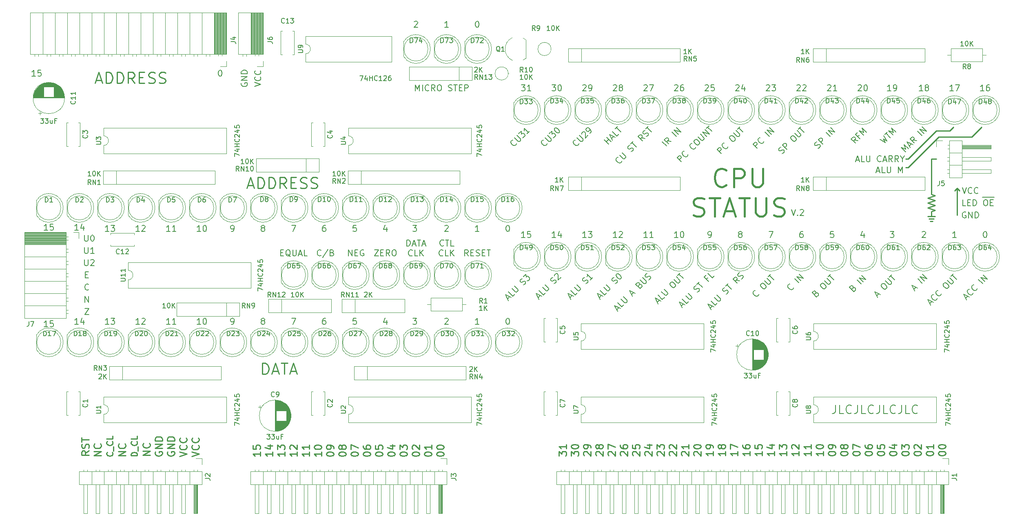
<source format=gto>
G04 #@! TF.GenerationSoftware,KiCad,Pcbnew,(5.1.5)-3*
G04 #@! TF.CreationDate,2022-12-08T21:34:35-08:00*
G04 #@! TF.ProjectId,cpu_status,6370755f-7374-4617-9475-732e6b696361,rev?*
G04 #@! TF.SameCoordinates,Original*
G04 #@! TF.FileFunction,Legend,Top*
G04 #@! TF.FilePolarity,Positive*
%FSLAX46Y46*%
G04 Gerber Fmt 4.6, Leading zero omitted, Abs format (unit mm)*
G04 Created by KiCad (PCBNEW (5.1.5)-3) date 2022-12-08 21:34:35*
%MOMM*%
%LPD*%
G04 APERTURE LIST*
%ADD10C,0.203200*%
%ADD11C,0.381000*%
%ADD12C,0.254000*%
%ADD13C,0.120000*%
%ADD14C,0.150000*%
%ADD15C,0.250000*%
%ADD16C,0.228600*%
%ADD17O,1.702000X1.702000*%
%ADD18C,1.702000*%
%ADD19R,1.702000X1.702000*%
%ADD20R,1.602000X1.602000*%
%ADD21C,1.602000*%
%ADD22O,1.802000X1.802000*%
%ADD23R,1.802000X1.802000*%
%ADD24R,1.902000X1.902000*%
%ADD25C,1.902000*%
G04 APERTURE END LIST*
D10*
X131717142Y-52765476D02*
X131777619Y-52705000D01*
X131898571Y-52644523D01*
X132200952Y-52644523D01*
X132321904Y-52705000D01*
X132382380Y-52765476D01*
X132442857Y-52886428D01*
X132442857Y-53007380D01*
X132382380Y-53188809D01*
X131656666Y-53914523D01*
X132442857Y-53914523D01*
X138792857Y-53914523D02*
X138067142Y-53914523D01*
X138430000Y-53914523D02*
X138430000Y-52644523D01*
X138309047Y-52825952D01*
X138188095Y-52946904D01*
X138067142Y-53007380D01*
X144719523Y-52644523D02*
X144840476Y-52644523D01*
X144961428Y-52705000D01*
X145021904Y-52765476D01*
X145082380Y-52886428D01*
X145142857Y-53128333D01*
X145142857Y-53430714D01*
X145082380Y-53672619D01*
X145021904Y-53793571D01*
X144961428Y-53854047D01*
X144840476Y-53914523D01*
X144719523Y-53914523D01*
X144598571Y-53854047D01*
X144538095Y-53793571D01*
X144477619Y-53672619D01*
X144417142Y-53430714D01*
X144417142Y-53128333D01*
X144477619Y-52886428D01*
X144538095Y-52765476D01*
X144598571Y-52705000D01*
X144719523Y-52644523D01*
X63294380Y-102174523D02*
X63294380Y-103202619D01*
X63354857Y-103323571D01*
X63415333Y-103384047D01*
X63536285Y-103444523D01*
X63778190Y-103444523D01*
X63899142Y-103384047D01*
X63959619Y-103323571D01*
X64020095Y-103202619D01*
X64020095Y-102174523D01*
X64564380Y-102295476D02*
X64624857Y-102235000D01*
X64745809Y-102174523D01*
X65048190Y-102174523D01*
X65169142Y-102235000D01*
X65229619Y-102295476D01*
X65290095Y-102416428D01*
X65290095Y-102537380D01*
X65229619Y-102718809D01*
X64503904Y-103444523D01*
X65290095Y-103444523D01*
X63294380Y-99634523D02*
X63294380Y-100662619D01*
X63354857Y-100783571D01*
X63415333Y-100844047D01*
X63536285Y-100904523D01*
X63778190Y-100904523D01*
X63899142Y-100844047D01*
X63959619Y-100783571D01*
X64020095Y-100662619D01*
X64020095Y-99634523D01*
X65290095Y-100904523D02*
X64564380Y-100904523D01*
X64927238Y-100904523D02*
X64927238Y-99634523D01*
X64806285Y-99815952D01*
X64685333Y-99936904D01*
X64564380Y-99997380D01*
X63294380Y-97094523D02*
X63294380Y-98122619D01*
X63354857Y-98243571D01*
X63415333Y-98304047D01*
X63536285Y-98364523D01*
X63778190Y-98364523D01*
X63899142Y-98304047D01*
X63959619Y-98243571D01*
X64020095Y-98122619D01*
X64020095Y-97094523D01*
X64866761Y-97094523D02*
X64987714Y-97094523D01*
X65108666Y-97155000D01*
X65169142Y-97215476D01*
X65229619Y-97336428D01*
X65290095Y-97578333D01*
X65290095Y-97880714D01*
X65229619Y-98122619D01*
X65169142Y-98243571D01*
X65108666Y-98304047D01*
X64987714Y-98364523D01*
X64866761Y-98364523D01*
X64745809Y-98304047D01*
X64685333Y-98243571D01*
X64624857Y-98122619D01*
X64564380Y-97880714D01*
X64564380Y-97578333D01*
X64624857Y-97336428D01*
X64685333Y-97215476D01*
X64745809Y-97155000D01*
X64866761Y-97094523D01*
X131971142Y-67122523D02*
X131971142Y-65852523D01*
X132394476Y-66759666D01*
X132817809Y-65852523D01*
X132817809Y-67122523D01*
X133422571Y-67122523D02*
X133422571Y-65852523D01*
X134753047Y-67001571D02*
X134692571Y-67062047D01*
X134511142Y-67122523D01*
X134390190Y-67122523D01*
X134208761Y-67062047D01*
X134087809Y-66941095D01*
X134027333Y-66820142D01*
X133966857Y-66578238D01*
X133966857Y-66396809D01*
X134027333Y-66154904D01*
X134087809Y-66033952D01*
X134208761Y-65913000D01*
X134390190Y-65852523D01*
X134511142Y-65852523D01*
X134692571Y-65913000D01*
X134753047Y-65973476D01*
X136023047Y-67122523D02*
X135599714Y-66517761D01*
X135297333Y-67122523D02*
X135297333Y-65852523D01*
X135781142Y-65852523D01*
X135902095Y-65913000D01*
X135962571Y-65973476D01*
X136023047Y-66094428D01*
X136023047Y-66275857D01*
X135962571Y-66396809D01*
X135902095Y-66457285D01*
X135781142Y-66517761D01*
X135297333Y-66517761D01*
X136809238Y-65852523D02*
X137051142Y-65852523D01*
X137172095Y-65913000D01*
X137293047Y-66033952D01*
X137353523Y-66275857D01*
X137353523Y-66699190D01*
X137293047Y-66941095D01*
X137172095Y-67062047D01*
X137051142Y-67122523D01*
X136809238Y-67122523D01*
X136688285Y-67062047D01*
X136567333Y-66941095D01*
X136506857Y-66699190D01*
X136506857Y-66275857D01*
X136567333Y-66033952D01*
X136688285Y-65913000D01*
X136809238Y-65852523D01*
X138804952Y-67062047D02*
X138986380Y-67122523D01*
X139288761Y-67122523D01*
X139409714Y-67062047D01*
X139470190Y-67001571D01*
X139530666Y-66880619D01*
X139530666Y-66759666D01*
X139470190Y-66638714D01*
X139409714Y-66578238D01*
X139288761Y-66517761D01*
X139046857Y-66457285D01*
X138925904Y-66396809D01*
X138865428Y-66336333D01*
X138804952Y-66215380D01*
X138804952Y-66094428D01*
X138865428Y-65973476D01*
X138925904Y-65913000D01*
X139046857Y-65852523D01*
X139349238Y-65852523D01*
X139530666Y-65913000D01*
X139893523Y-65852523D02*
X140619238Y-65852523D01*
X140256380Y-67122523D02*
X140256380Y-65852523D01*
X141042571Y-66457285D02*
X141465904Y-66457285D01*
X141647333Y-67122523D02*
X141042571Y-67122523D01*
X141042571Y-65852523D01*
X141647333Y-65852523D01*
X142191619Y-67122523D02*
X142191619Y-65852523D01*
X142675428Y-65852523D01*
X142796380Y-65913000D01*
X142856857Y-65973476D01*
X142917333Y-66094428D01*
X142917333Y-66275857D01*
X142856857Y-66396809D01*
X142796380Y-66457285D01*
X142675428Y-66517761D01*
X142191619Y-66517761D01*
X209997523Y-91760523D02*
X210420857Y-93030523D01*
X210844190Y-91760523D01*
X211267523Y-92909571D02*
X211328000Y-92970047D01*
X211267523Y-93030523D01*
X211207047Y-92970047D01*
X211267523Y-92909571D01*
X211267523Y-93030523D01*
X211811809Y-91881476D02*
X211872285Y-91821000D01*
X211993238Y-91760523D01*
X212295619Y-91760523D01*
X212416571Y-91821000D01*
X212477047Y-91881476D01*
X212537523Y-92002428D01*
X212537523Y-92123380D01*
X212477047Y-92304809D01*
X211751333Y-93030523D01*
X212537523Y-93030523D01*
X63330666Y-112334523D02*
X64177333Y-112334523D01*
X63330666Y-113604523D01*
X64177333Y-113604523D01*
X63391142Y-111064523D02*
X63391142Y-109794523D01*
X64116857Y-111064523D01*
X64116857Y-109794523D01*
X64147095Y-108403571D02*
X64086619Y-108464047D01*
X63905190Y-108524523D01*
X63784238Y-108524523D01*
X63602809Y-108464047D01*
X63481857Y-108343095D01*
X63421380Y-108222142D01*
X63360904Y-107980238D01*
X63360904Y-107798809D01*
X63421380Y-107556904D01*
X63481857Y-107435952D01*
X63602809Y-107315000D01*
X63784238Y-107254523D01*
X63905190Y-107254523D01*
X64086619Y-107315000D01*
X64147095Y-107375476D01*
X63481857Y-105319285D02*
X63905190Y-105319285D01*
X64086619Y-105984523D02*
X63481857Y-105984523D01*
X63481857Y-104714523D01*
X64086619Y-104714523D01*
X123431904Y-100142523D02*
X124278571Y-100142523D01*
X123431904Y-101412523D01*
X124278571Y-101412523D01*
X124762380Y-100747285D02*
X125185714Y-100747285D01*
X125367142Y-101412523D02*
X124762380Y-101412523D01*
X124762380Y-100142523D01*
X125367142Y-100142523D01*
X126637142Y-101412523D02*
X126213809Y-100807761D01*
X125911428Y-101412523D02*
X125911428Y-100142523D01*
X126395238Y-100142523D01*
X126516190Y-100203000D01*
X126576666Y-100263476D01*
X126637142Y-100384428D01*
X126637142Y-100565857D01*
X126576666Y-100686809D01*
X126516190Y-100747285D01*
X126395238Y-100807761D01*
X125911428Y-100807761D01*
X127423333Y-100142523D02*
X127665238Y-100142523D01*
X127786190Y-100203000D01*
X127907142Y-100323952D01*
X127967619Y-100565857D01*
X127967619Y-100989190D01*
X127907142Y-101231095D01*
X127786190Y-101352047D01*
X127665238Y-101412523D01*
X127423333Y-101412523D01*
X127302380Y-101352047D01*
X127181428Y-101231095D01*
X127120952Y-100989190D01*
X127120952Y-100565857D01*
X127181428Y-100323952D01*
X127302380Y-100203000D01*
X127423333Y-100142523D01*
X118061619Y-101412523D02*
X118061619Y-100142523D01*
X118787333Y-101412523D01*
X118787333Y-100142523D01*
X119392095Y-100747285D02*
X119815428Y-100747285D01*
X119996857Y-101412523D02*
X119392095Y-101412523D01*
X119392095Y-100142523D01*
X119996857Y-100142523D01*
X121206380Y-100203000D02*
X121085428Y-100142523D01*
X120904000Y-100142523D01*
X120722571Y-100203000D01*
X120601619Y-100323952D01*
X120541142Y-100444904D01*
X120480666Y-100686809D01*
X120480666Y-100868238D01*
X120541142Y-101110142D01*
X120601619Y-101231095D01*
X120722571Y-101352047D01*
X120904000Y-101412523D01*
X121024952Y-101412523D01*
X121206380Y-101352047D01*
X121266857Y-101291571D01*
X121266857Y-100868238D01*
X121024952Y-100868238D01*
X112376857Y-101291571D02*
X112316380Y-101352047D01*
X112134952Y-101412523D01*
X112014000Y-101412523D01*
X111832571Y-101352047D01*
X111711619Y-101231095D01*
X111651142Y-101110142D01*
X111590666Y-100868238D01*
X111590666Y-100686809D01*
X111651142Y-100444904D01*
X111711619Y-100323952D01*
X111832571Y-100203000D01*
X112014000Y-100142523D01*
X112134952Y-100142523D01*
X112316380Y-100203000D01*
X112376857Y-100263476D01*
X113828285Y-100082047D02*
X112739714Y-101714904D01*
X114674952Y-100747285D02*
X114856380Y-100807761D01*
X114916857Y-100868238D01*
X114977333Y-100989190D01*
X114977333Y-101170619D01*
X114916857Y-101291571D01*
X114856380Y-101352047D01*
X114735428Y-101412523D01*
X114251619Y-101412523D01*
X114251619Y-100142523D01*
X114674952Y-100142523D01*
X114795904Y-100203000D01*
X114856380Y-100263476D01*
X114916857Y-100384428D01*
X114916857Y-100505380D01*
X114856380Y-100626333D01*
X114795904Y-100686809D01*
X114674952Y-100747285D01*
X114251619Y-100747285D01*
X104019047Y-100747285D02*
X104442380Y-100747285D01*
X104623809Y-101412523D02*
X104019047Y-101412523D01*
X104019047Y-100142523D01*
X104623809Y-100142523D01*
X106014761Y-101533476D02*
X105893809Y-101473000D01*
X105772857Y-101352047D01*
X105591428Y-101170619D01*
X105470476Y-101110142D01*
X105349523Y-101110142D01*
X105410000Y-101412523D02*
X105289047Y-101352047D01*
X105168095Y-101231095D01*
X105107619Y-100989190D01*
X105107619Y-100565857D01*
X105168095Y-100323952D01*
X105289047Y-100203000D01*
X105410000Y-100142523D01*
X105651904Y-100142523D01*
X105772857Y-100203000D01*
X105893809Y-100323952D01*
X105954285Y-100565857D01*
X105954285Y-100989190D01*
X105893809Y-101231095D01*
X105772857Y-101352047D01*
X105651904Y-101412523D01*
X105410000Y-101412523D01*
X106498571Y-100142523D02*
X106498571Y-101170619D01*
X106559047Y-101291571D01*
X106619523Y-101352047D01*
X106740476Y-101412523D01*
X106982380Y-101412523D01*
X107103333Y-101352047D01*
X107163809Y-101291571D01*
X107224285Y-101170619D01*
X107224285Y-100142523D01*
X107768571Y-101049666D02*
X108373333Y-101049666D01*
X107647619Y-101412523D02*
X108070952Y-100142523D01*
X108494285Y-101412523D01*
X109522380Y-101412523D02*
X108917619Y-101412523D01*
X108917619Y-100142523D01*
D11*
X196414571Y-86704714D02*
X196233142Y-86886142D01*
X195688857Y-87067571D01*
X195326000Y-87067571D01*
X194781714Y-86886142D01*
X194418857Y-86523285D01*
X194237428Y-86160428D01*
X194056000Y-85434714D01*
X194056000Y-84890428D01*
X194237428Y-84164714D01*
X194418857Y-83801857D01*
X194781714Y-83439000D01*
X195326000Y-83257571D01*
X195688857Y-83257571D01*
X196233142Y-83439000D01*
X196414571Y-83620428D01*
X198047428Y-87067571D02*
X198047428Y-83257571D01*
X199498857Y-83257571D01*
X199861714Y-83439000D01*
X200043142Y-83620428D01*
X200224571Y-83983285D01*
X200224571Y-84527571D01*
X200043142Y-84890428D01*
X199861714Y-85071857D01*
X199498857Y-85253285D01*
X198047428Y-85253285D01*
X201857428Y-83257571D02*
X201857428Y-86341857D01*
X202038857Y-86704714D01*
X202220285Y-86886142D01*
X202583142Y-87067571D01*
X203308857Y-87067571D01*
X203671714Y-86886142D01*
X203853142Y-86704714D01*
X204034571Y-86341857D01*
X204034571Y-83257571D01*
X189701714Y-92982142D02*
X190246000Y-93163571D01*
X191153142Y-93163571D01*
X191516000Y-92982142D01*
X191697428Y-92800714D01*
X191878857Y-92437857D01*
X191878857Y-92075000D01*
X191697428Y-91712142D01*
X191516000Y-91530714D01*
X191153142Y-91349285D01*
X190427428Y-91167857D01*
X190064571Y-90986428D01*
X189883142Y-90805000D01*
X189701714Y-90442142D01*
X189701714Y-90079285D01*
X189883142Y-89716428D01*
X190064571Y-89535000D01*
X190427428Y-89353571D01*
X191334571Y-89353571D01*
X191878857Y-89535000D01*
X192967428Y-89353571D02*
X195144571Y-89353571D01*
X194056000Y-93163571D02*
X194056000Y-89353571D01*
X196233142Y-92075000D02*
X198047428Y-92075000D01*
X195870285Y-93163571D02*
X197140285Y-89353571D01*
X198410285Y-93163571D01*
X199136000Y-89353571D02*
X201313142Y-89353571D01*
X200224571Y-93163571D02*
X200224571Y-89353571D01*
X202583142Y-89353571D02*
X202583142Y-92437857D01*
X202764571Y-92800714D01*
X202946000Y-92982142D01*
X203308857Y-93163571D01*
X204034571Y-93163571D01*
X204397428Y-92982142D01*
X204578857Y-92800714D01*
X204760285Y-92437857D01*
X204760285Y-89353571D01*
X206393142Y-92982142D02*
X206937428Y-93163571D01*
X207844571Y-93163571D01*
X208207428Y-92982142D01*
X208388857Y-92800714D01*
X208570285Y-92437857D01*
X208570285Y-92075000D01*
X208388857Y-91712142D01*
X208207428Y-91530714D01*
X207844571Y-91349285D01*
X207118857Y-91167857D01*
X206756000Y-90986428D01*
X206574571Y-90805000D01*
X206393142Y-90442142D01*
X206393142Y-90079285D01*
X206574571Y-89716428D01*
X206756000Y-89535000D01*
X207118857Y-89353571D01*
X208026000Y-89353571D01*
X208570285Y-89535000D01*
D10*
X219117333Y-132376333D02*
X219117333Y-133646333D01*
X219032666Y-133900333D01*
X218863333Y-134069666D01*
X218609333Y-134154333D01*
X218440000Y-134154333D01*
X220810666Y-134154333D02*
X219964000Y-134154333D01*
X219964000Y-132376333D01*
X222419333Y-133985000D02*
X222334666Y-134069666D01*
X222080666Y-134154333D01*
X221911333Y-134154333D01*
X221657333Y-134069666D01*
X221488000Y-133900333D01*
X221403333Y-133731000D01*
X221318666Y-133392333D01*
X221318666Y-133138333D01*
X221403333Y-132799666D01*
X221488000Y-132630333D01*
X221657333Y-132461000D01*
X221911333Y-132376333D01*
X222080666Y-132376333D01*
X222334666Y-132461000D01*
X222419333Y-132545666D01*
X223689333Y-132376333D02*
X223689333Y-133646333D01*
X223604666Y-133900333D01*
X223435333Y-134069666D01*
X223181333Y-134154333D01*
X223012000Y-134154333D01*
X225382666Y-134154333D02*
X224536000Y-134154333D01*
X224536000Y-132376333D01*
X226991333Y-133985000D02*
X226906666Y-134069666D01*
X226652666Y-134154333D01*
X226483333Y-134154333D01*
X226229333Y-134069666D01*
X226060000Y-133900333D01*
X225975333Y-133731000D01*
X225890666Y-133392333D01*
X225890666Y-133138333D01*
X225975333Y-132799666D01*
X226060000Y-132630333D01*
X226229333Y-132461000D01*
X226483333Y-132376333D01*
X226652666Y-132376333D01*
X226906666Y-132461000D01*
X226991333Y-132545666D01*
X228261333Y-132376333D02*
X228261333Y-133646333D01*
X228176666Y-133900333D01*
X228007333Y-134069666D01*
X227753333Y-134154333D01*
X227584000Y-134154333D01*
X229954666Y-134154333D02*
X229108000Y-134154333D01*
X229108000Y-132376333D01*
X231563333Y-133985000D02*
X231478666Y-134069666D01*
X231224666Y-134154333D01*
X231055333Y-134154333D01*
X230801333Y-134069666D01*
X230632000Y-133900333D01*
X230547333Y-133731000D01*
X230462666Y-133392333D01*
X230462666Y-133138333D01*
X230547333Y-132799666D01*
X230632000Y-132630333D01*
X230801333Y-132461000D01*
X231055333Y-132376333D01*
X231224666Y-132376333D01*
X231478666Y-132461000D01*
X231563333Y-132545666D01*
X232833333Y-132376333D02*
X232833333Y-133646333D01*
X232748666Y-133900333D01*
X232579333Y-134069666D01*
X232325333Y-134154333D01*
X232156000Y-134154333D01*
X234526666Y-134154333D02*
X233680000Y-134154333D01*
X233680000Y-132376333D01*
X236135333Y-133985000D02*
X236050666Y-134069666D01*
X235796666Y-134154333D01*
X235627333Y-134154333D01*
X235373333Y-134069666D01*
X235204000Y-133900333D01*
X235119333Y-133731000D01*
X235034666Y-133392333D01*
X235034666Y-133138333D01*
X235119333Y-132799666D01*
X235204000Y-132630333D01*
X235373333Y-132461000D01*
X235627333Y-132376333D01*
X235796666Y-132376333D01*
X236050666Y-132461000D01*
X236135333Y-132545666D01*
D12*
X239014000Y-81280000D02*
X240030000Y-81280000D01*
X239014000Y-87884000D02*
X239014000Y-81280000D01*
X238252000Y-93218000D02*
X239776000Y-93218000D01*
X239014000Y-88646000D02*
X239014000Y-87884000D01*
X238506000Y-93726000D02*
X239522000Y-93726000D01*
X239014000Y-92202000D02*
X239014000Y-93218000D01*
X239776000Y-91948000D02*
X238252000Y-91440000D01*
X238760000Y-94234000D02*
X239268000Y-94234000D01*
X239014000Y-92202000D02*
X239776000Y-91948000D01*
X239776000Y-88900000D02*
X239014000Y-88646000D01*
X239776000Y-88900000D02*
X238252000Y-89408000D01*
X238252000Y-90424000D02*
X239776000Y-90932000D01*
X239776000Y-90932000D02*
X238252000Y-91440000D01*
X239776000Y-89916000D02*
X238252000Y-90424000D01*
X238252000Y-89408000D02*
X239776000Y-89916000D01*
D10*
X243598095Y-67122523D02*
X242872380Y-67122523D01*
X243235238Y-67122523D02*
X243235238Y-65852523D01*
X243114285Y-66033952D01*
X242993333Y-66154904D01*
X242872380Y-66215380D01*
X244021428Y-65852523D02*
X244868095Y-65852523D01*
X244323809Y-67122523D01*
X204772380Y-65973476D02*
X204832857Y-65913000D01*
X204953809Y-65852523D01*
X205256190Y-65852523D01*
X205377142Y-65913000D01*
X205437619Y-65973476D01*
X205498095Y-66094428D01*
X205498095Y-66215380D01*
X205437619Y-66396809D01*
X204711904Y-67122523D01*
X205498095Y-67122523D01*
X205921428Y-65852523D02*
X206707619Y-65852523D01*
X206284285Y-66336333D01*
X206465714Y-66336333D01*
X206586666Y-66396809D01*
X206647142Y-66457285D01*
X206707619Y-66578238D01*
X206707619Y-66880619D01*
X206647142Y-67001571D01*
X206586666Y-67062047D01*
X206465714Y-67122523D01*
X206102857Y-67122523D01*
X205981904Y-67062047D01*
X205921428Y-67001571D01*
X198422380Y-65973476D02*
X198482857Y-65913000D01*
X198603809Y-65852523D01*
X198906190Y-65852523D01*
X199027142Y-65913000D01*
X199087619Y-65973476D01*
X199148095Y-66094428D01*
X199148095Y-66215380D01*
X199087619Y-66396809D01*
X198361904Y-67122523D01*
X199148095Y-67122523D01*
X200236666Y-66275857D02*
X200236666Y-67122523D01*
X199934285Y-65792047D02*
X199631904Y-66699190D01*
X200418095Y-66699190D01*
X185722380Y-65973476D02*
X185782857Y-65913000D01*
X185903809Y-65852523D01*
X186206190Y-65852523D01*
X186327142Y-65913000D01*
X186387619Y-65973476D01*
X186448095Y-66094428D01*
X186448095Y-66215380D01*
X186387619Y-66396809D01*
X185661904Y-67122523D01*
X186448095Y-67122523D01*
X187536666Y-65852523D02*
X187294761Y-65852523D01*
X187173809Y-65913000D01*
X187113333Y-65973476D01*
X186992380Y-66154904D01*
X186931904Y-66396809D01*
X186931904Y-66880619D01*
X186992380Y-67001571D01*
X187052857Y-67062047D01*
X187173809Y-67122523D01*
X187415714Y-67122523D01*
X187536666Y-67062047D01*
X187597142Y-67001571D01*
X187657619Y-66880619D01*
X187657619Y-66578238D01*
X187597142Y-66457285D01*
X187536666Y-66396809D01*
X187415714Y-66336333D01*
X187173809Y-66336333D01*
X187052857Y-66396809D01*
X186992380Y-66457285D01*
X186931904Y-66578238D01*
X217472380Y-65973476D02*
X217532857Y-65913000D01*
X217653809Y-65852523D01*
X217956190Y-65852523D01*
X218077142Y-65913000D01*
X218137619Y-65973476D01*
X218198095Y-66094428D01*
X218198095Y-66215380D01*
X218137619Y-66396809D01*
X217411904Y-67122523D01*
X218198095Y-67122523D01*
X219407619Y-67122523D02*
X218681904Y-67122523D01*
X219044761Y-67122523D02*
X219044761Y-65852523D01*
X218923809Y-66033952D01*
X218802857Y-66154904D01*
X218681904Y-66215380D01*
X153911904Y-65852523D02*
X154698095Y-65852523D01*
X154274761Y-66336333D01*
X154456190Y-66336333D01*
X154577142Y-66396809D01*
X154637619Y-66457285D01*
X154698095Y-66578238D01*
X154698095Y-66880619D01*
X154637619Y-67001571D01*
X154577142Y-67062047D01*
X154456190Y-67122523D01*
X154093333Y-67122523D01*
X153972380Y-67062047D01*
X153911904Y-67001571D01*
X155907619Y-67122523D02*
X155181904Y-67122523D01*
X155544761Y-67122523D02*
X155544761Y-65852523D01*
X155423809Y-66033952D01*
X155302857Y-66154904D01*
X155181904Y-66215380D01*
X249948095Y-67122523D02*
X249222380Y-67122523D01*
X249585238Y-67122523D02*
X249585238Y-65852523D01*
X249464285Y-66033952D01*
X249343333Y-66154904D01*
X249222380Y-66215380D01*
X251036666Y-65852523D02*
X250794761Y-65852523D01*
X250673809Y-65913000D01*
X250613333Y-65973476D01*
X250492380Y-66154904D01*
X250431904Y-66396809D01*
X250431904Y-66880619D01*
X250492380Y-67001571D01*
X250552857Y-67062047D01*
X250673809Y-67122523D01*
X250915714Y-67122523D01*
X251036666Y-67062047D01*
X251097142Y-67001571D01*
X251157619Y-66880619D01*
X251157619Y-66578238D01*
X251097142Y-66457285D01*
X251036666Y-66396809D01*
X250915714Y-66336333D01*
X250673809Y-66336333D01*
X250552857Y-66396809D01*
X250492380Y-66457285D01*
X250431904Y-66578238D01*
X192072380Y-65973476D02*
X192132857Y-65913000D01*
X192253809Y-65852523D01*
X192556190Y-65852523D01*
X192677142Y-65913000D01*
X192737619Y-65973476D01*
X192798095Y-66094428D01*
X192798095Y-66215380D01*
X192737619Y-66396809D01*
X192011904Y-67122523D01*
X192798095Y-67122523D01*
X193947142Y-65852523D02*
X193342380Y-65852523D01*
X193281904Y-66457285D01*
X193342380Y-66396809D01*
X193463333Y-66336333D01*
X193765714Y-66336333D01*
X193886666Y-66396809D01*
X193947142Y-66457285D01*
X194007619Y-66578238D01*
X194007619Y-66880619D01*
X193947142Y-67001571D01*
X193886666Y-67062047D01*
X193765714Y-67122523D01*
X193463333Y-67122523D01*
X193342380Y-67062047D01*
X193281904Y-67001571D01*
X230644095Y-67122523D02*
X229918380Y-67122523D01*
X230281238Y-67122523D02*
X230281238Y-65852523D01*
X230160285Y-66033952D01*
X230039333Y-66154904D01*
X229918380Y-66215380D01*
X231248857Y-67122523D02*
X231490761Y-67122523D01*
X231611714Y-67062047D01*
X231672190Y-67001571D01*
X231793142Y-66820142D01*
X231853619Y-66578238D01*
X231853619Y-66094428D01*
X231793142Y-65973476D01*
X231732666Y-65913000D01*
X231611714Y-65852523D01*
X231369809Y-65852523D01*
X231248857Y-65913000D01*
X231188380Y-65973476D01*
X231127904Y-66094428D01*
X231127904Y-66396809D01*
X231188380Y-66517761D01*
X231248857Y-66578238D01*
X231369809Y-66638714D01*
X231611714Y-66638714D01*
X231732666Y-66578238D01*
X231793142Y-66517761D01*
X231853619Y-66396809D01*
X166672380Y-65973476D02*
X166732857Y-65913000D01*
X166853809Y-65852523D01*
X167156190Y-65852523D01*
X167277142Y-65913000D01*
X167337619Y-65973476D01*
X167398095Y-66094428D01*
X167398095Y-66215380D01*
X167337619Y-66396809D01*
X166611904Y-67122523D01*
X167398095Y-67122523D01*
X168002857Y-67122523D02*
X168244761Y-67122523D01*
X168365714Y-67062047D01*
X168426190Y-67001571D01*
X168547142Y-66820142D01*
X168607619Y-66578238D01*
X168607619Y-66094428D01*
X168547142Y-65973476D01*
X168486666Y-65913000D01*
X168365714Y-65852523D01*
X168123809Y-65852523D01*
X168002857Y-65913000D01*
X167942380Y-65973476D01*
X167881904Y-66094428D01*
X167881904Y-66396809D01*
X167942380Y-66517761D01*
X168002857Y-66578238D01*
X168123809Y-66638714D01*
X168365714Y-66638714D01*
X168486666Y-66578238D01*
X168547142Y-66517761D01*
X168607619Y-66396809D01*
X173022380Y-65973476D02*
X173082857Y-65913000D01*
X173203809Y-65852523D01*
X173506190Y-65852523D01*
X173627142Y-65913000D01*
X173687619Y-65973476D01*
X173748095Y-66094428D01*
X173748095Y-66215380D01*
X173687619Y-66396809D01*
X172961904Y-67122523D01*
X173748095Y-67122523D01*
X174473809Y-66396809D02*
X174352857Y-66336333D01*
X174292380Y-66275857D01*
X174231904Y-66154904D01*
X174231904Y-66094428D01*
X174292380Y-65973476D01*
X174352857Y-65913000D01*
X174473809Y-65852523D01*
X174715714Y-65852523D01*
X174836666Y-65913000D01*
X174897142Y-65973476D01*
X174957619Y-66094428D01*
X174957619Y-66154904D01*
X174897142Y-66275857D01*
X174836666Y-66336333D01*
X174715714Y-66396809D01*
X174473809Y-66396809D01*
X174352857Y-66457285D01*
X174292380Y-66517761D01*
X174231904Y-66638714D01*
X174231904Y-66880619D01*
X174292380Y-67001571D01*
X174352857Y-67062047D01*
X174473809Y-67122523D01*
X174715714Y-67122523D01*
X174836666Y-67062047D01*
X174897142Y-67001571D01*
X174957619Y-66880619D01*
X174957619Y-66638714D01*
X174897142Y-66517761D01*
X174836666Y-66457285D01*
X174715714Y-66396809D01*
X179372380Y-65973476D02*
X179432857Y-65913000D01*
X179553809Y-65852523D01*
X179856190Y-65852523D01*
X179977142Y-65913000D01*
X180037619Y-65973476D01*
X180098095Y-66094428D01*
X180098095Y-66215380D01*
X180037619Y-66396809D01*
X179311904Y-67122523D01*
X180098095Y-67122523D01*
X180521428Y-65852523D02*
X181368095Y-65852523D01*
X180823809Y-67122523D01*
X160261904Y-65852523D02*
X161048095Y-65852523D01*
X160624761Y-66336333D01*
X160806190Y-66336333D01*
X160927142Y-66396809D01*
X160987619Y-66457285D01*
X161048095Y-66578238D01*
X161048095Y-66880619D01*
X160987619Y-67001571D01*
X160927142Y-67062047D01*
X160806190Y-67122523D01*
X160443333Y-67122523D01*
X160322380Y-67062047D01*
X160261904Y-67001571D01*
X161834285Y-65852523D02*
X161955238Y-65852523D01*
X162076190Y-65913000D01*
X162136666Y-65973476D01*
X162197142Y-66094428D01*
X162257619Y-66336333D01*
X162257619Y-66638714D01*
X162197142Y-66880619D01*
X162136666Y-67001571D01*
X162076190Y-67062047D01*
X161955238Y-67122523D01*
X161834285Y-67122523D01*
X161713333Y-67062047D01*
X161652857Y-67001571D01*
X161592380Y-66880619D01*
X161531904Y-66638714D01*
X161531904Y-66336333D01*
X161592380Y-66094428D01*
X161652857Y-65973476D01*
X161713333Y-65913000D01*
X161834285Y-65852523D01*
X237248095Y-67122523D02*
X236522380Y-67122523D01*
X236885238Y-67122523D02*
X236885238Y-65852523D01*
X236764285Y-66033952D01*
X236643333Y-66154904D01*
X236522380Y-66215380D01*
X237973809Y-66396809D02*
X237852857Y-66336333D01*
X237792380Y-66275857D01*
X237731904Y-66154904D01*
X237731904Y-66094428D01*
X237792380Y-65973476D01*
X237852857Y-65913000D01*
X237973809Y-65852523D01*
X238215714Y-65852523D01*
X238336666Y-65913000D01*
X238397142Y-65973476D01*
X238457619Y-66094428D01*
X238457619Y-66154904D01*
X238397142Y-66275857D01*
X238336666Y-66336333D01*
X238215714Y-66396809D01*
X237973809Y-66396809D01*
X237852857Y-66457285D01*
X237792380Y-66517761D01*
X237731904Y-66638714D01*
X237731904Y-66880619D01*
X237792380Y-67001571D01*
X237852857Y-67062047D01*
X237973809Y-67122523D01*
X238215714Y-67122523D01*
X238336666Y-67062047D01*
X238397142Y-67001571D01*
X238457619Y-66880619D01*
X238457619Y-66638714D01*
X238397142Y-66517761D01*
X238336666Y-66457285D01*
X238215714Y-66396809D01*
X223822380Y-65973476D02*
X223882857Y-65913000D01*
X224003809Y-65852523D01*
X224306190Y-65852523D01*
X224427142Y-65913000D01*
X224487619Y-65973476D01*
X224548095Y-66094428D01*
X224548095Y-66215380D01*
X224487619Y-66396809D01*
X223761904Y-67122523D01*
X224548095Y-67122523D01*
X225334285Y-65852523D02*
X225455238Y-65852523D01*
X225576190Y-65913000D01*
X225636666Y-65973476D01*
X225697142Y-66094428D01*
X225757619Y-66336333D01*
X225757619Y-66638714D01*
X225697142Y-66880619D01*
X225636666Y-67001571D01*
X225576190Y-67062047D01*
X225455238Y-67122523D01*
X225334285Y-67122523D01*
X225213333Y-67062047D01*
X225152857Y-67001571D01*
X225092380Y-66880619D01*
X225031904Y-66638714D01*
X225031904Y-66336333D01*
X225092380Y-66094428D01*
X225152857Y-65973476D01*
X225213333Y-65913000D01*
X225334285Y-65852523D01*
X211122380Y-65973476D02*
X211182857Y-65913000D01*
X211303809Y-65852523D01*
X211606190Y-65852523D01*
X211727142Y-65913000D01*
X211787619Y-65973476D01*
X211848095Y-66094428D01*
X211848095Y-66215380D01*
X211787619Y-66396809D01*
X211061904Y-67122523D01*
X211848095Y-67122523D01*
X212331904Y-65973476D02*
X212392380Y-65913000D01*
X212513333Y-65852523D01*
X212815714Y-65852523D01*
X212936666Y-65913000D01*
X212997142Y-65973476D01*
X213057619Y-66094428D01*
X213057619Y-66215380D01*
X212997142Y-66396809D01*
X212271428Y-67122523D01*
X213057619Y-67122523D01*
X218742380Y-96332523D02*
X218137619Y-96332523D01*
X218077142Y-96937285D01*
X218137619Y-96876809D01*
X218258571Y-96816333D01*
X218560952Y-96816333D01*
X218681904Y-96876809D01*
X218742380Y-96937285D01*
X218802857Y-97058238D01*
X218802857Y-97360619D01*
X218742380Y-97481571D01*
X218681904Y-97542047D01*
X218560952Y-97602523D01*
X218258571Y-97602523D01*
X218137619Y-97542047D01*
X218077142Y-97481571D01*
X244202857Y-97602523D02*
X243477142Y-97602523D01*
X243840000Y-97602523D02*
X243840000Y-96332523D01*
X243719047Y-96513952D01*
X243598095Y-96634904D01*
X243477142Y-96695380D01*
X186448095Y-97602523D02*
X185722380Y-97602523D01*
X186085238Y-97602523D02*
X186085238Y-96332523D01*
X185964285Y-96513952D01*
X185843333Y-96634904D01*
X185722380Y-96695380D01*
X187234285Y-96332523D02*
X187355238Y-96332523D01*
X187476190Y-96393000D01*
X187536666Y-96453476D01*
X187597142Y-96574428D01*
X187657619Y-96816333D01*
X187657619Y-97118714D01*
X187597142Y-97360619D01*
X187536666Y-97481571D01*
X187476190Y-97542047D01*
X187355238Y-97602523D01*
X187234285Y-97602523D01*
X187113333Y-97542047D01*
X187052857Y-97481571D01*
X186992380Y-97360619D01*
X186931904Y-97118714D01*
X186931904Y-96816333D01*
X186992380Y-96574428D01*
X187052857Y-96453476D01*
X187113333Y-96393000D01*
X187234285Y-96332523D01*
X154698095Y-97602523D02*
X153972380Y-97602523D01*
X154335238Y-97602523D02*
X154335238Y-96332523D01*
X154214285Y-96513952D01*
X154093333Y-96634904D01*
X153972380Y-96695380D01*
X155847142Y-96332523D02*
X155242380Y-96332523D01*
X155181904Y-96937285D01*
X155242380Y-96876809D01*
X155363333Y-96816333D01*
X155665714Y-96816333D01*
X155786666Y-96876809D01*
X155847142Y-96937285D01*
X155907619Y-97058238D01*
X155907619Y-97360619D01*
X155847142Y-97481571D01*
X155786666Y-97542047D01*
X155665714Y-97602523D01*
X155363333Y-97602523D01*
X155242380Y-97542047D01*
X155181904Y-97481571D01*
X237127142Y-96453476D02*
X237187619Y-96393000D01*
X237308571Y-96332523D01*
X237610952Y-96332523D01*
X237731904Y-96393000D01*
X237792380Y-96453476D01*
X237852857Y-96574428D01*
X237852857Y-96695380D01*
X237792380Y-96876809D01*
X237066666Y-97602523D01*
X237852857Y-97602523D01*
X161048095Y-97602523D02*
X160322380Y-97602523D01*
X160685238Y-97602523D02*
X160685238Y-96332523D01*
X160564285Y-96513952D01*
X160443333Y-96634904D01*
X160322380Y-96695380D01*
X162136666Y-96755857D02*
X162136666Y-97602523D01*
X161834285Y-96272047D02*
X161531904Y-97179190D01*
X162318095Y-97179190D01*
X230462666Y-96332523D02*
X231248857Y-96332523D01*
X230825523Y-96816333D01*
X231006952Y-96816333D01*
X231127904Y-96876809D01*
X231188380Y-96937285D01*
X231248857Y-97058238D01*
X231248857Y-97360619D01*
X231188380Y-97481571D01*
X231127904Y-97542047D01*
X231006952Y-97602523D01*
X230644095Y-97602523D01*
X230523142Y-97542047D01*
X230462666Y-97481571D01*
X212331904Y-96332523D02*
X212090000Y-96332523D01*
X211969047Y-96393000D01*
X211908571Y-96453476D01*
X211787619Y-96634904D01*
X211727142Y-96876809D01*
X211727142Y-97360619D01*
X211787619Y-97481571D01*
X211848095Y-97542047D01*
X211969047Y-97602523D01*
X212210952Y-97602523D01*
X212331904Y-97542047D01*
X212392380Y-97481571D01*
X212452857Y-97360619D01*
X212452857Y-97058238D01*
X212392380Y-96937285D01*
X212331904Y-96876809D01*
X212210952Y-96816333D01*
X211969047Y-96816333D01*
X211848095Y-96876809D01*
X211787619Y-96937285D01*
X211727142Y-97058238D01*
X225031904Y-96755857D02*
X225031904Y-97602523D01*
X224729523Y-96272047D02*
X224427142Y-97179190D01*
X225213333Y-97179190D01*
X180098095Y-97602523D02*
X179372380Y-97602523D01*
X179735238Y-97602523D02*
X179735238Y-96332523D01*
X179614285Y-96513952D01*
X179493333Y-96634904D01*
X179372380Y-96695380D01*
X181307619Y-97602523D02*
X180581904Y-97602523D01*
X180944761Y-97602523D02*
X180944761Y-96332523D01*
X180823809Y-96513952D01*
X180702857Y-96634904D01*
X180581904Y-96695380D01*
X167398095Y-97602523D02*
X166672380Y-97602523D01*
X167035238Y-97602523D02*
X167035238Y-96332523D01*
X166914285Y-96513952D01*
X166793333Y-96634904D01*
X166672380Y-96695380D01*
X167821428Y-96332523D02*
X168607619Y-96332523D01*
X168184285Y-96816333D01*
X168365714Y-96816333D01*
X168486666Y-96876809D01*
X168547142Y-96937285D01*
X168607619Y-97058238D01*
X168607619Y-97360619D01*
X168547142Y-97481571D01*
X168486666Y-97542047D01*
X168365714Y-97602523D01*
X168002857Y-97602523D01*
X167881904Y-97542047D01*
X167821428Y-97481571D01*
X250129523Y-96332523D02*
X250250476Y-96332523D01*
X250371428Y-96393000D01*
X250431904Y-96453476D01*
X250492380Y-96574428D01*
X250552857Y-96816333D01*
X250552857Y-97118714D01*
X250492380Y-97360619D01*
X250431904Y-97481571D01*
X250371428Y-97542047D01*
X250250476Y-97602523D01*
X250129523Y-97602523D01*
X250008571Y-97542047D01*
X249948095Y-97481571D01*
X249887619Y-97360619D01*
X249827142Y-97118714D01*
X249827142Y-96816333D01*
X249887619Y-96574428D01*
X249948095Y-96453476D01*
X250008571Y-96393000D01*
X250129523Y-96332523D01*
X205316666Y-96332523D02*
X206163333Y-96332523D01*
X205619047Y-97602523D01*
X199269047Y-96876809D02*
X199148095Y-96816333D01*
X199087619Y-96755857D01*
X199027142Y-96634904D01*
X199027142Y-96574428D01*
X199087619Y-96453476D01*
X199148095Y-96393000D01*
X199269047Y-96332523D01*
X199510952Y-96332523D01*
X199631904Y-96393000D01*
X199692380Y-96453476D01*
X199752857Y-96574428D01*
X199752857Y-96634904D01*
X199692380Y-96755857D01*
X199631904Y-96816333D01*
X199510952Y-96876809D01*
X199269047Y-96876809D01*
X199148095Y-96937285D01*
X199087619Y-96997761D01*
X199027142Y-97118714D01*
X199027142Y-97360619D01*
X199087619Y-97481571D01*
X199148095Y-97542047D01*
X199269047Y-97602523D01*
X199510952Y-97602523D01*
X199631904Y-97542047D01*
X199692380Y-97481571D01*
X199752857Y-97360619D01*
X199752857Y-97118714D01*
X199692380Y-96997761D01*
X199631904Y-96937285D01*
X199510952Y-96876809D01*
X192798095Y-97602523D02*
X193040000Y-97602523D01*
X193160952Y-97542047D01*
X193221428Y-97481571D01*
X193342380Y-97300142D01*
X193402857Y-97058238D01*
X193402857Y-96574428D01*
X193342380Y-96453476D01*
X193281904Y-96393000D01*
X193160952Y-96332523D01*
X192919047Y-96332523D01*
X192798095Y-96393000D01*
X192737619Y-96453476D01*
X192677142Y-96574428D01*
X192677142Y-96876809D01*
X192737619Y-96997761D01*
X192798095Y-97058238D01*
X192919047Y-97118714D01*
X193160952Y-97118714D01*
X193281904Y-97058238D01*
X193342380Y-96997761D01*
X193402857Y-96876809D01*
X173748095Y-97602523D02*
X173022380Y-97602523D01*
X173385238Y-97602523D02*
X173385238Y-96332523D01*
X173264285Y-96513952D01*
X173143333Y-96634904D01*
X173022380Y-96695380D01*
X174231904Y-96453476D02*
X174292380Y-96393000D01*
X174413333Y-96332523D01*
X174715714Y-96332523D01*
X174836666Y-96393000D01*
X174897142Y-96453476D01*
X174957619Y-96574428D01*
X174957619Y-96695380D01*
X174897142Y-96876809D01*
X174171428Y-97602523D01*
X174957619Y-97602523D01*
X119682380Y-114366523D02*
X119077619Y-114366523D01*
X119017142Y-114971285D01*
X119077619Y-114910809D01*
X119198571Y-114850333D01*
X119500952Y-114850333D01*
X119621904Y-114910809D01*
X119682380Y-114971285D01*
X119742857Y-115092238D01*
X119742857Y-115394619D01*
X119682380Y-115515571D01*
X119621904Y-115576047D01*
X119500952Y-115636523D01*
X119198571Y-115636523D01*
X119077619Y-115576047D01*
X119017142Y-115515571D01*
X145142857Y-115636523D02*
X144417142Y-115636523D01*
X144780000Y-115636523D02*
X144780000Y-114366523D01*
X144659047Y-114547952D01*
X144538095Y-114668904D01*
X144417142Y-114729380D01*
X87388095Y-115636523D02*
X86662380Y-115636523D01*
X87025238Y-115636523D02*
X87025238Y-114366523D01*
X86904285Y-114547952D01*
X86783333Y-114668904D01*
X86662380Y-114729380D01*
X88174285Y-114366523D02*
X88295238Y-114366523D01*
X88416190Y-114427000D01*
X88476666Y-114487476D01*
X88537142Y-114608428D01*
X88597619Y-114850333D01*
X88597619Y-115152714D01*
X88537142Y-115394619D01*
X88476666Y-115515571D01*
X88416190Y-115576047D01*
X88295238Y-115636523D01*
X88174285Y-115636523D01*
X88053333Y-115576047D01*
X87992857Y-115515571D01*
X87932380Y-115394619D01*
X87871904Y-115152714D01*
X87871904Y-114850333D01*
X87932380Y-114608428D01*
X87992857Y-114487476D01*
X88053333Y-114427000D01*
X88174285Y-114366523D01*
X55638095Y-116144523D02*
X54912380Y-116144523D01*
X55275238Y-116144523D02*
X55275238Y-114874523D01*
X55154285Y-115055952D01*
X55033333Y-115176904D01*
X54912380Y-115237380D01*
X56787142Y-114874523D02*
X56182380Y-114874523D01*
X56121904Y-115479285D01*
X56182380Y-115418809D01*
X56303333Y-115358333D01*
X56605714Y-115358333D01*
X56726666Y-115418809D01*
X56787142Y-115479285D01*
X56847619Y-115600238D01*
X56847619Y-115902619D01*
X56787142Y-116023571D01*
X56726666Y-116084047D01*
X56605714Y-116144523D01*
X56303333Y-116144523D01*
X56182380Y-116084047D01*
X56121904Y-116023571D01*
X138067142Y-114487476D02*
X138127619Y-114427000D01*
X138248571Y-114366523D01*
X138550952Y-114366523D01*
X138671904Y-114427000D01*
X138732380Y-114487476D01*
X138792857Y-114608428D01*
X138792857Y-114729380D01*
X138732380Y-114910809D01*
X138006666Y-115636523D01*
X138792857Y-115636523D01*
X61988095Y-115636523D02*
X61262380Y-115636523D01*
X61625238Y-115636523D02*
X61625238Y-114366523D01*
X61504285Y-114547952D01*
X61383333Y-114668904D01*
X61262380Y-114729380D01*
X63076666Y-114789857D02*
X63076666Y-115636523D01*
X62774285Y-114306047D02*
X62471904Y-115213190D01*
X63258095Y-115213190D01*
X131402666Y-114366523D02*
X132188857Y-114366523D01*
X131765523Y-114850333D01*
X131946952Y-114850333D01*
X132067904Y-114910809D01*
X132128380Y-114971285D01*
X132188857Y-115092238D01*
X132188857Y-115394619D01*
X132128380Y-115515571D01*
X132067904Y-115576047D01*
X131946952Y-115636523D01*
X131584095Y-115636523D01*
X131463142Y-115576047D01*
X131402666Y-115515571D01*
X113271904Y-114366523D02*
X113030000Y-114366523D01*
X112909047Y-114427000D01*
X112848571Y-114487476D01*
X112727619Y-114668904D01*
X112667142Y-114910809D01*
X112667142Y-115394619D01*
X112727619Y-115515571D01*
X112788095Y-115576047D01*
X112909047Y-115636523D01*
X113150952Y-115636523D01*
X113271904Y-115576047D01*
X113332380Y-115515571D01*
X113392857Y-115394619D01*
X113392857Y-115092238D01*
X113332380Y-114971285D01*
X113271904Y-114910809D01*
X113150952Y-114850333D01*
X112909047Y-114850333D01*
X112788095Y-114910809D01*
X112727619Y-114971285D01*
X112667142Y-115092238D01*
X125971904Y-114789857D02*
X125971904Y-115636523D01*
X125669523Y-114306047D02*
X125367142Y-115213190D01*
X126153333Y-115213190D01*
X81038095Y-115636523D02*
X80312380Y-115636523D01*
X80675238Y-115636523D02*
X80675238Y-114366523D01*
X80554285Y-114547952D01*
X80433333Y-114668904D01*
X80312380Y-114729380D01*
X82247619Y-115636523D02*
X81521904Y-115636523D01*
X81884761Y-115636523D02*
X81884761Y-114366523D01*
X81763809Y-114547952D01*
X81642857Y-114668904D01*
X81521904Y-114729380D01*
X68338095Y-115636523D02*
X67612380Y-115636523D01*
X67975238Y-115636523D02*
X67975238Y-114366523D01*
X67854285Y-114547952D01*
X67733333Y-114668904D01*
X67612380Y-114729380D01*
X68761428Y-114366523D02*
X69547619Y-114366523D01*
X69124285Y-114850333D01*
X69305714Y-114850333D01*
X69426666Y-114910809D01*
X69487142Y-114971285D01*
X69547619Y-115092238D01*
X69547619Y-115394619D01*
X69487142Y-115515571D01*
X69426666Y-115576047D01*
X69305714Y-115636523D01*
X68942857Y-115636523D01*
X68821904Y-115576047D01*
X68761428Y-115515571D01*
X151069523Y-114366523D02*
X151190476Y-114366523D01*
X151311428Y-114427000D01*
X151371904Y-114487476D01*
X151432380Y-114608428D01*
X151492857Y-114850333D01*
X151492857Y-115152714D01*
X151432380Y-115394619D01*
X151371904Y-115515571D01*
X151311428Y-115576047D01*
X151190476Y-115636523D01*
X151069523Y-115636523D01*
X150948571Y-115576047D01*
X150888095Y-115515571D01*
X150827619Y-115394619D01*
X150767142Y-115152714D01*
X150767142Y-114850333D01*
X150827619Y-114608428D01*
X150888095Y-114487476D01*
X150948571Y-114427000D01*
X151069523Y-114366523D01*
X106256666Y-114366523D02*
X107103333Y-114366523D01*
X106559047Y-115636523D01*
X100209047Y-114910809D02*
X100088095Y-114850333D01*
X100027619Y-114789857D01*
X99967142Y-114668904D01*
X99967142Y-114608428D01*
X100027619Y-114487476D01*
X100088095Y-114427000D01*
X100209047Y-114366523D01*
X100450952Y-114366523D01*
X100571904Y-114427000D01*
X100632380Y-114487476D01*
X100692857Y-114608428D01*
X100692857Y-114668904D01*
X100632380Y-114789857D01*
X100571904Y-114850333D01*
X100450952Y-114910809D01*
X100209047Y-114910809D01*
X100088095Y-114971285D01*
X100027619Y-115031761D01*
X99967142Y-115152714D01*
X99967142Y-115394619D01*
X100027619Y-115515571D01*
X100088095Y-115576047D01*
X100209047Y-115636523D01*
X100450952Y-115636523D01*
X100571904Y-115576047D01*
X100632380Y-115515571D01*
X100692857Y-115394619D01*
X100692857Y-115152714D01*
X100632380Y-115031761D01*
X100571904Y-114971285D01*
X100450952Y-114910809D01*
X93738095Y-115636523D02*
X93980000Y-115636523D01*
X94100952Y-115576047D01*
X94161428Y-115515571D01*
X94282380Y-115334142D01*
X94342857Y-115092238D01*
X94342857Y-114608428D01*
X94282380Y-114487476D01*
X94221904Y-114427000D01*
X94100952Y-114366523D01*
X93859047Y-114366523D01*
X93738095Y-114427000D01*
X93677619Y-114487476D01*
X93617142Y-114608428D01*
X93617142Y-114910809D01*
X93677619Y-115031761D01*
X93738095Y-115092238D01*
X93859047Y-115152714D01*
X94100952Y-115152714D01*
X94221904Y-115092238D01*
X94282380Y-115031761D01*
X94342857Y-114910809D01*
X74688095Y-115636523D02*
X73962380Y-115636523D01*
X74325238Y-115636523D02*
X74325238Y-114366523D01*
X74204285Y-114547952D01*
X74083333Y-114668904D01*
X73962380Y-114729380D01*
X75171904Y-114487476D02*
X75232380Y-114427000D01*
X75353333Y-114366523D01*
X75655714Y-114366523D01*
X75776666Y-114427000D01*
X75837142Y-114487476D01*
X75897619Y-114608428D01*
X75897619Y-114729380D01*
X75837142Y-114910809D01*
X75111428Y-115636523D01*
X75897619Y-115636523D01*
D12*
X234188000Y-83058000D02*
X233680000Y-83058000D01*
X234188000Y-81280000D02*
X233680000Y-81280000D01*
X247396000Y-76708000D02*
X249428000Y-74676000D01*
X240538000Y-76708000D02*
X247396000Y-76708000D01*
X240030000Y-77216000D02*
X240538000Y-76708000D01*
X240030000Y-77216000D02*
X234188000Y-83058000D01*
X240030000Y-75438000D02*
X234188000Y-81280000D01*
X242824000Y-75438000D02*
X240030000Y-75438000D01*
X243586000Y-74676000D02*
X242824000Y-75438000D01*
X244348000Y-87376000D02*
X244856000Y-87884000D01*
X244348000Y-87376000D02*
X243840000Y-87884000D01*
X244348000Y-92964000D02*
X244348000Y-87376000D01*
D10*
X246126000Y-90998523D02*
X245521238Y-90998523D01*
X245521238Y-89728523D01*
X246549333Y-90333285D02*
X246972666Y-90333285D01*
X247154095Y-90998523D02*
X246549333Y-90998523D01*
X246549333Y-89728523D01*
X247154095Y-89728523D01*
X247698380Y-90998523D02*
X247698380Y-89728523D01*
X248000761Y-89728523D01*
X248182190Y-89789000D01*
X248303142Y-89909952D01*
X248363619Y-90030904D01*
X248424095Y-90272809D01*
X248424095Y-90454238D01*
X248363619Y-90696142D01*
X248303142Y-90817095D01*
X248182190Y-90938047D01*
X248000761Y-90998523D01*
X247698380Y-90998523D01*
X249633619Y-89245440D02*
X250964095Y-89245440D01*
X250177904Y-89728523D02*
X250419809Y-89728523D01*
X250540761Y-89789000D01*
X250661714Y-89909952D01*
X250722190Y-90151857D01*
X250722190Y-90575190D01*
X250661714Y-90817095D01*
X250540761Y-90938047D01*
X250419809Y-90998523D01*
X250177904Y-90998523D01*
X250056952Y-90938047D01*
X249936000Y-90817095D01*
X249875523Y-90575190D01*
X249875523Y-90151857D01*
X249936000Y-89909952D01*
X250056952Y-89789000D01*
X250177904Y-89728523D01*
X250964095Y-89245440D02*
X252113142Y-89245440D01*
X251266476Y-90333285D02*
X251689809Y-90333285D01*
X251871238Y-90998523D02*
X251266476Y-90998523D01*
X251266476Y-89728523D01*
X251871238Y-89728523D01*
X246174380Y-92329000D02*
X246053428Y-92268523D01*
X245872000Y-92268523D01*
X245690571Y-92329000D01*
X245569619Y-92449952D01*
X245509142Y-92570904D01*
X245448666Y-92812809D01*
X245448666Y-92994238D01*
X245509142Y-93236142D01*
X245569619Y-93357095D01*
X245690571Y-93478047D01*
X245872000Y-93538523D01*
X245992952Y-93538523D01*
X246174380Y-93478047D01*
X246234857Y-93417571D01*
X246234857Y-92994238D01*
X245992952Y-92994238D01*
X246779142Y-93538523D02*
X246779142Y-92268523D01*
X247504857Y-93538523D01*
X247504857Y-92268523D01*
X248109619Y-93538523D02*
X248109619Y-92268523D01*
X248412000Y-92268523D01*
X248593428Y-92329000D01*
X248714380Y-92449952D01*
X248774857Y-92570904D01*
X248835333Y-92812809D01*
X248835333Y-92994238D01*
X248774857Y-93236142D01*
X248714380Y-93357095D01*
X248593428Y-93478047D01*
X248412000Y-93538523D01*
X248109619Y-93538523D01*
X245448666Y-87188523D02*
X245872000Y-88458523D01*
X246295333Y-87188523D01*
X247444380Y-88337571D02*
X247383904Y-88398047D01*
X247202476Y-88458523D01*
X247081523Y-88458523D01*
X246900095Y-88398047D01*
X246779142Y-88277095D01*
X246718666Y-88156142D01*
X246658190Y-87914238D01*
X246658190Y-87732809D01*
X246718666Y-87490904D01*
X246779142Y-87369952D01*
X246900095Y-87249000D01*
X247081523Y-87188523D01*
X247202476Y-87188523D01*
X247383904Y-87249000D01*
X247444380Y-87309476D01*
X248714380Y-88337571D02*
X248653904Y-88398047D01*
X248472476Y-88458523D01*
X248351523Y-88458523D01*
X248170095Y-88398047D01*
X248049142Y-88277095D01*
X247988666Y-88156142D01*
X247928190Y-87914238D01*
X247928190Y-87732809D01*
X247988666Y-87490904D01*
X248049142Y-87369952D01*
X248170095Y-87249000D01*
X248351523Y-87188523D01*
X248472476Y-87188523D01*
X248653904Y-87249000D01*
X248714380Y-87309476D01*
D12*
X100203000Y-126002142D02*
X100203000Y-123716142D01*
X100747285Y-123716142D01*
X101073857Y-123825000D01*
X101291571Y-124042714D01*
X101400428Y-124260428D01*
X101509285Y-124695857D01*
X101509285Y-125022428D01*
X101400428Y-125457857D01*
X101291571Y-125675571D01*
X101073857Y-125893285D01*
X100747285Y-126002142D01*
X100203000Y-126002142D01*
X102380142Y-125349000D02*
X103468714Y-125349000D01*
X102162428Y-126002142D02*
X102924428Y-123716142D01*
X103686428Y-126002142D01*
X104121857Y-123716142D02*
X105428142Y-123716142D01*
X104775000Y-126002142D02*
X104775000Y-123716142D01*
X106081285Y-125349000D02*
X107169857Y-125349000D01*
X105863571Y-126002142D02*
X106625571Y-123716142D01*
X107387571Y-126002142D01*
X97209428Y-86741000D02*
X98298000Y-86741000D01*
X96991714Y-87394142D02*
X97753714Y-85108142D01*
X98515714Y-87394142D01*
X99277714Y-87394142D02*
X99277714Y-85108142D01*
X99822000Y-85108142D01*
X100148571Y-85217000D01*
X100366285Y-85434714D01*
X100475142Y-85652428D01*
X100584000Y-86087857D01*
X100584000Y-86414428D01*
X100475142Y-86849857D01*
X100366285Y-87067571D01*
X100148571Y-87285285D01*
X99822000Y-87394142D01*
X99277714Y-87394142D01*
X101563714Y-87394142D02*
X101563714Y-85108142D01*
X102108000Y-85108142D01*
X102434571Y-85217000D01*
X102652285Y-85434714D01*
X102761142Y-85652428D01*
X102870000Y-86087857D01*
X102870000Y-86414428D01*
X102761142Y-86849857D01*
X102652285Y-87067571D01*
X102434571Y-87285285D01*
X102108000Y-87394142D01*
X101563714Y-87394142D01*
X105156000Y-87394142D02*
X104394000Y-86305571D01*
X103849714Y-87394142D02*
X103849714Y-85108142D01*
X104720571Y-85108142D01*
X104938285Y-85217000D01*
X105047142Y-85325857D01*
X105156000Y-85543571D01*
X105156000Y-85870142D01*
X105047142Y-86087857D01*
X104938285Y-86196714D01*
X104720571Y-86305571D01*
X103849714Y-86305571D01*
X106135714Y-86196714D02*
X106897714Y-86196714D01*
X107224285Y-87394142D02*
X106135714Y-87394142D01*
X106135714Y-85108142D01*
X107224285Y-85108142D01*
X108095142Y-87285285D02*
X108421714Y-87394142D01*
X108966000Y-87394142D01*
X109183714Y-87285285D01*
X109292571Y-87176428D01*
X109401428Y-86958714D01*
X109401428Y-86741000D01*
X109292571Y-86523285D01*
X109183714Y-86414428D01*
X108966000Y-86305571D01*
X108530571Y-86196714D01*
X108312857Y-86087857D01*
X108204000Y-85979000D01*
X108095142Y-85761285D01*
X108095142Y-85543571D01*
X108204000Y-85325857D01*
X108312857Y-85217000D01*
X108530571Y-85108142D01*
X109074857Y-85108142D01*
X109401428Y-85217000D01*
X110272285Y-87285285D02*
X110598857Y-87394142D01*
X111143142Y-87394142D01*
X111360857Y-87285285D01*
X111469714Y-87176428D01*
X111578571Y-86958714D01*
X111578571Y-86741000D01*
X111469714Y-86523285D01*
X111360857Y-86414428D01*
X111143142Y-86305571D01*
X110707714Y-86196714D01*
X110490000Y-86087857D01*
X110381142Y-85979000D01*
X110272285Y-85761285D01*
X110272285Y-85543571D01*
X110381142Y-85325857D01*
X110490000Y-85217000D01*
X110707714Y-85108142D01*
X111252000Y-85108142D01*
X111578571Y-85217000D01*
D10*
X55638095Y-96078523D02*
X54912380Y-96078523D01*
X55275238Y-96078523D02*
X55275238Y-94808523D01*
X55154285Y-94989952D01*
X55033333Y-95110904D01*
X54912380Y-95171380D01*
X56787142Y-94808523D02*
X56182380Y-94808523D01*
X56121904Y-95413285D01*
X56182380Y-95352809D01*
X56303333Y-95292333D01*
X56605714Y-95292333D01*
X56726666Y-95352809D01*
X56787142Y-95413285D01*
X56847619Y-95534238D01*
X56847619Y-95836619D01*
X56787142Y-95957571D01*
X56726666Y-96018047D01*
X56605714Y-96078523D01*
X56303333Y-96078523D01*
X56182380Y-96018047D01*
X56121904Y-95957571D01*
X61988095Y-96078523D02*
X61262380Y-96078523D01*
X61625238Y-96078523D02*
X61625238Y-94808523D01*
X61504285Y-94989952D01*
X61383333Y-95110904D01*
X61262380Y-95171380D01*
X63076666Y-95231857D02*
X63076666Y-96078523D01*
X62774285Y-94748047D02*
X62471904Y-95655190D01*
X63258095Y-95655190D01*
X68338095Y-96332523D02*
X67612380Y-96332523D01*
X67975238Y-96332523D02*
X67975238Y-95062523D01*
X67854285Y-95243952D01*
X67733333Y-95364904D01*
X67612380Y-95425380D01*
X68761428Y-95062523D02*
X69547619Y-95062523D01*
X69124285Y-95546333D01*
X69305714Y-95546333D01*
X69426666Y-95606809D01*
X69487142Y-95667285D01*
X69547619Y-95788238D01*
X69547619Y-96090619D01*
X69487142Y-96211571D01*
X69426666Y-96272047D01*
X69305714Y-96332523D01*
X68942857Y-96332523D01*
X68821904Y-96272047D01*
X68761428Y-96211571D01*
X74688095Y-96332523D02*
X73962380Y-96332523D01*
X74325238Y-96332523D02*
X74325238Y-95062523D01*
X74204285Y-95243952D01*
X74083333Y-95364904D01*
X73962380Y-95425380D01*
X75171904Y-95183476D02*
X75232380Y-95123000D01*
X75353333Y-95062523D01*
X75655714Y-95062523D01*
X75776666Y-95123000D01*
X75837142Y-95183476D01*
X75897619Y-95304428D01*
X75897619Y-95425380D01*
X75837142Y-95606809D01*
X75111428Y-96332523D01*
X75897619Y-96332523D01*
X81038095Y-96332523D02*
X80312380Y-96332523D01*
X80675238Y-96332523D02*
X80675238Y-95062523D01*
X80554285Y-95243952D01*
X80433333Y-95364904D01*
X80312380Y-95425380D01*
X82247619Y-96332523D02*
X81521904Y-96332523D01*
X81884761Y-96332523D02*
X81884761Y-95062523D01*
X81763809Y-95243952D01*
X81642857Y-95364904D01*
X81521904Y-95425380D01*
X87388095Y-96332523D02*
X86662380Y-96332523D01*
X87025238Y-96332523D02*
X87025238Y-95062523D01*
X86904285Y-95243952D01*
X86783333Y-95364904D01*
X86662380Y-95425380D01*
X88174285Y-95062523D02*
X88295238Y-95062523D01*
X88416190Y-95123000D01*
X88476666Y-95183476D01*
X88537142Y-95304428D01*
X88597619Y-95546333D01*
X88597619Y-95848714D01*
X88537142Y-96090619D01*
X88476666Y-96211571D01*
X88416190Y-96272047D01*
X88295238Y-96332523D01*
X88174285Y-96332523D01*
X88053333Y-96272047D01*
X87992857Y-96211571D01*
X87932380Y-96090619D01*
X87871904Y-95848714D01*
X87871904Y-95546333D01*
X87932380Y-95304428D01*
X87992857Y-95183476D01*
X88053333Y-95123000D01*
X88174285Y-95062523D01*
X93738095Y-96332523D02*
X93980000Y-96332523D01*
X94100952Y-96272047D01*
X94161428Y-96211571D01*
X94282380Y-96030142D01*
X94342857Y-95788238D01*
X94342857Y-95304428D01*
X94282380Y-95183476D01*
X94221904Y-95123000D01*
X94100952Y-95062523D01*
X93859047Y-95062523D01*
X93738095Y-95123000D01*
X93677619Y-95183476D01*
X93617142Y-95304428D01*
X93617142Y-95606809D01*
X93677619Y-95727761D01*
X93738095Y-95788238D01*
X93859047Y-95848714D01*
X94100952Y-95848714D01*
X94221904Y-95788238D01*
X94282380Y-95727761D01*
X94342857Y-95606809D01*
X100209047Y-95606809D02*
X100088095Y-95546333D01*
X100027619Y-95485857D01*
X99967142Y-95364904D01*
X99967142Y-95304428D01*
X100027619Y-95183476D01*
X100088095Y-95123000D01*
X100209047Y-95062523D01*
X100450952Y-95062523D01*
X100571904Y-95123000D01*
X100632380Y-95183476D01*
X100692857Y-95304428D01*
X100692857Y-95364904D01*
X100632380Y-95485857D01*
X100571904Y-95546333D01*
X100450952Y-95606809D01*
X100209047Y-95606809D01*
X100088095Y-95667285D01*
X100027619Y-95727761D01*
X99967142Y-95848714D01*
X99967142Y-96090619D01*
X100027619Y-96211571D01*
X100088095Y-96272047D01*
X100209047Y-96332523D01*
X100450952Y-96332523D01*
X100571904Y-96272047D01*
X100632380Y-96211571D01*
X100692857Y-96090619D01*
X100692857Y-95848714D01*
X100632380Y-95727761D01*
X100571904Y-95667285D01*
X100450952Y-95606809D01*
X106256666Y-95062523D02*
X107103333Y-95062523D01*
X106559047Y-96332523D01*
X113271904Y-95062523D02*
X113030000Y-95062523D01*
X112909047Y-95123000D01*
X112848571Y-95183476D01*
X112727619Y-95364904D01*
X112667142Y-95606809D01*
X112667142Y-96090619D01*
X112727619Y-96211571D01*
X112788095Y-96272047D01*
X112909047Y-96332523D01*
X113150952Y-96332523D01*
X113271904Y-96272047D01*
X113332380Y-96211571D01*
X113392857Y-96090619D01*
X113392857Y-95788238D01*
X113332380Y-95667285D01*
X113271904Y-95606809D01*
X113150952Y-95546333D01*
X112909047Y-95546333D01*
X112788095Y-95606809D01*
X112727619Y-95667285D01*
X112667142Y-95788238D01*
X119682380Y-95062523D02*
X119077619Y-95062523D01*
X119017142Y-95667285D01*
X119077619Y-95606809D01*
X119198571Y-95546333D01*
X119500952Y-95546333D01*
X119621904Y-95606809D01*
X119682380Y-95667285D01*
X119742857Y-95788238D01*
X119742857Y-96090619D01*
X119682380Y-96211571D01*
X119621904Y-96272047D01*
X119500952Y-96332523D01*
X119198571Y-96332523D01*
X119077619Y-96272047D01*
X119017142Y-96211571D01*
X125971904Y-95485857D02*
X125971904Y-96332523D01*
X125669523Y-95002047D02*
X125367142Y-95909190D01*
X126153333Y-95909190D01*
X131402666Y-95062523D02*
X132188857Y-95062523D01*
X131765523Y-95546333D01*
X131946952Y-95546333D01*
X132067904Y-95606809D01*
X132128380Y-95667285D01*
X132188857Y-95788238D01*
X132188857Y-96090619D01*
X132128380Y-96211571D01*
X132067904Y-96272047D01*
X131946952Y-96332523D01*
X131584095Y-96332523D01*
X131463142Y-96272047D01*
X131402666Y-96211571D01*
X138067142Y-95183476D02*
X138127619Y-95123000D01*
X138248571Y-95062523D01*
X138550952Y-95062523D01*
X138671904Y-95123000D01*
X138732380Y-95183476D01*
X138792857Y-95304428D01*
X138792857Y-95425380D01*
X138732380Y-95606809D01*
X138006666Y-96332523D01*
X138792857Y-96332523D01*
X145142857Y-96332523D02*
X144417142Y-96332523D01*
X144780000Y-96332523D02*
X144780000Y-95062523D01*
X144659047Y-95243952D01*
X144538095Y-95364904D01*
X144417142Y-95425380D01*
X151069523Y-95062523D02*
X151190476Y-95062523D01*
X151311428Y-95123000D01*
X151371904Y-95183476D01*
X151432380Y-95304428D01*
X151492857Y-95546333D01*
X151492857Y-95848714D01*
X151432380Y-96090619D01*
X151371904Y-96211571D01*
X151311428Y-96272047D01*
X151190476Y-96332523D01*
X151069523Y-96332523D01*
X150948571Y-96272047D01*
X150888095Y-96211571D01*
X150827619Y-96090619D01*
X150767142Y-95848714D01*
X150767142Y-95546333D01*
X150827619Y-95304428D01*
X150888095Y-95183476D01*
X150948571Y-95123000D01*
X151069523Y-95062523D01*
X95885000Y-65483619D02*
X95824523Y-65604571D01*
X95824523Y-65786000D01*
X95885000Y-65967428D01*
X96005952Y-66088380D01*
X96126904Y-66148857D01*
X96368809Y-66209333D01*
X96550238Y-66209333D01*
X96792142Y-66148857D01*
X96913095Y-66088380D01*
X97034047Y-65967428D01*
X97094523Y-65786000D01*
X97094523Y-65665047D01*
X97034047Y-65483619D01*
X96973571Y-65423142D01*
X96550238Y-65423142D01*
X96550238Y-65665047D01*
X97094523Y-64878857D02*
X95824523Y-64878857D01*
X97094523Y-64153142D01*
X95824523Y-64153142D01*
X97094523Y-63548380D02*
X95824523Y-63548380D01*
X95824523Y-63246000D01*
X95885000Y-63064571D01*
X96005952Y-62943619D01*
X96126904Y-62883142D01*
X96368809Y-62822666D01*
X96550238Y-62822666D01*
X96792142Y-62883142D01*
X96913095Y-62943619D01*
X97034047Y-63064571D01*
X97094523Y-63246000D01*
X97094523Y-63548380D01*
X98618523Y-66209333D02*
X99888523Y-65786000D01*
X98618523Y-65362666D01*
X99767571Y-64213619D02*
X99828047Y-64274095D01*
X99888523Y-64455523D01*
X99888523Y-64576476D01*
X99828047Y-64757904D01*
X99707095Y-64878857D01*
X99586142Y-64939333D01*
X99344238Y-64999809D01*
X99162809Y-64999809D01*
X98920904Y-64939333D01*
X98799952Y-64878857D01*
X98679000Y-64757904D01*
X98618523Y-64576476D01*
X98618523Y-64455523D01*
X98679000Y-64274095D01*
X98739476Y-64213619D01*
X99767571Y-62943619D02*
X99828047Y-63004095D01*
X99888523Y-63185523D01*
X99888523Y-63306476D01*
X99828047Y-63487904D01*
X99707095Y-63608857D01*
X99586142Y-63669333D01*
X99344238Y-63729809D01*
X99162809Y-63729809D01*
X98920904Y-63669333D01*
X98799952Y-63608857D01*
X98679000Y-63487904D01*
X98618523Y-63306476D01*
X98618523Y-63185523D01*
X98679000Y-63004095D01*
X98739476Y-62943619D01*
X53098095Y-64074523D02*
X52372380Y-64074523D01*
X52735238Y-64074523D02*
X52735238Y-62804523D01*
X52614285Y-62985952D01*
X52493333Y-63106904D01*
X52372380Y-63167380D01*
X54247142Y-62804523D02*
X53642380Y-62804523D01*
X53581904Y-63409285D01*
X53642380Y-63348809D01*
X53763333Y-63288333D01*
X54065714Y-63288333D01*
X54186666Y-63348809D01*
X54247142Y-63409285D01*
X54307619Y-63530238D01*
X54307619Y-63832619D01*
X54247142Y-63953571D01*
X54186666Y-64014047D01*
X54065714Y-64074523D01*
X53763333Y-64074523D01*
X53642380Y-64014047D01*
X53581904Y-63953571D01*
X91379523Y-62804523D02*
X91500476Y-62804523D01*
X91621428Y-62865000D01*
X91681904Y-62925476D01*
X91742380Y-63046428D01*
X91802857Y-63288333D01*
X91802857Y-63590714D01*
X91742380Y-63832619D01*
X91681904Y-63953571D01*
X91621428Y-64014047D01*
X91500476Y-64074523D01*
X91379523Y-64074523D01*
X91258571Y-64014047D01*
X91198095Y-63953571D01*
X91137619Y-63832619D01*
X91077142Y-63590714D01*
X91077142Y-63288333D01*
X91137619Y-63046428D01*
X91198095Y-62925476D01*
X91258571Y-62865000D01*
X91379523Y-62804523D01*
D12*
X65713428Y-64897000D02*
X66802000Y-64897000D01*
X65495714Y-65550142D02*
X66257714Y-63264142D01*
X67019714Y-65550142D01*
X67781714Y-65550142D02*
X67781714Y-63264142D01*
X68326000Y-63264142D01*
X68652571Y-63373000D01*
X68870285Y-63590714D01*
X68979142Y-63808428D01*
X69088000Y-64243857D01*
X69088000Y-64570428D01*
X68979142Y-65005857D01*
X68870285Y-65223571D01*
X68652571Y-65441285D01*
X68326000Y-65550142D01*
X67781714Y-65550142D01*
X70067714Y-65550142D02*
X70067714Y-63264142D01*
X70612000Y-63264142D01*
X70938571Y-63373000D01*
X71156285Y-63590714D01*
X71265142Y-63808428D01*
X71374000Y-64243857D01*
X71374000Y-64570428D01*
X71265142Y-65005857D01*
X71156285Y-65223571D01*
X70938571Y-65441285D01*
X70612000Y-65550142D01*
X70067714Y-65550142D01*
X73660000Y-65550142D02*
X72898000Y-64461571D01*
X72353714Y-65550142D02*
X72353714Y-63264142D01*
X73224571Y-63264142D01*
X73442285Y-63373000D01*
X73551142Y-63481857D01*
X73660000Y-63699571D01*
X73660000Y-64026142D01*
X73551142Y-64243857D01*
X73442285Y-64352714D01*
X73224571Y-64461571D01*
X72353714Y-64461571D01*
X74639714Y-64352714D02*
X75401714Y-64352714D01*
X75728285Y-65550142D02*
X74639714Y-65550142D01*
X74639714Y-63264142D01*
X75728285Y-63264142D01*
X76599142Y-65441285D02*
X76925714Y-65550142D01*
X77470000Y-65550142D01*
X77687714Y-65441285D01*
X77796571Y-65332428D01*
X77905428Y-65114714D01*
X77905428Y-64897000D01*
X77796571Y-64679285D01*
X77687714Y-64570428D01*
X77470000Y-64461571D01*
X77034571Y-64352714D01*
X76816857Y-64243857D01*
X76708000Y-64135000D01*
X76599142Y-63917285D01*
X76599142Y-63699571D01*
X76708000Y-63481857D01*
X76816857Y-63373000D01*
X77034571Y-63264142D01*
X77578857Y-63264142D01*
X77905428Y-63373000D01*
X78776285Y-65441285D02*
X79102857Y-65550142D01*
X79647142Y-65550142D01*
X79864857Y-65441285D01*
X79973714Y-65332428D01*
X80082571Y-65114714D01*
X80082571Y-64897000D01*
X79973714Y-64679285D01*
X79864857Y-64570428D01*
X79647142Y-64461571D01*
X79211714Y-64352714D01*
X78994000Y-64243857D01*
X78885142Y-64135000D01*
X78776285Y-63917285D01*
X78776285Y-63699571D01*
X78885142Y-63481857D01*
X78994000Y-63373000D01*
X79211714Y-63264142D01*
X79756000Y-63264142D01*
X80082571Y-63373000D01*
D10*
X142935476Y-101412523D02*
X142512142Y-100807761D01*
X142209761Y-101412523D02*
X142209761Y-100142523D01*
X142693571Y-100142523D01*
X142814523Y-100203000D01*
X142875000Y-100263476D01*
X142935476Y-100384428D01*
X142935476Y-100565857D01*
X142875000Y-100686809D01*
X142814523Y-100747285D01*
X142693571Y-100807761D01*
X142209761Y-100807761D01*
X143479761Y-100747285D02*
X143903095Y-100747285D01*
X144084523Y-101412523D02*
X143479761Y-101412523D01*
X143479761Y-100142523D01*
X144084523Y-100142523D01*
X144568333Y-101352047D02*
X144749761Y-101412523D01*
X145052142Y-101412523D01*
X145173095Y-101352047D01*
X145233571Y-101291571D01*
X145294047Y-101170619D01*
X145294047Y-101049666D01*
X145233571Y-100928714D01*
X145173095Y-100868238D01*
X145052142Y-100807761D01*
X144810238Y-100747285D01*
X144689285Y-100686809D01*
X144628809Y-100626333D01*
X144568333Y-100505380D01*
X144568333Y-100384428D01*
X144628809Y-100263476D01*
X144689285Y-100203000D01*
X144810238Y-100142523D01*
X145112619Y-100142523D01*
X145294047Y-100203000D01*
X145838333Y-100747285D02*
X146261666Y-100747285D01*
X146443095Y-101412523D02*
X145838333Y-101412523D01*
X145838333Y-100142523D01*
X146443095Y-100142523D01*
X146805952Y-100142523D02*
X147531666Y-100142523D01*
X147168809Y-101412523D02*
X147168809Y-100142523D01*
X137825238Y-99221471D02*
X137764761Y-99281947D01*
X137583333Y-99342423D01*
X137462380Y-99342423D01*
X137280952Y-99281947D01*
X137160000Y-99160995D01*
X137099523Y-99040042D01*
X137039047Y-98798138D01*
X137039047Y-98616709D01*
X137099523Y-98374804D01*
X137160000Y-98253852D01*
X137280952Y-98132900D01*
X137462380Y-98072423D01*
X137583333Y-98072423D01*
X137764761Y-98132900D01*
X137825238Y-98193376D01*
X138188095Y-98072423D02*
X138913809Y-98072423D01*
X138550952Y-99342423D02*
X138550952Y-98072423D01*
X139941904Y-99342423D02*
X139337142Y-99342423D01*
X139337142Y-98072423D01*
X137674047Y-101329671D02*
X137613571Y-101390147D01*
X137432142Y-101450623D01*
X137311190Y-101450623D01*
X137129761Y-101390147D01*
X137008809Y-101269195D01*
X136948333Y-101148242D01*
X136887857Y-100906338D01*
X136887857Y-100724909D01*
X136948333Y-100483004D01*
X137008809Y-100362052D01*
X137129761Y-100241100D01*
X137311190Y-100180623D01*
X137432142Y-100180623D01*
X137613571Y-100241100D01*
X137674047Y-100301576D01*
X138823095Y-101450623D02*
X138218333Y-101450623D01*
X138218333Y-100180623D01*
X139246428Y-101450623D02*
X139246428Y-100180623D01*
X139972142Y-101450623D02*
X139427857Y-100724909D01*
X139972142Y-100180623D02*
X139246428Y-100906338D01*
X130175000Y-99342423D02*
X130175000Y-98072423D01*
X130477380Y-98072423D01*
X130658809Y-98132900D01*
X130779761Y-98253852D01*
X130840238Y-98374804D01*
X130900714Y-98616709D01*
X130900714Y-98798138D01*
X130840238Y-99040042D01*
X130779761Y-99160995D01*
X130658809Y-99281947D01*
X130477380Y-99342423D01*
X130175000Y-99342423D01*
X131384523Y-98979566D02*
X131989285Y-98979566D01*
X131263571Y-99342423D02*
X131686904Y-98072423D01*
X132110238Y-99342423D01*
X132352142Y-98072423D02*
X133077857Y-98072423D01*
X132715000Y-99342423D02*
X132715000Y-98072423D01*
X133440714Y-98979566D02*
X134045476Y-98979566D01*
X133319761Y-99342423D02*
X133743095Y-98072423D01*
X134166428Y-99342423D01*
X131324047Y-101329671D02*
X131263571Y-101390147D01*
X131082142Y-101450623D01*
X130961190Y-101450623D01*
X130779761Y-101390147D01*
X130658809Y-101269195D01*
X130598333Y-101148242D01*
X130537857Y-100906338D01*
X130537857Y-100724909D01*
X130598333Y-100483004D01*
X130658809Y-100362052D01*
X130779761Y-100241100D01*
X130961190Y-100180623D01*
X131082142Y-100180623D01*
X131263571Y-100241100D01*
X131324047Y-100301576D01*
X132473095Y-101450623D02*
X131868333Y-101450623D01*
X131868333Y-100180623D01*
X132896428Y-101450623D02*
X132896428Y-100180623D01*
X133622142Y-101450623D02*
X133077857Y-100724909D01*
X133622142Y-100180623D02*
X132896428Y-100906338D01*
X238712830Y-111344510D02*
X239140462Y-110916879D01*
X238883883Y-111686615D02*
X238285199Y-110489248D01*
X239482567Y-111087932D01*
X240209540Y-110189906D02*
X240209540Y-110275432D01*
X240124014Y-110446485D01*
X240038487Y-110532011D01*
X239867435Y-110617537D01*
X239696382Y-110617537D01*
X239568093Y-110574774D01*
X239354277Y-110446485D01*
X239225988Y-110318195D01*
X239097699Y-110104380D01*
X239054935Y-109976090D01*
X239054935Y-109805038D01*
X239140462Y-109633985D01*
X239225988Y-109548459D01*
X239397040Y-109462933D01*
X239482567Y-109462933D01*
X241107565Y-109291880D02*
X241107565Y-109377407D01*
X241022039Y-109548459D01*
X240936513Y-109633985D01*
X240765460Y-109719512D01*
X240594408Y-109719512D01*
X240466119Y-109676749D01*
X240252303Y-109548459D01*
X240124014Y-109420170D01*
X239995724Y-109206354D01*
X239952961Y-109078065D01*
X239952961Y-108907012D01*
X240038487Y-108735960D01*
X240124014Y-108650434D01*
X240295066Y-108564907D01*
X240380592Y-108564907D01*
X241535197Y-107239250D02*
X241706249Y-107068198D01*
X241834539Y-107025435D01*
X242005591Y-107025435D01*
X242219407Y-107153724D01*
X242518749Y-107453066D01*
X242647038Y-107666882D01*
X242647038Y-107837934D01*
X242604275Y-107966224D01*
X242433222Y-108137276D01*
X242304933Y-108180039D01*
X242133880Y-108180039D01*
X241920065Y-108051750D01*
X241620723Y-107752408D01*
X241492434Y-107538592D01*
X241492434Y-107367540D01*
X241535197Y-107239250D01*
X242304933Y-106469514D02*
X243031906Y-107196487D01*
X243160195Y-107239250D01*
X243245722Y-107239250D01*
X243374011Y-107196487D01*
X243545064Y-107025435D01*
X243587827Y-106897145D01*
X243587827Y-106811619D01*
X243545064Y-106683330D01*
X242818090Y-105956357D01*
X243117432Y-105657015D02*
X243630590Y-105143857D01*
X244272037Y-106298462D02*
X243374011Y-105400436D01*
X246169514Y-110237827D02*
X246597145Y-109810195D01*
X246340567Y-110579932D02*
X245741883Y-109382564D01*
X246939250Y-109981248D01*
X247666224Y-109083222D02*
X247666224Y-109168749D01*
X247580697Y-109339801D01*
X247495171Y-109425327D01*
X247324119Y-109510854D01*
X247153066Y-109510854D01*
X247024777Y-109468090D01*
X246810961Y-109339801D01*
X246682672Y-109211512D01*
X246554382Y-108997696D01*
X246511619Y-108869407D01*
X246511619Y-108698354D01*
X246597145Y-108527302D01*
X246682672Y-108441775D01*
X246853724Y-108356249D01*
X246939250Y-108356249D01*
X248564249Y-108185197D02*
X248564249Y-108270723D01*
X248478723Y-108441775D01*
X248393197Y-108527302D01*
X248222144Y-108612828D01*
X248051092Y-108612828D01*
X247922802Y-108570065D01*
X247708987Y-108441775D01*
X247580697Y-108313486D01*
X247452408Y-108099670D01*
X247409645Y-107971381D01*
X247409645Y-107800329D01*
X247495171Y-107629276D01*
X247580697Y-107543750D01*
X247751750Y-107458224D01*
X247837276Y-107458224D01*
X249718854Y-107201645D02*
X248820828Y-106303619D01*
X250146485Y-106774014D02*
X249248459Y-105875988D01*
X250659642Y-106260856D01*
X249761617Y-105362830D01*
X227672856Y-109684485D02*
X228100487Y-109256854D01*
X227843909Y-110026590D02*
X227245225Y-108829222D01*
X228442592Y-109427906D01*
X228699171Y-107375276D02*
X228870224Y-107204224D01*
X228998513Y-107161460D01*
X229169565Y-107161460D01*
X229383381Y-107289750D01*
X229682723Y-107589092D01*
X229811012Y-107802907D01*
X229811012Y-107973960D01*
X229768249Y-108102249D01*
X229597197Y-108273302D01*
X229468907Y-108316065D01*
X229297855Y-108316065D01*
X229084039Y-108187775D01*
X228784697Y-107888434D01*
X228656408Y-107674618D01*
X228656408Y-107503565D01*
X228699171Y-107375276D01*
X229468907Y-106605540D02*
X230195880Y-107332513D01*
X230324170Y-107375276D01*
X230409696Y-107375276D01*
X230537985Y-107332513D01*
X230709038Y-107161460D01*
X230751801Y-107033171D01*
X230751801Y-106947645D01*
X230709038Y-106819355D01*
X229982065Y-106092382D01*
X230281407Y-105793040D02*
X230794564Y-105279883D01*
X231436011Y-106434487D02*
X230537985Y-105536462D01*
X235383540Y-108323801D02*
X235811171Y-107896170D01*
X235554592Y-108665906D02*
X234955909Y-107468539D01*
X236153276Y-108067222D01*
X237136828Y-107083670D02*
X236238802Y-106185645D01*
X237564459Y-106656039D02*
X236666434Y-105758014D01*
X238077617Y-106142882D01*
X237179591Y-105244856D01*
X222747685Y-108086025D02*
X222918737Y-108000499D01*
X223004263Y-108000499D01*
X223132553Y-108043262D01*
X223260842Y-108171551D01*
X223303605Y-108299841D01*
X223303605Y-108385367D01*
X223260842Y-108513656D01*
X222918737Y-108855761D01*
X222020711Y-107957736D01*
X222320053Y-107658394D01*
X222448343Y-107615631D01*
X222533869Y-107615631D01*
X222662158Y-107658394D01*
X222747685Y-107743920D01*
X222790448Y-107872209D01*
X222790448Y-107957736D01*
X222747685Y-108086025D01*
X222448343Y-108385367D01*
X224500973Y-107273526D02*
X223602947Y-106375500D01*
X224928604Y-106845895D02*
X224030578Y-105947869D01*
X225441761Y-106332737D01*
X224543736Y-105434711D01*
X215037001Y-109192709D02*
X215208053Y-109107183D01*
X215293580Y-109107183D01*
X215421869Y-109149946D01*
X215550158Y-109278235D01*
X215592921Y-109406524D01*
X215592921Y-109492051D01*
X215550158Y-109620340D01*
X215208053Y-109962445D01*
X214310028Y-109064419D01*
X214609370Y-108765078D01*
X214737659Y-108722314D01*
X214823185Y-108722314D01*
X214951475Y-108765078D01*
X215037001Y-108850604D01*
X215079764Y-108978893D01*
X215079764Y-109064419D01*
X215037001Y-109192709D01*
X214737659Y-109492051D01*
X216063316Y-107311131D02*
X216234368Y-107140079D01*
X216362658Y-107097316D01*
X216533710Y-107097316D01*
X216747526Y-107225605D01*
X217046868Y-107524947D01*
X217175157Y-107738763D01*
X217175157Y-107909815D01*
X217132394Y-108038104D01*
X216961341Y-108209157D01*
X216833052Y-108251920D01*
X216662000Y-108251920D01*
X216448184Y-108123631D01*
X216148842Y-107824289D01*
X216020553Y-107610473D01*
X216020553Y-107439421D01*
X216063316Y-107311131D01*
X216833052Y-106541395D02*
X217560025Y-107268368D01*
X217688314Y-107311131D01*
X217773841Y-107311131D01*
X217902130Y-107268368D01*
X218073183Y-107097316D01*
X218115946Y-106969026D01*
X218115946Y-106883500D01*
X218073183Y-106755211D01*
X217346209Y-106028238D01*
X217645551Y-105728896D02*
X218158709Y-105215738D01*
X218800156Y-106370343D02*
X217902130Y-105472317D01*
X210392368Y-108003078D02*
X210392368Y-108088604D01*
X210306842Y-108259656D01*
X210221316Y-108345183D01*
X210050263Y-108430709D01*
X209879211Y-108430709D01*
X209750921Y-108387946D01*
X209537106Y-108259656D01*
X209408816Y-108131367D01*
X209280527Y-107917551D01*
X209237764Y-107789262D01*
X209237764Y-107618209D01*
X209323290Y-107447157D01*
X209408816Y-107361631D01*
X209579869Y-107276104D01*
X209665395Y-107276104D01*
X211546973Y-107019526D02*
X210648947Y-106121500D01*
X211974604Y-106591895D02*
X211076578Y-105693869D01*
X212487761Y-106078737D01*
X211589736Y-105180711D01*
X203189685Y-109363761D02*
X203189685Y-109449288D01*
X203104158Y-109620340D01*
X203018632Y-109705866D01*
X202847580Y-109791393D01*
X202676527Y-109791393D01*
X202548238Y-109748629D01*
X202334422Y-109620340D01*
X202206133Y-109492051D01*
X202077843Y-109278235D01*
X202035080Y-109149946D01*
X202035080Y-108978893D01*
X202120606Y-108807841D01*
X202206133Y-108722314D01*
X202377185Y-108636788D01*
X202462711Y-108636788D01*
X203617316Y-107311131D02*
X203788368Y-107140079D01*
X203916658Y-107097316D01*
X204087710Y-107097316D01*
X204301526Y-107225605D01*
X204600868Y-107524947D01*
X204729157Y-107738763D01*
X204729157Y-107909815D01*
X204686394Y-108038104D01*
X204515341Y-108209157D01*
X204387052Y-108251920D01*
X204216000Y-108251920D01*
X204002184Y-108123631D01*
X203702842Y-107824289D01*
X203574553Y-107610473D01*
X203574553Y-107439421D01*
X203617316Y-107311131D01*
X204387052Y-106541395D02*
X205114025Y-107268368D01*
X205242314Y-107311131D01*
X205327841Y-107311131D01*
X205456130Y-107268368D01*
X205627183Y-107097316D01*
X205669946Y-106969026D01*
X205669946Y-106883500D01*
X205627183Y-106755211D01*
X204900209Y-106028238D01*
X205199551Y-105728896D02*
X205712709Y-105215738D01*
X206354156Y-106370343D02*
X205456130Y-105472317D01*
X193113384Y-112239957D02*
X193541015Y-111812326D01*
X193284436Y-112582062D02*
X192685752Y-111384695D01*
X193883120Y-111983379D01*
X194610093Y-111256405D02*
X194182462Y-111684037D01*
X193284436Y-110786011D01*
X194011409Y-110059038D02*
X194738382Y-110786011D01*
X194866672Y-110828774D01*
X194952198Y-110828774D01*
X195080487Y-110786011D01*
X195251540Y-110614959D01*
X195294303Y-110486669D01*
X195294303Y-110401143D01*
X195251540Y-110272854D01*
X194524567Y-109545880D01*
X196448907Y-109332065D02*
X196619960Y-109246539D01*
X196833775Y-109032723D01*
X196876539Y-108904434D01*
X196876539Y-108818907D01*
X196833775Y-108690618D01*
X196748249Y-108605092D01*
X196619960Y-108562329D01*
X196534434Y-108562329D01*
X196406144Y-108605092D01*
X196192329Y-108733381D01*
X196064039Y-108776144D01*
X195978513Y-108776144D01*
X195850224Y-108733381D01*
X195764697Y-108647855D01*
X195721934Y-108519565D01*
X195721934Y-108434039D01*
X195764697Y-108305750D01*
X195978513Y-108091934D01*
X196149565Y-108006408D01*
X196363381Y-107707066D02*
X196876539Y-107193909D01*
X197517985Y-108348513D02*
X196619960Y-107450487D01*
X199271274Y-106595225D02*
X198544300Y-106466935D01*
X198758116Y-107108382D02*
X197860090Y-106210357D01*
X198202195Y-105868252D01*
X198330485Y-105825489D01*
X198416011Y-105825489D01*
X198544300Y-105868252D01*
X198672590Y-105996541D01*
X198715353Y-106124830D01*
X198715353Y-106210357D01*
X198672590Y-106338646D01*
X198330485Y-106680751D01*
X199570615Y-106210357D02*
X199741668Y-106124830D01*
X199955484Y-105911015D01*
X199998247Y-105782725D01*
X199998247Y-105697199D01*
X199955484Y-105568910D01*
X199869957Y-105483384D01*
X199741668Y-105440620D01*
X199656142Y-105440620D01*
X199527852Y-105483384D01*
X199314037Y-105611673D01*
X199185747Y-105654436D01*
X199100221Y-105654436D01*
X198971932Y-105611673D01*
X198886405Y-105526147D01*
X198843642Y-105397857D01*
X198843642Y-105312331D01*
X198886405Y-105184042D01*
X199100221Y-104970226D01*
X199271274Y-104884700D01*
X187145673Y-111857668D02*
X187573304Y-111430037D01*
X187316725Y-112199773D02*
X186718042Y-111002405D01*
X187915409Y-111601089D01*
X188642382Y-110874116D02*
X188214751Y-111301747D01*
X187316725Y-110403722D01*
X188043699Y-109676749D02*
X188770672Y-110403722D01*
X188898961Y-110446485D01*
X188984487Y-110446485D01*
X189112777Y-110403722D01*
X189283829Y-110232669D01*
X189326592Y-110104380D01*
X189326592Y-110018854D01*
X189283829Y-109890564D01*
X188556856Y-109163591D01*
X190481197Y-108949775D02*
X190652249Y-108864249D01*
X190866065Y-108650434D01*
X190908828Y-108522144D01*
X190908828Y-108436618D01*
X190866065Y-108308329D01*
X190780539Y-108222802D01*
X190652249Y-108180039D01*
X190566723Y-108180039D01*
X190438434Y-108222802D01*
X190224618Y-108351092D01*
X190096329Y-108393855D01*
X190010802Y-108393855D01*
X189882513Y-108351092D01*
X189796987Y-108265565D01*
X189754224Y-108137276D01*
X189754224Y-108051750D01*
X189796987Y-107923460D01*
X190010802Y-107709645D01*
X190181855Y-107624119D01*
X190395670Y-107324777D02*
X190908828Y-106811619D01*
X191550275Y-107966224D02*
X190652249Y-107068198D01*
X192619353Y-105956357D02*
X192320011Y-106255699D01*
X192790405Y-106726093D02*
X191892380Y-105828067D01*
X192320011Y-105400436D01*
X193987773Y-105528725D02*
X193560142Y-105956357D01*
X192662116Y-105058331D01*
X182134975Y-111026366D02*
X182562606Y-110598734D01*
X182306028Y-111368471D02*
X181707344Y-110171103D01*
X182904711Y-110769787D01*
X183631685Y-110042814D02*
X183204053Y-110470445D01*
X182306028Y-109572419D01*
X183033001Y-108845446D02*
X183759974Y-109572419D01*
X183888263Y-109615183D01*
X183973790Y-109615183D01*
X184102079Y-109572419D01*
X184273131Y-109401367D01*
X184315895Y-109273078D01*
X184315895Y-109187551D01*
X184273131Y-109059262D01*
X183546158Y-108332289D01*
X184829052Y-107049395D02*
X185000104Y-106878343D01*
X185128394Y-106835580D01*
X185299446Y-106835580D01*
X185513262Y-106963869D01*
X185812604Y-107263211D01*
X185940893Y-107477026D01*
X185940893Y-107648079D01*
X185898130Y-107776368D01*
X185727078Y-107947421D01*
X185598788Y-107990184D01*
X185427736Y-107990184D01*
X185213920Y-107861895D01*
X184914578Y-107562553D01*
X184786289Y-107348737D01*
X184786289Y-107177685D01*
X184829052Y-107049395D01*
X185598788Y-106279659D02*
X186325761Y-107006632D01*
X186454051Y-107049395D01*
X186539577Y-107049395D01*
X186667866Y-107006632D01*
X186838919Y-106835580D01*
X186881682Y-106707290D01*
X186881682Y-106621764D01*
X186838919Y-106493475D01*
X186111946Y-105766501D01*
X186411288Y-105467160D02*
X186924445Y-104954002D01*
X187565892Y-106108606D02*
X186667866Y-105210581D01*
X173723857Y-112579484D02*
X174151489Y-112151852D01*
X173894910Y-112921589D02*
X173296226Y-111724221D01*
X174493594Y-112322905D01*
X175220567Y-111595932D02*
X174792935Y-112023563D01*
X173894910Y-111125537D01*
X174621883Y-110398564D02*
X175348856Y-111125537D01*
X175477145Y-111168300D01*
X175562672Y-111168300D01*
X175690961Y-111125537D01*
X175862014Y-110954485D01*
X175904777Y-110826195D01*
X175904777Y-110740669D01*
X175862014Y-110612380D01*
X175135040Y-109885407D01*
X176845565Y-109457775D02*
X177273197Y-109030144D01*
X177016618Y-109799880D02*
X176417934Y-108602513D01*
X177615302Y-109201197D01*
X178427801Y-107447909D02*
X178598854Y-107362382D01*
X178684380Y-107362382D01*
X178812669Y-107405145D01*
X178940959Y-107533435D01*
X178983722Y-107661724D01*
X178983722Y-107747250D01*
X178940959Y-107875540D01*
X178598854Y-108217645D01*
X177700828Y-107319619D01*
X178000170Y-107020277D01*
X178128459Y-106977514D01*
X178213985Y-106977514D01*
X178342275Y-107020277D01*
X178427801Y-107105804D01*
X178470564Y-107234093D01*
X178470564Y-107319619D01*
X178427801Y-107447909D01*
X178128459Y-107747250D01*
X178598854Y-106421594D02*
X179325827Y-107148567D01*
X179454116Y-107191330D01*
X179539642Y-107191330D01*
X179667932Y-107148567D01*
X179838984Y-106977514D01*
X179881747Y-106849225D01*
X179881747Y-106763699D01*
X179838984Y-106635409D01*
X179112011Y-105908436D01*
X180352142Y-106378830D02*
X180523194Y-106293304D01*
X180737010Y-106079489D01*
X180779773Y-105951199D01*
X180779773Y-105865673D01*
X180737010Y-105737384D01*
X180651484Y-105651857D01*
X180523194Y-105609094D01*
X180437668Y-105609094D01*
X180309379Y-105651857D01*
X180095563Y-105780147D01*
X179967274Y-105822910D01*
X179881747Y-105822910D01*
X179753458Y-105780147D01*
X179667932Y-105694620D01*
X179625169Y-105566331D01*
X179625169Y-105480805D01*
X179667932Y-105352515D01*
X179881747Y-105138700D01*
X180052800Y-105053174D01*
X170116606Y-110090734D02*
X170544238Y-109663103D01*
X170287659Y-110432839D02*
X169688975Y-109235472D01*
X170886343Y-109834156D01*
X171613316Y-109107183D02*
X171185685Y-109534814D01*
X170287659Y-108636788D01*
X171014632Y-107909815D02*
X171741605Y-108636788D01*
X171869895Y-108679551D01*
X171955421Y-108679551D01*
X172083710Y-108636788D01*
X172254763Y-108465736D01*
X172297526Y-108337446D01*
X172297526Y-108251920D01*
X172254763Y-108123631D01*
X171527790Y-107396658D01*
X173452130Y-107182842D02*
X173623183Y-107097316D01*
X173836998Y-106883500D01*
X173879761Y-106755211D01*
X173879761Y-106669685D01*
X173836998Y-106541395D01*
X173751472Y-106455869D01*
X173623183Y-106413106D01*
X173537656Y-106413106D01*
X173409367Y-106455869D01*
X173195551Y-106584158D01*
X173067262Y-106626921D01*
X172981736Y-106626921D01*
X172853446Y-106584158D01*
X172767920Y-106498632D01*
X172725157Y-106370343D01*
X172725157Y-106284816D01*
X172767920Y-106156527D01*
X172981736Y-105942711D01*
X173152788Y-105857185D01*
X173665946Y-105258501D02*
X173751472Y-105172975D01*
X173879761Y-105130212D01*
X173965288Y-105130212D01*
X174093577Y-105172975D01*
X174307393Y-105301265D01*
X174521208Y-105515080D01*
X174649498Y-105728896D01*
X174692261Y-105857185D01*
X174692261Y-105942711D01*
X174649498Y-106071001D01*
X174563971Y-106156527D01*
X174435682Y-106199290D01*
X174350156Y-106199290D01*
X174221866Y-106156527D01*
X174008051Y-106028238D01*
X173794235Y-105814422D01*
X173665946Y-105600606D01*
X173623183Y-105472317D01*
X173623183Y-105386791D01*
X173665946Y-105258501D01*
X164020606Y-110090734D02*
X164448238Y-109663103D01*
X164191659Y-110432839D02*
X163592975Y-109235472D01*
X164790343Y-109834156D01*
X165517316Y-109107183D02*
X165089685Y-109534814D01*
X164191659Y-108636788D01*
X164918632Y-107909815D02*
X165645605Y-108636788D01*
X165773895Y-108679551D01*
X165859421Y-108679551D01*
X165987710Y-108636788D01*
X166158763Y-108465736D01*
X166201526Y-108337446D01*
X166201526Y-108251920D01*
X166158763Y-108123631D01*
X165431790Y-107396658D01*
X167356130Y-107182842D02*
X167527183Y-107097316D01*
X167740998Y-106883500D01*
X167783761Y-106755211D01*
X167783761Y-106669685D01*
X167740998Y-106541395D01*
X167655472Y-106455869D01*
X167527183Y-106413106D01*
X167441656Y-106413106D01*
X167313367Y-106455869D01*
X167099551Y-106584158D01*
X166971262Y-106626921D01*
X166885736Y-106626921D01*
X166757446Y-106584158D01*
X166671920Y-106498632D01*
X166629157Y-106370343D01*
X166629157Y-106284816D01*
X166671920Y-106156527D01*
X166885736Y-105942711D01*
X167056788Y-105857185D01*
X168767313Y-105857185D02*
X168254156Y-106370343D01*
X168510734Y-106113764D02*
X167612709Y-105215738D01*
X167655472Y-105429554D01*
X167655472Y-105600606D01*
X167612709Y-105728896D01*
X157416606Y-110090734D02*
X157844238Y-109663103D01*
X157587659Y-110432839D02*
X156988975Y-109235472D01*
X158186343Y-109834156D01*
X158913316Y-109107183D02*
X158485685Y-109534814D01*
X157587659Y-108636788D01*
X158314632Y-107909815D02*
X159041605Y-108636788D01*
X159169895Y-108679551D01*
X159255421Y-108679551D01*
X159383710Y-108636788D01*
X159554763Y-108465736D01*
X159597526Y-108337446D01*
X159597526Y-108251920D01*
X159554763Y-108123631D01*
X158827790Y-107396658D01*
X160752130Y-107182842D02*
X160923183Y-107097316D01*
X161136998Y-106883500D01*
X161179761Y-106755211D01*
X161179761Y-106669685D01*
X161136998Y-106541395D01*
X161051472Y-106455869D01*
X160923183Y-106413106D01*
X160837656Y-106413106D01*
X160709367Y-106455869D01*
X160495551Y-106584158D01*
X160367262Y-106626921D01*
X160281736Y-106626921D01*
X160153446Y-106584158D01*
X160067920Y-106498632D01*
X160025157Y-106370343D01*
X160025157Y-106284816D01*
X160067920Y-106156527D01*
X160281736Y-105942711D01*
X160452788Y-105857185D01*
X160837656Y-105557843D02*
X160837656Y-105472317D01*
X160880419Y-105344028D01*
X161094235Y-105130212D01*
X161222524Y-105087449D01*
X161308051Y-105087449D01*
X161436340Y-105130212D01*
X161521866Y-105215738D01*
X161607393Y-105386791D01*
X161607393Y-106413106D01*
X162163313Y-105857185D01*
X151066606Y-110344734D02*
X151494238Y-109917103D01*
X151237659Y-110686839D02*
X150638975Y-109489472D01*
X151836343Y-110088156D01*
X152563316Y-109361183D02*
X152135685Y-109788814D01*
X151237659Y-108890788D01*
X151964632Y-108163815D02*
X152691605Y-108890788D01*
X152819895Y-108933551D01*
X152905421Y-108933551D01*
X153033710Y-108890788D01*
X153204763Y-108719736D01*
X153247526Y-108591446D01*
X153247526Y-108505920D01*
X153204763Y-108377631D01*
X152477790Y-107650658D01*
X154402130Y-107436842D02*
X154573183Y-107351316D01*
X154786998Y-107137500D01*
X154829761Y-107009211D01*
X154829761Y-106923685D01*
X154786998Y-106795395D01*
X154701472Y-106709869D01*
X154573183Y-106667106D01*
X154487656Y-106667106D01*
X154359367Y-106709869D01*
X154145551Y-106838158D01*
X154017262Y-106880921D01*
X153931736Y-106880921D01*
X153803446Y-106838158D01*
X153717920Y-106752632D01*
X153675157Y-106624343D01*
X153675157Y-106538816D01*
X153717920Y-106410527D01*
X153931736Y-106196711D01*
X154102788Y-106111185D01*
X154359367Y-105769080D02*
X154915288Y-105213160D01*
X154958051Y-105854606D01*
X155086340Y-105726317D01*
X155214629Y-105683554D01*
X155300156Y-105683554D01*
X155428445Y-105726317D01*
X155642261Y-105940133D01*
X155685024Y-106068422D01*
X155685024Y-106153948D01*
X155642261Y-106282238D01*
X155385682Y-106538816D01*
X155257393Y-106581580D01*
X155171866Y-106581580D01*
X227686809Y-83777666D02*
X228291571Y-83777666D01*
X227565857Y-84140523D02*
X227989190Y-82870523D01*
X228412523Y-84140523D01*
X229440619Y-84140523D02*
X228835857Y-84140523D01*
X228835857Y-82870523D01*
X229863952Y-82870523D02*
X229863952Y-83898619D01*
X229924428Y-84019571D01*
X229984904Y-84080047D01*
X230105857Y-84140523D01*
X230347761Y-84140523D01*
X230468714Y-84080047D01*
X230529190Y-84019571D01*
X230589666Y-83898619D01*
X230589666Y-82870523D01*
X232162047Y-84140523D02*
X232162047Y-82870523D01*
X232585380Y-83777666D01*
X233008714Y-82870523D01*
X233008714Y-84140523D01*
X223386952Y-81491666D02*
X223991714Y-81491666D01*
X223266000Y-81854523D02*
X223689333Y-80584523D01*
X224112666Y-81854523D01*
X225140761Y-81854523D02*
X224536000Y-81854523D01*
X224536000Y-80584523D01*
X225564095Y-80584523D02*
X225564095Y-81612619D01*
X225624571Y-81733571D01*
X225685047Y-81794047D01*
X225806000Y-81854523D01*
X226047904Y-81854523D01*
X226168857Y-81794047D01*
X226229333Y-81733571D01*
X226289809Y-81612619D01*
X226289809Y-80584523D01*
X228587904Y-81733571D02*
X228527428Y-81794047D01*
X228346000Y-81854523D01*
X228225047Y-81854523D01*
X228043619Y-81794047D01*
X227922666Y-81673095D01*
X227862190Y-81552142D01*
X227801714Y-81310238D01*
X227801714Y-81128809D01*
X227862190Y-80886904D01*
X227922666Y-80765952D01*
X228043619Y-80645000D01*
X228225047Y-80584523D01*
X228346000Y-80584523D01*
X228527428Y-80645000D01*
X228587904Y-80705476D01*
X229071714Y-81491666D02*
X229676476Y-81491666D01*
X228950761Y-81854523D02*
X229374095Y-80584523D01*
X229797428Y-81854523D01*
X230946476Y-81854523D02*
X230523142Y-81249761D01*
X230220761Y-81854523D02*
X230220761Y-80584523D01*
X230704571Y-80584523D01*
X230825523Y-80645000D01*
X230886000Y-80705476D01*
X230946476Y-80826428D01*
X230946476Y-81007857D01*
X230886000Y-81128809D01*
X230825523Y-81189285D01*
X230704571Y-81249761D01*
X230220761Y-81249761D01*
X232216476Y-81854523D02*
X231793142Y-81249761D01*
X231490761Y-81854523D02*
X231490761Y-80584523D01*
X231974571Y-80584523D01*
X232095523Y-80645000D01*
X232156000Y-80705476D01*
X232216476Y-80826428D01*
X232216476Y-81007857D01*
X232156000Y-81128809D01*
X232095523Y-81189285D01*
X231974571Y-81249761D01*
X231490761Y-81249761D01*
X233002666Y-81249761D02*
X233002666Y-81854523D01*
X232579333Y-80584523D02*
X233002666Y-81249761D01*
X233426000Y-80584523D01*
X233704711Y-79781787D02*
X232806686Y-78883761D01*
X233747475Y-79225866D01*
X233405370Y-78285078D01*
X234303395Y-79183103D01*
X234431685Y-78541656D02*
X234859316Y-78114025D01*
X234602737Y-78883761D02*
X234004053Y-77686394D01*
X235201421Y-78285078D01*
X236013920Y-77472578D02*
X235286947Y-77344289D01*
X235500763Y-77985736D02*
X234602737Y-77087710D01*
X234944842Y-76745605D01*
X235073131Y-76702842D01*
X235158658Y-76702842D01*
X235286947Y-76745605D01*
X235415236Y-76873895D01*
X235458000Y-77002184D01*
X235458000Y-77087710D01*
X235415236Y-77216000D01*
X235073131Y-77558104D01*
X237082998Y-76403500D02*
X236184973Y-75505475D01*
X237510629Y-75975869D02*
X236612604Y-75077843D01*
X238023787Y-75462711D01*
X237125761Y-74564686D01*
X228392093Y-77202354D02*
X229503934Y-77886564D01*
X229033540Y-77074065D01*
X229846039Y-77544459D01*
X229161829Y-76432618D01*
X229375645Y-76218802D02*
X229888802Y-75705645D01*
X230530249Y-76860249D02*
X229632224Y-75962224D01*
X231086170Y-76304329D02*
X230188144Y-75406303D01*
X231128933Y-75748408D01*
X230786828Y-74807619D01*
X231684854Y-75705645D01*
X215547580Y-79057393D02*
X215718632Y-78971866D01*
X215932448Y-78758051D01*
X215975211Y-78629761D01*
X215975211Y-78544235D01*
X215932448Y-78415946D01*
X215846921Y-78330419D01*
X215718632Y-78287656D01*
X215633106Y-78287656D01*
X215504816Y-78330419D01*
X215291001Y-78458709D01*
X215162711Y-78501472D01*
X215077185Y-78501472D01*
X214948896Y-78458709D01*
X214863370Y-78373183D01*
X214820606Y-78244893D01*
X214820606Y-78159367D01*
X214863370Y-78031078D01*
X215077185Y-77817262D01*
X215248238Y-77731736D01*
X216488368Y-78202130D02*
X215590343Y-77304104D01*
X215932448Y-76961999D01*
X216060737Y-76919236D01*
X216146263Y-76919236D01*
X216274553Y-76962000D01*
X216402842Y-77090289D01*
X216445605Y-77218578D01*
X216445605Y-77304104D01*
X216402842Y-77432394D01*
X216060737Y-77774499D01*
X218070604Y-76619895D02*
X217172578Y-75721869D01*
X218498235Y-76192263D02*
X217600209Y-75294238D01*
X219011393Y-75679106D01*
X218113367Y-74781080D01*
X208090896Y-80164076D02*
X208261948Y-80078550D01*
X208475764Y-79864734D01*
X208518527Y-79736445D01*
X208518527Y-79650919D01*
X208475764Y-79522629D01*
X208390238Y-79437103D01*
X208261948Y-79394340D01*
X208176422Y-79394340D01*
X208048133Y-79437103D01*
X207834317Y-79565393D01*
X207706028Y-79608156D01*
X207620501Y-79608156D01*
X207492212Y-79565393D01*
X207406686Y-79479866D01*
X207363923Y-79351577D01*
X207363923Y-79266051D01*
X207406686Y-79137761D01*
X207620501Y-78923946D01*
X207791554Y-78838419D01*
X209031685Y-79308814D02*
X208133659Y-78410788D01*
X208475764Y-78068683D01*
X208604053Y-78025920D01*
X208689580Y-78025920D01*
X208817869Y-78068683D01*
X208946158Y-78196973D01*
X208988921Y-78325262D01*
X208988921Y-78410788D01*
X208946158Y-78539078D01*
X208604053Y-78881183D01*
X209886947Y-76657500D02*
X210058000Y-76486448D01*
X210186289Y-76443685D01*
X210357341Y-76443685D01*
X210571157Y-76571974D01*
X210870499Y-76871316D01*
X210998788Y-77085131D01*
X210998788Y-77256184D01*
X210956025Y-77384473D01*
X210784973Y-77555526D01*
X210656683Y-77598289D01*
X210485631Y-77598289D01*
X210271815Y-77470000D01*
X209972473Y-77170658D01*
X209844184Y-76956842D01*
X209844184Y-76785790D01*
X209886947Y-76657500D01*
X210656683Y-75887764D02*
X211383656Y-76614737D01*
X211511946Y-76657500D01*
X211597472Y-76657500D01*
X211725761Y-76614737D01*
X211896814Y-76443685D01*
X211939577Y-76315395D01*
X211939577Y-76229869D01*
X211896814Y-76101580D01*
X211169841Y-75374606D01*
X211469183Y-75075265D02*
X211982340Y-74562107D01*
X212623787Y-75716711D02*
X211725761Y-74818686D01*
X202911724Y-79078774D02*
X202013699Y-78180749D01*
X202355804Y-77838644D01*
X202484093Y-77795880D01*
X202569619Y-77795880D01*
X202697909Y-77838644D01*
X202826198Y-77966933D01*
X202868961Y-78095222D01*
X202868961Y-78180749D01*
X202826198Y-78309038D01*
X202484093Y-78651143D01*
X204237381Y-77582065D02*
X204237381Y-77667591D01*
X204151855Y-77838644D01*
X204066329Y-77924170D01*
X203895276Y-78009696D01*
X203724224Y-78009696D01*
X203595934Y-77966933D01*
X203382119Y-77838644D01*
X203253829Y-77710354D01*
X203125540Y-77496539D01*
X203082777Y-77368249D01*
X203082777Y-77197197D01*
X203168303Y-77026144D01*
X203253829Y-76940618D01*
X203424882Y-76855092D01*
X203510408Y-76855092D01*
X205391985Y-76598513D02*
X204493960Y-75700487D01*
X205819617Y-76170882D02*
X204921591Y-75272856D01*
X206332774Y-75657724D01*
X205434749Y-74759699D01*
X195455040Y-80185458D02*
X194557015Y-79287432D01*
X194899120Y-78945327D01*
X195027409Y-78902564D01*
X195112935Y-78902564D01*
X195241225Y-78945327D01*
X195369514Y-79073617D01*
X195412277Y-79201906D01*
X195412277Y-79287432D01*
X195369514Y-79415722D01*
X195027409Y-79757827D01*
X196780697Y-78688749D02*
X196780697Y-78774275D01*
X196695171Y-78945327D01*
X196609645Y-79030854D01*
X196438592Y-79116380D01*
X196267540Y-79116380D01*
X196139250Y-79073617D01*
X195925435Y-78945327D01*
X195797145Y-78817038D01*
X195668856Y-78603222D01*
X195626093Y-78474933D01*
X195626093Y-78303880D01*
X195711619Y-78132828D01*
X195797145Y-78047302D01*
X195968198Y-77961775D01*
X196053724Y-77961775D01*
X197208329Y-76636119D02*
X197379381Y-76465066D01*
X197507670Y-76422303D01*
X197678723Y-76422303D01*
X197892539Y-76550592D01*
X198191880Y-76849934D01*
X198320170Y-77063750D01*
X198320170Y-77234802D01*
X198277407Y-77363092D01*
X198106354Y-77534144D01*
X197978065Y-77576907D01*
X197807012Y-77576907D01*
X197593197Y-77448618D01*
X197293855Y-77149276D01*
X197165565Y-76935460D01*
X197165565Y-76764408D01*
X197208329Y-76636119D01*
X197978065Y-75866382D02*
X198705038Y-76593355D01*
X198833327Y-76636119D01*
X198918854Y-76636119D01*
X199047143Y-76593355D01*
X199218195Y-76422303D01*
X199260959Y-76294014D01*
X199260959Y-76208487D01*
X199218195Y-76080198D01*
X198491222Y-75353225D01*
X198790564Y-75053883D02*
X199303722Y-74540725D01*
X199945169Y-75695330D02*
X199047143Y-74797304D01*
X187169633Y-81866865D02*
X186271608Y-80968839D01*
X186613713Y-80626734D01*
X186742002Y-80583971D01*
X186827528Y-80583971D01*
X186955818Y-80626734D01*
X187084107Y-80755024D01*
X187126870Y-80883313D01*
X187126870Y-80968839D01*
X187084107Y-81097129D01*
X186742002Y-81439234D01*
X188495290Y-80370156D02*
X188495290Y-80455682D01*
X188409764Y-80626734D01*
X188324238Y-80712261D01*
X188153185Y-80797787D01*
X187982133Y-80797787D01*
X187853843Y-80755024D01*
X187640028Y-80626734D01*
X187511738Y-80498445D01*
X187383449Y-80284629D01*
X187340686Y-80156340D01*
X187340686Y-79985288D01*
X187426212Y-79814235D01*
X187511738Y-79728709D01*
X187682791Y-79643183D01*
X187768317Y-79643183D01*
X190077526Y-78787920D02*
X190077526Y-78873446D01*
X189992000Y-79044499D01*
X189906473Y-79130025D01*
X189735421Y-79215551D01*
X189564368Y-79215551D01*
X189436079Y-79172788D01*
X189222263Y-79044499D01*
X189093974Y-78916209D01*
X188965685Y-78702394D01*
X188922921Y-78574104D01*
X188922921Y-78403052D01*
X189008448Y-78232000D01*
X189093974Y-78146473D01*
X189265026Y-78060947D01*
X189350553Y-78060947D01*
X189820947Y-77419500D02*
X189992000Y-77248448D01*
X190120289Y-77205685D01*
X190291341Y-77205685D01*
X190505157Y-77333974D01*
X190804499Y-77633316D01*
X190932788Y-77847131D01*
X190932788Y-78018184D01*
X190890025Y-78146473D01*
X190718973Y-78317526D01*
X190590683Y-78360289D01*
X190419631Y-78360289D01*
X190205815Y-78232000D01*
X189906473Y-77932658D01*
X189778184Y-77718842D01*
X189778184Y-77547790D01*
X189820947Y-77419500D01*
X190590683Y-76649764D02*
X191317656Y-77376737D01*
X191445946Y-77419500D01*
X191531472Y-77419500D01*
X191659761Y-77376737D01*
X191830814Y-77205685D01*
X191873577Y-77077395D01*
X191873577Y-76991869D01*
X191830814Y-76863580D01*
X191103841Y-76136606D01*
X192429498Y-76607001D02*
X191531472Y-75708975D01*
X192942655Y-76093843D01*
X192044629Y-75195818D01*
X192343971Y-74896476D02*
X192857129Y-74383318D01*
X193498576Y-75537923D02*
X192600550Y-74639897D01*
X184096921Y-78589577D02*
X183198896Y-77691551D01*
X185037710Y-77648788D02*
X184310737Y-77520499D01*
X184524553Y-78161946D02*
X183626527Y-77263920D01*
X183968632Y-76921815D01*
X184096921Y-76879052D01*
X184182448Y-76879052D01*
X184310737Y-76921815D01*
X184439026Y-77050104D01*
X184481790Y-77178394D01*
X184481790Y-77263920D01*
X184439026Y-77392209D01*
X184096921Y-77734314D01*
X186106788Y-76579710D02*
X185208763Y-75681685D01*
X186534419Y-76152079D02*
X185636394Y-75254053D01*
X187047577Y-75638921D01*
X186149551Y-74740896D01*
X172033211Y-78207288D02*
X171135185Y-77309262D01*
X171562816Y-77736893D02*
X172075974Y-77223736D01*
X172546368Y-77694130D02*
X171648343Y-76796104D01*
X172674658Y-77052683D02*
X173102289Y-76625052D01*
X172845710Y-77394788D02*
X172247026Y-76197421D01*
X173444394Y-76796104D01*
X174171367Y-76069131D02*
X173743736Y-76496763D01*
X172845710Y-75598737D01*
X173444394Y-75000053D02*
X173957551Y-74486896D01*
X174598998Y-75641500D02*
X173700973Y-74743475D01*
X174747594Y-81671852D02*
X174747594Y-81757379D01*
X174662067Y-81928431D01*
X174576541Y-82013957D01*
X174405489Y-82099484D01*
X174234436Y-82099484D01*
X174106147Y-82056720D01*
X173892331Y-81928431D01*
X173764042Y-81800142D01*
X173635752Y-81586326D01*
X173592989Y-81458037D01*
X173592989Y-81286984D01*
X173678515Y-81115932D01*
X173764042Y-81030405D01*
X173935094Y-80944879D01*
X174020620Y-80944879D01*
X174319962Y-80474485D02*
X175046935Y-81201458D01*
X175175225Y-81244221D01*
X175260751Y-81244221D01*
X175389040Y-81201458D01*
X175560093Y-81030405D01*
X175602856Y-80902116D01*
X175602856Y-80816590D01*
X175560093Y-80688300D01*
X174833120Y-79961327D01*
X176757460Y-79747512D02*
X176928513Y-79661985D01*
X177142329Y-79448170D01*
X177185092Y-79319880D01*
X177185092Y-79234354D01*
X177142329Y-79106065D01*
X177056802Y-79020539D01*
X176928513Y-78977775D01*
X176842987Y-78977775D01*
X176714697Y-79020539D01*
X176500882Y-79148828D01*
X176372592Y-79191591D01*
X176287066Y-79191591D01*
X176158777Y-79148828D01*
X176073250Y-79063302D01*
X176030487Y-78935012D01*
X176030487Y-78849486D01*
X176073250Y-78721197D01*
X176287066Y-78507381D01*
X176458119Y-78421855D01*
X176671934Y-78122513D02*
X177185092Y-77609355D01*
X177826539Y-78763960D02*
X176928513Y-77865934D01*
X179579827Y-77010672D02*
X178852854Y-76882382D01*
X179066669Y-77523829D02*
X178168644Y-76625804D01*
X178510749Y-76283699D01*
X178639038Y-76240935D01*
X178724564Y-76240935D01*
X178852854Y-76283699D01*
X178981143Y-76411988D01*
X179023906Y-76540277D01*
X179023906Y-76625804D01*
X178981143Y-76754093D01*
X178639038Y-77096198D01*
X179879169Y-76625804D02*
X180050221Y-76540277D01*
X180264037Y-76326462D01*
X180306800Y-76198172D01*
X180306800Y-76112646D01*
X180264037Y-75984357D01*
X180178510Y-75898830D01*
X180050221Y-75856067D01*
X179964695Y-75856067D01*
X179836405Y-75898830D01*
X179622590Y-76027120D01*
X179494300Y-76069883D01*
X179408774Y-76069883D01*
X179280485Y-76027120D01*
X179194959Y-75941594D01*
X179152195Y-75813304D01*
X179152195Y-75727778D01*
X179194959Y-75599489D01*
X179408774Y-75385673D01*
X179579827Y-75300147D01*
X179793642Y-75000805D02*
X180306800Y-74487647D01*
X180948247Y-75642252D02*
X180050221Y-74744226D01*
X165897026Y-78076419D02*
X165897026Y-78161946D01*
X165811500Y-78332998D01*
X165725974Y-78418524D01*
X165554921Y-78504051D01*
X165383869Y-78504051D01*
X165255580Y-78461288D01*
X165041764Y-78332998D01*
X164913475Y-78204709D01*
X164785185Y-77990893D01*
X164742422Y-77862604D01*
X164742422Y-77691551D01*
X164827948Y-77520499D01*
X164913475Y-77434973D01*
X165084527Y-77349446D01*
X165170053Y-77349446D01*
X165469395Y-76879052D02*
X166196368Y-77606025D01*
X166324658Y-77648788D01*
X166410184Y-77648788D01*
X166538473Y-77606025D01*
X166709526Y-77434973D01*
X166752289Y-77306683D01*
X166752289Y-77221157D01*
X166709526Y-77092868D01*
X165982553Y-76365895D01*
X166452947Y-76066553D02*
X166452947Y-75981026D01*
X166495710Y-75852737D01*
X166709526Y-75638921D01*
X166837815Y-75596158D01*
X166923341Y-75596158D01*
X167051631Y-75638921D01*
X167137157Y-75724448D01*
X167222683Y-75895500D01*
X167222683Y-76921815D01*
X167778604Y-76365895D01*
X168206235Y-75938263D02*
X168377288Y-75767211D01*
X168420051Y-75638921D01*
X168420051Y-75553395D01*
X168377288Y-75339580D01*
X168248998Y-75125764D01*
X167906893Y-74783659D01*
X167778604Y-74740896D01*
X167693078Y-74740896D01*
X167564788Y-74783659D01*
X167393736Y-74954711D01*
X167350973Y-75083001D01*
X167350973Y-75168527D01*
X167393736Y-75296816D01*
X167607551Y-75510632D01*
X167735841Y-75553395D01*
X167821367Y-75553395D01*
X167949656Y-75510632D01*
X168120709Y-75339580D01*
X168163472Y-75211290D01*
X168163472Y-75125764D01*
X168120709Y-74997475D01*
X159293026Y-78076419D02*
X159293026Y-78161946D01*
X159207500Y-78332998D01*
X159121974Y-78418524D01*
X158950921Y-78504051D01*
X158779869Y-78504051D01*
X158651580Y-78461288D01*
X158437764Y-78332998D01*
X158309475Y-78204709D01*
X158181185Y-77990893D01*
X158138422Y-77862604D01*
X158138422Y-77691551D01*
X158223948Y-77520499D01*
X158309475Y-77434973D01*
X158480527Y-77349446D01*
X158566053Y-77349446D01*
X158865395Y-76879052D02*
X159592368Y-77606025D01*
X159720658Y-77648788D01*
X159806184Y-77648788D01*
X159934473Y-77606025D01*
X160105526Y-77434973D01*
X160148289Y-77306683D01*
X160148289Y-77221157D01*
X160105526Y-77092868D01*
X159378553Y-76365895D01*
X159720658Y-76023790D02*
X160276578Y-75467869D01*
X160319341Y-76109316D01*
X160447631Y-75981026D01*
X160575920Y-75938263D01*
X160661446Y-75938263D01*
X160789736Y-75981026D01*
X161003551Y-76194842D01*
X161046314Y-76323131D01*
X161046314Y-76408658D01*
X161003551Y-76536947D01*
X160746973Y-76793526D01*
X160618683Y-76836289D01*
X160533157Y-76836289D01*
X160832499Y-74911948D02*
X160918025Y-74826422D01*
X161046314Y-74783659D01*
X161131841Y-74783659D01*
X161260130Y-74826422D01*
X161473946Y-74954711D01*
X161687761Y-75168527D01*
X161816051Y-75382343D01*
X161858814Y-75510632D01*
X161858814Y-75596158D01*
X161816051Y-75724448D01*
X161730524Y-75809974D01*
X161602235Y-75852737D01*
X161516709Y-75852737D01*
X161388419Y-75809974D01*
X161174604Y-75681685D01*
X160960788Y-75467869D01*
X160832499Y-75254053D01*
X160789736Y-75125764D01*
X160789736Y-75040238D01*
X160832499Y-74911948D01*
X152943026Y-78076419D02*
X152943026Y-78161946D01*
X152857500Y-78332998D01*
X152771974Y-78418524D01*
X152600921Y-78504051D01*
X152429869Y-78504051D01*
X152301580Y-78461288D01*
X152087764Y-78332998D01*
X151959475Y-78204709D01*
X151831185Y-77990893D01*
X151788422Y-77862604D01*
X151788422Y-77691551D01*
X151873948Y-77520499D01*
X151959475Y-77434973D01*
X152130527Y-77349446D01*
X152216053Y-77349446D01*
X152515395Y-76879052D02*
X153242368Y-77606025D01*
X153370658Y-77648788D01*
X153456184Y-77648788D01*
X153584473Y-77606025D01*
X153755526Y-77434973D01*
X153798289Y-77306683D01*
X153798289Y-77221157D01*
X153755526Y-77092868D01*
X153028553Y-76365895D01*
X153370658Y-76023790D02*
X153926578Y-75467869D01*
X153969341Y-76109316D01*
X154097631Y-75981026D01*
X154225920Y-75938263D01*
X154311446Y-75938263D01*
X154439736Y-75981026D01*
X154653551Y-76194842D01*
X154696314Y-76323131D01*
X154696314Y-76408658D01*
X154653551Y-76536947D01*
X154396973Y-76793526D01*
X154268683Y-76836289D01*
X154183157Y-76836289D01*
X155679866Y-75510632D02*
X155166709Y-76023790D01*
X155423288Y-75767211D02*
X154525262Y-74869185D01*
X154568025Y-75083001D01*
X154568025Y-75254053D01*
X154525262Y-75382343D01*
X223814184Y-77480314D02*
X223087211Y-77352025D01*
X223301026Y-77993472D02*
X222403001Y-77095446D01*
X222745106Y-76753341D01*
X222873395Y-76710578D01*
X222958921Y-76710578D01*
X223087211Y-76753341D01*
X223215500Y-76881631D01*
X223258263Y-77009920D01*
X223258263Y-77095446D01*
X223215500Y-77223736D01*
X222873395Y-77565841D01*
X224028000Y-76325710D02*
X223728658Y-76625052D01*
X224199052Y-77095446D02*
X223301026Y-76197421D01*
X223728658Y-75769790D01*
X224968788Y-76325710D02*
X224070763Y-75427685D01*
X225011551Y-75769790D01*
X224669446Y-74829001D01*
X225567472Y-75727026D01*
D13*
X142470000Y-111506000D02*
X141700000Y-111506000D01*
X134390000Y-111506000D02*
X135160000Y-111506000D01*
X141700000Y-110136000D02*
X135160000Y-110136000D01*
X141700000Y-112876000D02*
X141700000Y-110136000D01*
X135160000Y-112876000D02*
X141700000Y-112876000D01*
X135160000Y-110136000D02*
X135160000Y-112876000D01*
X104140000Y-110360000D02*
X104140000Y-113160000D01*
X114470000Y-110360000D02*
X101430000Y-110360000D01*
X114470000Y-113160000D02*
X114470000Y-110360000D01*
X101430000Y-113160000D02*
X114470000Y-113160000D01*
X101430000Y-110360000D02*
X101430000Y-113160000D01*
X140970000Y-64900000D02*
X140970000Y-62100000D01*
X130640000Y-64900000D02*
X143680000Y-64900000D01*
X130640000Y-62100000D02*
X130640000Y-64900000D01*
X143680000Y-62100000D02*
X130640000Y-62100000D01*
X143680000Y-64900000D02*
X143680000Y-62100000D01*
X116670000Y-110360000D02*
X116670000Y-113160000D01*
X116670000Y-113160000D02*
X129710000Y-113160000D01*
X129710000Y-113160000D02*
X129710000Y-110360000D01*
X129710000Y-110360000D02*
X116670000Y-110360000D01*
X119380000Y-110360000D02*
X119380000Y-113160000D01*
X109220000Y-83950000D02*
X109220000Y-81150000D01*
X98890000Y-83950000D02*
X111930000Y-83950000D01*
X98890000Y-81150000D02*
X98890000Y-83950000D01*
X111930000Y-81150000D02*
X98890000Y-81150000D01*
X111930000Y-83950000D02*
X111930000Y-81150000D01*
X92710000Y-113922000D02*
X92710000Y-111122000D01*
X82380000Y-113922000D02*
X95420000Y-113922000D01*
X82380000Y-111122000D02*
X82380000Y-113922000D01*
X95420000Y-111122000D02*
X82380000Y-111122000D01*
X95420000Y-113922000D02*
X95420000Y-111122000D01*
X154274264Y-56117617D02*
G75*
G02X154862000Y-56510000I-1112264J-2302383D01*
G01*
X152063193Y-56063600D02*
G75*
G03X150562000Y-58420000I1098807J-2356400D01*
G01*
X152063193Y-60776400D02*
G75*
G02X150562000Y-58420000I1098807J2356400D01*
G01*
X154284045Y-60742631D02*
G75*
G03X154862000Y-60360000I-1122045J2322631D01*
G01*
X154862000Y-60360000D02*
X154862000Y-56510000D01*
X60960000Y-96460000D02*
X62070000Y-96460000D01*
X62070000Y-96460000D02*
X62070000Y-97790000D01*
X50870000Y-96460000D02*
X50870000Y-114360000D01*
X50870000Y-114360000D02*
X59500000Y-114360000D01*
X59500000Y-96460000D02*
X59500000Y-114360000D01*
X50870000Y-96460000D02*
X59500000Y-96460000D01*
X50870000Y-111760000D02*
X59500000Y-111760000D01*
X50870000Y-109220000D02*
X59500000Y-109220000D01*
X50870000Y-106680000D02*
X59500000Y-106680000D01*
X50870000Y-104140000D02*
X59500000Y-104140000D01*
X50870000Y-101600000D02*
X59500000Y-101600000D01*
X50870000Y-99060000D02*
X59500000Y-99060000D01*
X59500000Y-113390000D02*
X59910000Y-113390000D01*
X59500000Y-112670000D02*
X59910000Y-112670000D01*
X59500000Y-110850000D02*
X59910000Y-110850000D01*
X59500000Y-110130000D02*
X59910000Y-110130000D01*
X59500000Y-108310000D02*
X59910000Y-108310000D01*
X59500000Y-107590000D02*
X59910000Y-107590000D01*
X59500000Y-105770000D02*
X59910000Y-105770000D01*
X59500000Y-105050000D02*
X59910000Y-105050000D01*
X59500000Y-103230000D02*
X59910000Y-103230000D01*
X59500000Y-102510000D02*
X59910000Y-102510000D01*
X59500000Y-100690000D02*
X59910000Y-100690000D01*
X59500000Y-99970000D02*
X59910000Y-99970000D01*
X59500000Y-98150000D02*
X59850000Y-98150000D01*
X59500000Y-97430000D02*
X59850000Y-97430000D01*
X50870000Y-98941900D02*
X59500000Y-98941900D01*
X50870000Y-98823805D02*
X59500000Y-98823805D01*
X50870000Y-98705710D02*
X59500000Y-98705710D01*
X50870000Y-98587615D02*
X59500000Y-98587615D01*
X50870000Y-98469520D02*
X59500000Y-98469520D01*
X50870000Y-98351425D02*
X59500000Y-98351425D01*
X50870000Y-98233330D02*
X59500000Y-98233330D01*
X50870000Y-98115235D02*
X59500000Y-98115235D01*
X50870000Y-97997140D02*
X59500000Y-97997140D01*
X50870000Y-97879045D02*
X59500000Y-97879045D01*
X50870000Y-97760950D02*
X59500000Y-97760950D01*
X50870000Y-97642855D02*
X59500000Y-97642855D01*
X50870000Y-97524760D02*
X59500000Y-97524760D01*
X50870000Y-97406665D02*
X59500000Y-97406665D01*
X50870000Y-97288570D02*
X59500000Y-97288570D01*
X50870000Y-97170475D02*
X59500000Y-97170475D01*
X50870000Y-97052380D02*
X59500000Y-97052380D01*
X50870000Y-96934285D02*
X59500000Y-96934285D01*
X50870000Y-96816190D02*
X59500000Y-96816190D01*
X50870000Y-96698095D02*
X59500000Y-96698095D01*
X50870000Y-96580000D02*
X59500000Y-96580000D01*
X104355000Y-59580000D02*
X104040000Y-59580000D01*
X106780000Y-59580000D02*
X106465000Y-59580000D01*
X104355000Y-54640000D02*
X104040000Y-54640000D01*
X106780000Y-54640000D02*
X106465000Y-54640000D01*
X104040000Y-54640000D02*
X104040000Y-59580000D01*
X106780000Y-54640000D02*
X106780000Y-59580000D01*
X109160000Y-57420000D02*
G75*
G02X109160000Y-59420000I0J-1000000D01*
G01*
X109160000Y-59420000D02*
X109160000Y-61070000D01*
X109160000Y-61070000D02*
X127060000Y-61070000D01*
X127060000Y-61070000D02*
X127060000Y-55770000D01*
X127060000Y-55770000D02*
X109160000Y-55770000D01*
X109160000Y-55770000D02*
X109160000Y-57420000D01*
X151230000Y-63500000D02*
X151300000Y-63500000D01*
X151230000Y-63500000D02*
G75*
G03X151230000Y-63500000I-1370000J0D01*
G01*
X158750000Y-57050000D02*
X158750000Y-56980000D01*
X160120000Y-58420000D02*
G75*
G03X160120000Y-58420000I-1370000J0D01*
G01*
X135070000Y-58420462D02*
G75*
G03X129520000Y-56875170I-2990000J462D01*
G01*
X135070000Y-58419538D02*
G75*
G02X129520000Y-59964830I-2990000J-462D01*
G01*
X134580000Y-58420000D02*
G75*
G03X134580000Y-58420000I-2500000J0D01*
G01*
X129520000Y-56875000D02*
X129520000Y-59965000D01*
X141420000Y-58420462D02*
G75*
G03X135870000Y-56875170I-2990000J462D01*
G01*
X141420000Y-58419538D02*
G75*
G02X135870000Y-59964830I-2990000J-462D01*
G01*
X140930000Y-58420000D02*
G75*
G03X140930000Y-58420000I-2500000J0D01*
G01*
X135870000Y-56875000D02*
X135870000Y-59965000D01*
X147770000Y-58420462D02*
G75*
G03X142220000Y-56875170I-2990000J462D01*
G01*
X147770000Y-58419538D02*
G75*
G02X142220000Y-59964830I-2990000J-462D01*
G01*
X147280000Y-58420000D02*
G75*
G03X147280000Y-58420000I-2500000J0D01*
G01*
X142220000Y-56875000D02*
X142220000Y-59965000D01*
X242340000Y-59690000D02*
X243110000Y-59690000D01*
X250420000Y-59690000D02*
X249650000Y-59690000D01*
X243110000Y-61060000D02*
X249650000Y-61060000D01*
X243110000Y-58320000D02*
X243110000Y-61060000D01*
X249650000Y-58320000D02*
X243110000Y-58320000D01*
X249650000Y-61060000D02*
X249650000Y-58320000D01*
X147770000Y-105410462D02*
G75*
G03X142220000Y-103865170I-2990000J462D01*
G01*
X147770000Y-105409538D02*
G75*
G02X142220000Y-106954830I-2990000J-462D01*
G01*
X147280000Y-105410000D02*
G75*
G03X147280000Y-105410000I-2500000J0D01*
G01*
X142220000Y-103865000D02*
X142220000Y-106955000D01*
X141420000Y-105410462D02*
G75*
G03X135870000Y-103865170I-2990000J462D01*
G01*
X141420000Y-105409538D02*
G75*
G02X135870000Y-106954830I-2990000J-462D01*
G01*
X140930000Y-105410000D02*
G75*
G03X140930000Y-105410000I-2500000J0D01*
G01*
X135870000Y-103865000D02*
X135870000Y-106955000D01*
X135070000Y-105410462D02*
G75*
G03X129520000Y-103865170I-2990000J462D01*
G01*
X135070000Y-105409538D02*
G75*
G02X129520000Y-106954830I-2990000J-462D01*
G01*
X134580000Y-105410000D02*
G75*
G03X134580000Y-105410000I-2500000J0D01*
G01*
X129520000Y-103865000D02*
X129520000Y-106955000D01*
X128720000Y-105410462D02*
G75*
G03X123170000Y-103865170I-2990000J462D01*
G01*
X128720000Y-105409538D02*
G75*
G02X123170000Y-106954830I-2990000J-462D01*
G01*
X128230000Y-105410000D02*
G75*
G03X128230000Y-105410000I-2500000J0D01*
G01*
X123170000Y-103865000D02*
X123170000Y-106955000D01*
X122370000Y-105410462D02*
G75*
G03X116820000Y-103865170I-2990000J462D01*
G01*
X122370000Y-105409538D02*
G75*
G02X116820000Y-106954830I-2990000J-462D01*
G01*
X121880000Y-105410000D02*
G75*
G03X121880000Y-105410000I-2500000J0D01*
G01*
X116820000Y-103865000D02*
X116820000Y-106955000D01*
X116020000Y-105410462D02*
G75*
G03X110470000Y-103865170I-2990000J462D01*
G01*
X116020000Y-105409538D02*
G75*
G02X110470000Y-106954830I-2990000J-462D01*
G01*
X115530000Y-105410000D02*
G75*
G03X115530000Y-105410000I-2500000J0D01*
G01*
X110470000Y-103865000D02*
X110470000Y-106955000D01*
X109670000Y-105410462D02*
G75*
G03X104120000Y-103865170I-2990000J462D01*
G01*
X109670000Y-105409538D02*
G75*
G02X104120000Y-106954830I-2990000J-462D01*
G01*
X109180000Y-105410000D02*
G75*
G03X109180000Y-105410000I-2500000J0D01*
G01*
X104120000Y-103865000D02*
X104120000Y-106955000D01*
X68690000Y-96989000D02*
X68690000Y-96674000D01*
X68690000Y-99414000D02*
X68690000Y-99099000D01*
X73630000Y-96989000D02*
X73630000Y-96674000D01*
X73630000Y-99414000D02*
X73630000Y-99099000D01*
X73630000Y-96674000D02*
X68690000Y-96674000D01*
X73630000Y-99414000D02*
X68690000Y-99414000D01*
X72330000Y-102760000D02*
X72330000Y-104410000D01*
X97850000Y-102760000D02*
X72330000Y-102760000D01*
X97850000Y-108060000D02*
X97850000Y-102760000D01*
X72330000Y-108060000D02*
X97850000Y-108060000D01*
X72330000Y-106410000D02*
X72330000Y-108060000D01*
X72330000Y-104410000D02*
G75*
G02X72330000Y-106410000I0J-1000000D01*
G01*
X120650000Y-83690000D02*
X120650000Y-86490000D01*
X141140000Y-83690000D02*
X117940000Y-83690000D01*
X141140000Y-86490000D02*
X141140000Y-83690000D01*
X117940000Y-86490000D02*
X141140000Y-86490000D01*
X117940000Y-83690000D02*
X117940000Y-86490000D01*
X118050000Y-130700000D02*
X118050000Y-132350000D01*
X143570000Y-130700000D02*
X118050000Y-130700000D01*
X143570000Y-136000000D02*
X143570000Y-130700000D01*
X118050000Y-136000000D02*
X143570000Y-136000000D01*
X118050000Y-134350000D02*
X118050000Y-136000000D01*
X118050000Y-132350000D02*
G75*
G02X118050000Y-134350000I0J-1000000D01*
G01*
X253180000Y-101600462D02*
G75*
G03X247630000Y-100055170I-2990000J462D01*
G01*
X253180000Y-101599538D02*
G75*
G02X247630000Y-103144830I-2990000J-462D01*
G01*
X252690000Y-101600000D02*
G75*
G03X252690000Y-101600000I-2500000J0D01*
G01*
X247630000Y-100055000D02*
X247630000Y-103145000D01*
X246830000Y-101600462D02*
G75*
G03X241280000Y-100055170I-2990000J462D01*
G01*
X246830000Y-101599538D02*
G75*
G02X241280000Y-103144830I-2990000J-462D01*
G01*
X246340000Y-101600000D02*
G75*
G03X246340000Y-101600000I-2500000J0D01*
G01*
X241280000Y-100055000D02*
X241280000Y-103145000D01*
X240480000Y-101600462D02*
G75*
G03X234930000Y-100055170I-2990000J462D01*
G01*
X240480000Y-101599538D02*
G75*
G02X234930000Y-103144830I-2990000J-462D01*
G01*
X239990000Y-101600000D02*
G75*
G03X239990000Y-101600000I-2500000J0D01*
G01*
X234930000Y-100055000D02*
X234930000Y-103145000D01*
X234130000Y-101600462D02*
G75*
G03X228580000Y-100055170I-2990000J462D01*
G01*
X234130000Y-101599538D02*
G75*
G02X228580000Y-103144830I-2990000J-462D01*
G01*
X233640000Y-101600000D02*
G75*
G03X233640000Y-101600000I-2500000J0D01*
G01*
X228580000Y-100055000D02*
X228580000Y-103145000D01*
X227780000Y-101600462D02*
G75*
G03X222230000Y-100055170I-2990000J462D01*
G01*
X227780000Y-101599538D02*
G75*
G02X222230000Y-103144830I-2990000J-462D01*
G01*
X227290000Y-101600000D02*
G75*
G03X227290000Y-101600000I-2500000J0D01*
G01*
X222230000Y-100055000D02*
X222230000Y-103145000D01*
X221430000Y-101600462D02*
G75*
G03X215880000Y-100055170I-2990000J462D01*
G01*
X221430000Y-101599538D02*
G75*
G02X215880000Y-103144830I-2990000J-462D01*
G01*
X220940000Y-101600000D02*
G75*
G03X220940000Y-101600000I-2500000J0D01*
G01*
X215880000Y-100055000D02*
X215880000Y-103145000D01*
X215080000Y-101600462D02*
G75*
G03X209530000Y-100055170I-2990000J462D01*
G01*
X215080000Y-101599538D02*
G75*
G02X209530000Y-103144830I-2990000J-462D01*
G01*
X214590000Y-101600000D02*
G75*
G03X214590000Y-101600000I-2500000J0D01*
G01*
X209530000Y-100055000D02*
X209530000Y-103145000D01*
X208730000Y-101600462D02*
G75*
G03X203180000Y-100055170I-2990000J462D01*
G01*
X208730000Y-101599538D02*
G75*
G02X203180000Y-103144830I-2990000J-462D01*
G01*
X208240000Y-101600000D02*
G75*
G03X208240000Y-101600000I-2500000J0D01*
G01*
X203180000Y-100055000D02*
X203180000Y-103145000D01*
X202380000Y-101600462D02*
G75*
G03X196830000Y-100055170I-2990000J462D01*
G01*
X202380000Y-101599538D02*
G75*
G02X196830000Y-103144830I-2990000J-462D01*
G01*
X201890000Y-101600000D02*
G75*
G03X201890000Y-101600000I-2500000J0D01*
G01*
X196830000Y-100055000D02*
X196830000Y-103145000D01*
X196030000Y-101600462D02*
G75*
G03X190480000Y-100055170I-2990000J462D01*
G01*
X196030000Y-101599538D02*
G75*
G02X190480000Y-103144830I-2990000J-462D01*
G01*
X195540000Y-101600000D02*
G75*
G03X195540000Y-101600000I-2500000J0D01*
G01*
X190480000Y-100055000D02*
X190480000Y-103145000D01*
X189680000Y-101600462D02*
G75*
G03X184130000Y-100055170I-2990000J462D01*
G01*
X189680000Y-101599538D02*
G75*
G02X184130000Y-103144830I-2990000J-462D01*
G01*
X189190000Y-101600000D02*
G75*
G03X189190000Y-101600000I-2500000J0D01*
G01*
X184130000Y-100055000D02*
X184130000Y-103145000D01*
X183330000Y-101600462D02*
G75*
G03X177780000Y-100055170I-2990000J462D01*
G01*
X183330000Y-101599538D02*
G75*
G02X177780000Y-103144830I-2990000J-462D01*
G01*
X182840000Y-101600000D02*
G75*
G03X182840000Y-101600000I-2500000J0D01*
G01*
X177780000Y-100055000D02*
X177780000Y-103145000D01*
X176980000Y-101600462D02*
G75*
G03X171430000Y-100055170I-2990000J462D01*
G01*
X176980000Y-101599538D02*
G75*
G02X171430000Y-103144830I-2990000J-462D01*
G01*
X176490000Y-101600000D02*
G75*
G03X176490000Y-101600000I-2500000J0D01*
G01*
X171430000Y-100055000D02*
X171430000Y-103145000D01*
X170630000Y-101600462D02*
G75*
G03X165080000Y-100055170I-2990000J462D01*
G01*
X170630000Y-101599538D02*
G75*
G02X165080000Y-103144830I-2990000J-462D01*
G01*
X170140000Y-101600000D02*
G75*
G03X170140000Y-101600000I-2500000J0D01*
G01*
X165080000Y-100055000D02*
X165080000Y-103145000D01*
X164280000Y-101600462D02*
G75*
G03X158730000Y-100055170I-2990000J462D01*
G01*
X164280000Y-101599538D02*
G75*
G02X158730000Y-103144830I-2990000J-462D01*
G01*
X163790000Y-101600000D02*
G75*
G03X163790000Y-101600000I-2500000J0D01*
G01*
X158730000Y-100055000D02*
X158730000Y-103145000D01*
X157930000Y-101600462D02*
G75*
G03X152380000Y-100055170I-2990000J462D01*
G01*
X157930000Y-101599538D02*
G75*
G02X152380000Y-103144830I-2990000J-462D01*
G01*
X157440000Y-101600000D02*
G75*
G03X157440000Y-101600000I-2500000J0D01*
G01*
X152380000Y-100055000D02*
X152380000Y-103145000D01*
X253180000Y-71120462D02*
G75*
G03X247630000Y-69575170I-2990000J462D01*
G01*
X253180000Y-71119538D02*
G75*
G02X247630000Y-72664830I-2990000J-462D01*
G01*
X252690000Y-71120000D02*
G75*
G03X252690000Y-71120000I-2500000J0D01*
G01*
X247630000Y-69575000D02*
X247630000Y-72665000D01*
X246830000Y-71120462D02*
G75*
G03X241280000Y-69575170I-2990000J462D01*
G01*
X246830000Y-71119538D02*
G75*
G02X241280000Y-72664830I-2990000J-462D01*
G01*
X246340000Y-71120000D02*
G75*
G03X246340000Y-71120000I-2500000J0D01*
G01*
X241280000Y-69575000D02*
X241280000Y-72665000D01*
X240480000Y-71120462D02*
G75*
G03X234930000Y-69575170I-2990000J462D01*
G01*
X240480000Y-71119538D02*
G75*
G02X234930000Y-72664830I-2990000J-462D01*
G01*
X239990000Y-71120000D02*
G75*
G03X239990000Y-71120000I-2500000J0D01*
G01*
X234930000Y-69575000D02*
X234930000Y-72665000D01*
X234130000Y-71120462D02*
G75*
G03X228580000Y-69575170I-2990000J462D01*
G01*
X234130000Y-71119538D02*
G75*
G02X228580000Y-72664830I-2990000J-462D01*
G01*
X233640000Y-71120000D02*
G75*
G03X233640000Y-71120000I-2500000J0D01*
G01*
X228580000Y-69575000D02*
X228580000Y-72665000D01*
X227780000Y-71120462D02*
G75*
G03X222230000Y-69575170I-2990000J462D01*
G01*
X227780000Y-71119538D02*
G75*
G02X222230000Y-72664830I-2990000J-462D01*
G01*
X227290000Y-71120000D02*
G75*
G03X227290000Y-71120000I-2500000J0D01*
G01*
X222230000Y-69575000D02*
X222230000Y-72665000D01*
X221430000Y-71120462D02*
G75*
G03X215880000Y-69575170I-2990000J462D01*
G01*
X221430000Y-71119538D02*
G75*
G02X215880000Y-72664830I-2990000J-462D01*
G01*
X220940000Y-71120000D02*
G75*
G03X220940000Y-71120000I-2500000J0D01*
G01*
X215880000Y-69575000D02*
X215880000Y-72665000D01*
X215080000Y-71120462D02*
G75*
G03X209530000Y-69575170I-2990000J462D01*
G01*
X215080000Y-71119538D02*
G75*
G02X209530000Y-72664830I-2990000J-462D01*
G01*
X214590000Y-71120000D02*
G75*
G03X214590000Y-71120000I-2500000J0D01*
G01*
X209530000Y-69575000D02*
X209530000Y-72665000D01*
X208730000Y-71120462D02*
G75*
G03X203180000Y-69575170I-2990000J462D01*
G01*
X208730000Y-71119538D02*
G75*
G02X203180000Y-72664830I-2990000J-462D01*
G01*
X208240000Y-71120000D02*
G75*
G03X208240000Y-71120000I-2500000J0D01*
G01*
X203180000Y-69575000D02*
X203180000Y-72665000D01*
X202380000Y-71120462D02*
G75*
G03X196830000Y-69575170I-2990000J462D01*
G01*
X202380000Y-71119538D02*
G75*
G02X196830000Y-72664830I-2990000J-462D01*
G01*
X201890000Y-71120000D02*
G75*
G03X201890000Y-71120000I-2500000J0D01*
G01*
X196830000Y-69575000D02*
X196830000Y-72665000D01*
X196030000Y-71120462D02*
G75*
G03X190480000Y-69575170I-2990000J462D01*
G01*
X196030000Y-71119538D02*
G75*
G02X190480000Y-72664830I-2990000J-462D01*
G01*
X195540000Y-71120000D02*
G75*
G03X195540000Y-71120000I-2500000J0D01*
G01*
X190480000Y-69575000D02*
X190480000Y-72665000D01*
X189680000Y-71120462D02*
G75*
G03X184130000Y-69575170I-2990000J462D01*
G01*
X189680000Y-71119538D02*
G75*
G02X184130000Y-72664830I-2990000J-462D01*
G01*
X189190000Y-71120000D02*
G75*
G03X189190000Y-71120000I-2500000J0D01*
G01*
X184130000Y-69575000D02*
X184130000Y-72665000D01*
X183330000Y-71120462D02*
G75*
G03X177780000Y-69575170I-2990000J462D01*
G01*
X183330000Y-71119538D02*
G75*
G02X177780000Y-72664830I-2990000J-462D01*
G01*
X182840000Y-71120000D02*
G75*
G03X182840000Y-71120000I-2500000J0D01*
G01*
X177780000Y-69575000D02*
X177780000Y-72665000D01*
X176980000Y-71120462D02*
G75*
G03X171430000Y-69575170I-2990000J462D01*
G01*
X176980000Y-71119538D02*
G75*
G02X171430000Y-72664830I-2990000J-462D01*
G01*
X176490000Y-71120000D02*
G75*
G03X176490000Y-71120000I-2500000J0D01*
G01*
X171430000Y-69575000D02*
X171430000Y-72665000D01*
X170630000Y-71120462D02*
G75*
G03X165080000Y-69575170I-2990000J462D01*
G01*
X170630000Y-71119538D02*
G75*
G02X165080000Y-72664830I-2990000J-462D01*
G01*
X170140000Y-71120000D02*
G75*
G03X170140000Y-71120000I-2500000J0D01*
G01*
X165080000Y-69575000D02*
X165080000Y-72665000D01*
X164280000Y-71120462D02*
G75*
G03X158730000Y-69575170I-2990000J462D01*
G01*
X164280000Y-71119538D02*
G75*
G02X158730000Y-72664830I-2990000J-462D01*
G01*
X163790000Y-71120000D02*
G75*
G03X163790000Y-71120000I-2500000J0D01*
G01*
X158730000Y-69575000D02*
X158730000Y-72665000D01*
X157930000Y-71120462D02*
G75*
G03X152380000Y-69575170I-2990000J462D01*
G01*
X157930000Y-71119538D02*
G75*
G02X152380000Y-72664830I-2990000J-462D01*
G01*
X157440000Y-71120000D02*
G75*
G03X157440000Y-71120000I-2500000J0D01*
G01*
X152380000Y-69575000D02*
X152380000Y-72665000D01*
X154120000Y-119380462D02*
G75*
G03X148570000Y-117835170I-2990000J462D01*
G01*
X154120000Y-119379538D02*
G75*
G02X148570000Y-120924830I-2990000J-462D01*
G01*
X153630000Y-119380000D02*
G75*
G03X153630000Y-119380000I-2500000J0D01*
G01*
X148570000Y-117835000D02*
X148570000Y-120925000D01*
X147770000Y-119380462D02*
G75*
G03X142220000Y-117835170I-2990000J462D01*
G01*
X147770000Y-119379538D02*
G75*
G02X142220000Y-120924830I-2990000J-462D01*
G01*
X147280000Y-119380000D02*
G75*
G03X147280000Y-119380000I-2500000J0D01*
G01*
X142220000Y-117835000D02*
X142220000Y-120925000D01*
X141420000Y-119380462D02*
G75*
G03X135870000Y-117835170I-2990000J462D01*
G01*
X141420000Y-119379538D02*
G75*
G02X135870000Y-120924830I-2990000J-462D01*
G01*
X140930000Y-119380000D02*
G75*
G03X140930000Y-119380000I-2500000J0D01*
G01*
X135870000Y-117835000D02*
X135870000Y-120925000D01*
X135070000Y-119380462D02*
G75*
G03X129520000Y-117835170I-2990000J462D01*
G01*
X135070000Y-119379538D02*
G75*
G02X129520000Y-120924830I-2990000J-462D01*
G01*
X134580000Y-119380000D02*
G75*
G03X134580000Y-119380000I-2500000J0D01*
G01*
X129520000Y-117835000D02*
X129520000Y-120925000D01*
X128720000Y-119380462D02*
G75*
G03X123170000Y-117835170I-2990000J462D01*
G01*
X128720000Y-119379538D02*
G75*
G02X123170000Y-120924830I-2990000J-462D01*
G01*
X128230000Y-119380000D02*
G75*
G03X128230000Y-119380000I-2500000J0D01*
G01*
X123170000Y-117835000D02*
X123170000Y-120925000D01*
X122370000Y-119380462D02*
G75*
G03X116820000Y-117835170I-2990000J462D01*
G01*
X122370000Y-119379538D02*
G75*
G02X116820000Y-120924830I-2990000J-462D01*
G01*
X121880000Y-119380000D02*
G75*
G03X121880000Y-119380000I-2500000J0D01*
G01*
X116820000Y-117835000D02*
X116820000Y-120925000D01*
X116020000Y-119380462D02*
G75*
G03X110470000Y-117835170I-2990000J462D01*
G01*
X116020000Y-119379538D02*
G75*
G02X110470000Y-120924830I-2990000J-462D01*
G01*
X115530000Y-119380000D02*
G75*
G03X115530000Y-119380000I-2500000J0D01*
G01*
X110470000Y-117835000D02*
X110470000Y-120925000D01*
X109670000Y-119380462D02*
G75*
G03X104120000Y-117835170I-2990000J462D01*
G01*
X109670000Y-119379538D02*
G75*
G02X104120000Y-120924830I-2990000J-462D01*
G01*
X109180000Y-119380000D02*
G75*
G03X109180000Y-119380000I-2500000J0D01*
G01*
X104120000Y-117835000D02*
X104120000Y-120925000D01*
X103320000Y-119380462D02*
G75*
G03X97770000Y-117835170I-2990000J462D01*
G01*
X103320000Y-119379538D02*
G75*
G02X97770000Y-120924830I-2990000J-462D01*
G01*
X102830000Y-119380000D02*
G75*
G03X102830000Y-119380000I-2500000J0D01*
G01*
X97770000Y-117835000D02*
X97770000Y-120925000D01*
X96970000Y-119380462D02*
G75*
G03X91420000Y-117835170I-2990000J462D01*
G01*
X96970000Y-119379538D02*
G75*
G02X91420000Y-120924830I-2990000J-462D01*
G01*
X96480000Y-119380000D02*
G75*
G03X96480000Y-119380000I-2500000J0D01*
G01*
X91420000Y-117835000D02*
X91420000Y-120925000D01*
X90620000Y-119380462D02*
G75*
G03X85070000Y-117835170I-2990000J462D01*
G01*
X90620000Y-119379538D02*
G75*
G02X85070000Y-120924830I-2990000J-462D01*
G01*
X90130000Y-119380000D02*
G75*
G03X90130000Y-119380000I-2500000J0D01*
G01*
X85070000Y-117835000D02*
X85070000Y-120925000D01*
X84270000Y-119380462D02*
G75*
G03X78720000Y-117835170I-2990000J462D01*
G01*
X84270000Y-119379538D02*
G75*
G02X78720000Y-120924830I-2990000J-462D01*
G01*
X83780000Y-119380000D02*
G75*
G03X83780000Y-119380000I-2500000J0D01*
G01*
X78720000Y-117835000D02*
X78720000Y-120925000D01*
X77920000Y-119380462D02*
G75*
G03X72370000Y-117835170I-2990000J462D01*
G01*
X77920000Y-119379538D02*
G75*
G02X72370000Y-120924830I-2990000J-462D01*
G01*
X77430000Y-119380000D02*
G75*
G03X77430000Y-119380000I-2500000J0D01*
G01*
X72370000Y-117835000D02*
X72370000Y-120925000D01*
X71570000Y-119380462D02*
G75*
G03X66020000Y-117835170I-2990000J462D01*
G01*
X71570000Y-119379538D02*
G75*
G02X66020000Y-120924830I-2990000J-462D01*
G01*
X71080000Y-119380000D02*
G75*
G03X71080000Y-119380000I-2500000J0D01*
G01*
X66020000Y-117835000D02*
X66020000Y-120925000D01*
X65220000Y-119380462D02*
G75*
G03X59670000Y-117835170I-2990000J462D01*
G01*
X65220000Y-119379538D02*
G75*
G02X59670000Y-120924830I-2990000J-462D01*
G01*
X64730000Y-119380000D02*
G75*
G03X64730000Y-119380000I-2500000J0D01*
G01*
X59670000Y-117835000D02*
X59670000Y-120925000D01*
X58870000Y-119380462D02*
G75*
G03X53320000Y-117835170I-2990000J462D01*
G01*
X58870000Y-119379538D02*
G75*
G02X53320000Y-120924830I-2990000J-462D01*
G01*
X58380000Y-119380000D02*
G75*
G03X58380000Y-119380000I-2500000J0D01*
G01*
X53320000Y-117835000D02*
X53320000Y-120925000D01*
X154120000Y-91440462D02*
G75*
G03X148570000Y-89895170I-2990000J462D01*
G01*
X154120000Y-91439538D02*
G75*
G02X148570000Y-92984830I-2990000J-462D01*
G01*
X153630000Y-91440000D02*
G75*
G03X153630000Y-91440000I-2500000J0D01*
G01*
X148570000Y-89895000D02*
X148570000Y-92985000D01*
X147770000Y-91440462D02*
G75*
G03X142220000Y-89895170I-2990000J462D01*
G01*
X147770000Y-91439538D02*
G75*
G02X142220000Y-92984830I-2990000J-462D01*
G01*
X147280000Y-91440000D02*
G75*
G03X147280000Y-91440000I-2500000J0D01*
G01*
X142220000Y-89895000D02*
X142220000Y-92985000D01*
X141420000Y-91440462D02*
G75*
G03X135870000Y-89895170I-2990000J462D01*
G01*
X141420000Y-91439538D02*
G75*
G02X135870000Y-92984830I-2990000J-462D01*
G01*
X140930000Y-91440000D02*
G75*
G03X140930000Y-91440000I-2500000J0D01*
G01*
X135870000Y-89895000D02*
X135870000Y-92985000D01*
X135070000Y-91440462D02*
G75*
G03X129520000Y-89895170I-2990000J462D01*
G01*
X135070000Y-91439538D02*
G75*
G02X129520000Y-92984830I-2990000J-462D01*
G01*
X134580000Y-91440000D02*
G75*
G03X134580000Y-91440000I-2500000J0D01*
G01*
X129520000Y-89895000D02*
X129520000Y-92985000D01*
X128720000Y-91440462D02*
G75*
G03X123170000Y-89895170I-2990000J462D01*
G01*
X128720000Y-91439538D02*
G75*
G02X123170000Y-92984830I-2990000J-462D01*
G01*
X128230000Y-91440000D02*
G75*
G03X128230000Y-91440000I-2500000J0D01*
G01*
X123170000Y-89895000D02*
X123170000Y-92985000D01*
X122370000Y-91440462D02*
G75*
G03X116820000Y-89895170I-2990000J462D01*
G01*
X122370000Y-91439538D02*
G75*
G02X116820000Y-92984830I-2990000J-462D01*
G01*
X121880000Y-91440000D02*
G75*
G03X121880000Y-91440000I-2500000J0D01*
G01*
X116820000Y-89895000D02*
X116820000Y-92985000D01*
X116020000Y-91440462D02*
G75*
G03X110470000Y-89895170I-2990000J462D01*
G01*
X116020000Y-91439538D02*
G75*
G02X110470000Y-92984830I-2990000J-462D01*
G01*
X115530000Y-91440000D02*
G75*
G03X115530000Y-91440000I-2500000J0D01*
G01*
X110470000Y-89895000D02*
X110470000Y-92985000D01*
X109670000Y-91440462D02*
G75*
G03X104120000Y-89895170I-2990000J462D01*
G01*
X109670000Y-91439538D02*
G75*
G02X104120000Y-92984830I-2990000J-462D01*
G01*
X109180000Y-91440000D02*
G75*
G03X109180000Y-91440000I-2500000J0D01*
G01*
X104120000Y-89895000D02*
X104120000Y-92985000D01*
X103320000Y-91440462D02*
G75*
G03X97770000Y-89895170I-2990000J462D01*
G01*
X103320000Y-91439538D02*
G75*
G02X97770000Y-92984830I-2990000J-462D01*
G01*
X102830000Y-91440000D02*
G75*
G03X102830000Y-91440000I-2500000J0D01*
G01*
X97770000Y-89895000D02*
X97770000Y-92985000D01*
X96970000Y-91440462D02*
G75*
G03X91420000Y-89895170I-2990000J462D01*
G01*
X96970000Y-91439538D02*
G75*
G02X91420000Y-92984830I-2990000J-462D01*
G01*
X96480000Y-91440000D02*
G75*
G03X96480000Y-91440000I-2500000J0D01*
G01*
X91420000Y-89895000D02*
X91420000Y-92985000D01*
X90620000Y-91440462D02*
G75*
G03X85070000Y-89895170I-2990000J462D01*
G01*
X90620000Y-91439538D02*
G75*
G02X85070000Y-92984830I-2990000J-462D01*
G01*
X90130000Y-91440000D02*
G75*
G03X90130000Y-91440000I-2500000J0D01*
G01*
X85070000Y-89895000D02*
X85070000Y-92985000D01*
X84270000Y-91440462D02*
G75*
G03X78720000Y-89895170I-2990000J462D01*
G01*
X84270000Y-91439538D02*
G75*
G02X78720000Y-92984830I-2990000J-462D01*
G01*
X83780000Y-91440000D02*
G75*
G03X83780000Y-91440000I-2500000J0D01*
G01*
X78720000Y-89895000D02*
X78720000Y-92985000D01*
X77920000Y-91440462D02*
G75*
G03X72370000Y-89895170I-2990000J462D01*
G01*
X77920000Y-91439538D02*
G75*
G02X72370000Y-92984830I-2990000J-462D01*
G01*
X77430000Y-91440000D02*
G75*
G03X77430000Y-91440000I-2500000J0D01*
G01*
X72370000Y-89895000D02*
X72370000Y-92985000D01*
X71570000Y-91440462D02*
G75*
G03X66020000Y-89895170I-2990000J462D01*
G01*
X71570000Y-91439538D02*
G75*
G02X66020000Y-92984830I-2990000J-462D01*
G01*
X71080000Y-91440000D02*
G75*
G03X71080000Y-91440000I-2500000J0D01*
G01*
X66020000Y-89895000D02*
X66020000Y-92985000D01*
X65220000Y-91440462D02*
G75*
G03X59670000Y-89895170I-2990000J462D01*
G01*
X65220000Y-91439538D02*
G75*
G02X59670000Y-92984830I-2990000J-462D01*
G01*
X64730000Y-91440000D02*
G75*
G03X64730000Y-91440000I-2500000J0D01*
G01*
X59670000Y-89895000D02*
X59670000Y-92985000D01*
X58870000Y-91440462D02*
G75*
G03X53320000Y-89895170I-2990000J462D01*
G01*
X58870000Y-91439538D02*
G75*
G02X53320000Y-92984830I-2990000J-462D01*
G01*
X58380000Y-91440000D02*
G75*
G03X58380000Y-91440000I-2500000J0D01*
G01*
X53320000Y-89895000D02*
X53320000Y-92985000D01*
X100390000Y-60960000D02*
X100390000Y-62070000D01*
X100390000Y-62070000D02*
X99060000Y-62070000D01*
X100390000Y-50870000D02*
X95190000Y-50870000D01*
X95190000Y-50870000D02*
X95190000Y-59500000D01*
X100390000Y-59500000D02*
X95190000Y-59500000D01*
X100390000Y-50870000D02*
X100390000Y-59500000D01*
X97790000Y-50870000D02*
X97790000Y-59500000D01*
X96160000Y-59500000D02*
X96160000Y-59910000D01*
X96880000Y-59500000D02*
X96880000Y-59910000D01*
X98700000Y-59500000D02*
X98700000Y-59850000D01*
X99420000Y-59500000D02*
X99420000Y-59850000D01*
X97908100Y-50870000D02*
X97908100Y-59500000D01*
X98026195Y-50870000D02*
X98026195Y-59500000D01*
X98144290Y-50870000D02*
X98144290Y-59500000D01*
X98262385Y-50870000D02*
X98262385Y-59500000D01*
X98380480Y-50870000D02*
X98380480Y-59500000D01*
X98498575Y-50870000D02*
X98498575Y-59500000D01*
X98616670Y-50870000D02*
X98616670Y-59500000D01*
X98734765Y-50870000D02*
X98734765Y-59500000D01*
X98852860Y-50870000D02*
X98852860Y-59500000D01*
X98970955Y-50870000D02*
X98970955Y-59500000D01*
X99089050Y-50870000D02*
X99089050Y-59500000D01*
X99207145Y-50870000D02*
X99207145Y-59500000D01*
X99325240Y-50870000D02*
X99325240Y-59500000D01*
X99443335Y-50870000D02*
X99443335Y-59500000D01*
X99561430Y-50870000D02*
X99561430Y-59500000D01*
X99679525Y-50870000D02*
X99679525Y-59500000D01*
X99797620Y-50870000D02*
X99797620Y-59500000D01*
X99915715Y-50870000D02*
X99915715Y-59500000D01*
X100033810Y-50870000D02*
X100033810Y-59500000D01*
X100151905Y-50870000D02*
X100151905Y-59500000D01*
X100270000Y-50870000D02*
X100270000Y-59500000D01*
X240030000Y-77470000D02*
X241300000Y-77470000D01*
X240030000Y-78740000D02*
X240030000Y-77470000D01*
X242342929Y-84200000D02*
X242740000Y-84200000D01*
X242342929Y-83440000D02*
X242740000Y-83440000D01*
X251400000Y-84200000D02*
X245400000Y-84200000D01*
X251400000Y-83440000D02*
X251400000Y-84200000D01*
X245400000Y-83440000D02*
X251400000Y-83440000D01*
X242740000Y-82550000D02*
X245400000Y-82550000D01*
X242342929Y-81660000D02*
X242740000Y-81660000D01*
X242342929Y-80900000D02*
X242740000Y-80900000D01*
X251400000Y-81660000D02*
X245400000Y-81660000D01*
X251400000Y-80900000D02*
X251400000Y-81660000D01*
X245400000Y-80900000D02*
X251400000Y-80900000D01*
X242740000Y-80010000D02*
X245400000Y-80010000D01*
X242410000Y-79120000D02*
X242740000Y-79120000D01*
X242410000Y-78360000D02*
X242740000Y-78360000D01*
X245400000Y-79020000D02*
X251400000Y-79020000D01*
X245400000Y-78900000D02*
X251400000Y-78900000D01*
X245400000Y-78780000D02*
X251400000Y-78780000D01*
X245400000Y-78660000D02*
X251400000Y-78660000D01*
X245400000Y-78540000D02*
X251400000Y-78540000D01*
X245400000Y-78420000D02*
X251400000Y-78420000D01*
X251400000Y-79120000D02*
X245400000Y-79120000D01*
X251400000Y-78360000D02*
X251400000Y-79120000D01*
X245400000Y-78360000D02*
X251400000Y-78360000D01*
X245400000Y-77410000D02*
X242740000Y-77410000D01*
X245400000Y-85150000D02*
X245400000Y-77410000D01*
X242740000Y-85150000D02*
X245400000Y-85150000D01*
X242740000Y-77410000D02*
X242740000Y-85150000D01*
X242570000Y-143510000D02*
X242570000Y-144780000D01*
X241300000Y-143510000D02*
X242570000Y-143510000D01*
X162180000Y-145822929D02*
X162180000Y-146220000D01*
X162940000Y-145822929D02*
X162940000Y-146220000D01*
X162180000Y-154880000D02*
X162180000Y-148880000D01*
X162940000Y-154880000D02*
X162180000Y-154880000D01*
X162940000Y-148880000D02*
X162940000Y-154880000D01*
X163830000Y-146220000D02*
X163830000Y-148880000D01*
X164720000Y-145822929D02*
X164720000Y-146220000D01*
X165480000Y-145822929D02*
X165480000Y-146220000D01*
X164720000Y-154880000D02*
X164720000Y-148880000D01*
X165480000Y-154880000D02*
X164720000Y-154880000D01*
X165480000Y-148880000D02*
X165480000Y-154880000D01*
X166370000Y-146220000D02*
X166370000Y-148880000D01*
X167260000Y-145822929D02*
X167260000Y-146220000D01*
X168020000Y-145822929D02*
X168020000Y-146220000D01*
X167260000Y-154880000D02*
X167260000Y-148880000D01*
X168020000Y-154880000D02*
X167260000Y-154880000D01*
X168020000Y-148880000D02*
X168020000Y-154880000D01*
X168910000Y-146220000D02*
X168910000Y-148880000D01*
X169800000Y-145822929D02*
X169800000Y-146220000D01*
X170560000Y-145822929D02*
X170560000Y-146220000D01*
X169800000Y-154880000D02*
X169800000Y-148880000D01*
X170560000Y-154880000D02*
X169800000Y-154880000D01*
X170560000Y-148880000D02*
X170560000Y-154880000D01*
X171450000Y-146220000D02*
X171450000Y-148880000D01*
X172340000Y-145822929D02*
X172340000Y-146220000D01*
X173100000Y-145822929D02*
X173100000Y-146220000D01*
X172340000Y-154880000D02*
X172340000Y-148880000D01*
X173100000Y-154880000D02*
X172340000Y-154880000D01*
X173100000Y-148880000D02*
X173100000Y-154880000D01*
X173990000Y-146220000D02*
X173990000Y-148880000D01*
X174880000Y-145822929D02*
X174880000Y-146220000D01*
X175640000Y-145822929D02*
X175640000Y-146220000D01*
X174880000Y-154880000D02*
X174880000Y-148880000D01*
X175640000Y-154880000D02*
X174880000Y-154880000D01*
X175640000Y-148880000D02*
X175640000Y-154880000D01*
X176530000Y-146220000D02*
X176530000Y-148880000D01*
X177420000Y-145822929D02*
X177420000Y-146220000D01*
X178180000Y-145822929D02*
X178180000Y-146220000D01*
X177420000Y-154880000D02*
X177420000Y-148880000D01*
X178180000Y-154880000D02*
X177420000Y-154880000D01*
X178180000Y-148880000D02*
X178180000Y-154880000D01*
X179070000Y-146220000D02*
X179070000Y-148880000D01*
X179960000Y-145822929D02*
X179960000Y-146220000D01*
X180720000Y-145822929D02*
X180720000Y-146220000D01*
X179960000Y-154880000D02*
X179960000Y-148880000D01*
X180720000Y-154880000D02*
X179960000Y-154880000D01*
X180720000Y-148880000D02*
X180720000Y-154880000D01*
X181610000Y-146220000D02*
X181610000Y-148880000D01*
X182500000Y-145822929D02*
X182500000Y-146220000D01*
X183260000Y-145822929D02*
X183260000Y-146220000D01*
X182500000Y-154880000D02*
X182500000Y-148880000D01*
X183260000Y-154880000D02*
X182500000Y-154880000D01*
X183260000Y-148880000D02*
X183260000Y-154880000D01*
X184150000Y-146220000D02*
X184150000Y-148880000D01*
X185040000Y-145822929D02*
X185040000Y-146220000D01*
X185800000Y-145822929D02*
X185800000Y-146220000D01*
X185040000Y-154880000D02*
X185040000Y-148880000D01*
X185800000Y-154880000D02*
X185040000Y-154880000D01*
X185800000Y-148880000D02*
X185800000Y-154880000D01*
X186690000Y-146220000D02*
X186690000Y-148880000D01*
X187580000Y-145822929D02*
X187580000Y-146220000D01*
X188340000Y-145822929D02*
X188340000Y-146220000D01*
X187580000Y-154880000D02*
X187580000Y-148880000D01*
X188340000Y-154880000D02*
X187580000Y-154880000D01*
X188340000Y-148880000D02*
X188340000Y-154880000D01*
X189230000Y-146220000D02*
X189230000Y-148880000D01*
X190120000Y-145822929D02*
X190120000Y-146220000D01*
X190880000Y-145822929D02*
X190880000Y-146220000D01*
X190120000Y-154880000D02*
X190120000Y-148880000D01*
X190880000Y-154880000D02*
X190120000Y-154880000D01*
X190880000Y-148880000D02*
X190880000Y-154880000D01*
X191770000Y-146220000D02*
X191770000Y-148880000D01*
X192660000Y-145822929D02*
X192660000Y-146220000D01*
X193420000Y-145822929D02*
X193420000Y-146220000D01*
X192660000Y-154880000D02*
X192660000Y-148880000D01*
X193420000Y-154880000D02*
X192660000Y-154880000D01*
X193420000Y-148880000D02*
X193420000Y-154880000D01*
X194310000Y-146220000D02*
X194310000Y-148880000D01*
X195200000Y-145822929D02*
X195200000Y-146220000D01*
X195960000Y-145822929D02*
X195960000Y-146220000D01*
X195200000Y-154880000D02*
X195200000Y-148880000D01*
X195960000Y-154880000D02*
X195200000Y-154880000D01*
X195960000Y-148880000D02*
X195960000Y-154880000D01*
X196850000Y-146220000D02*
X196850000Y-148880000D01*
X197740000Y-145822929D02*
X197740000Y-146220000D01*
X198500000Y-145822929D02*
X198500000Y-146220000D01*
X197740000Y-154880000D02*
X197740000Y-148880000D01*
X198500000Y-154880000D02*
X197740000Y-154880000D01*
X198500000Y-148880000D02*
X198500000Y-154880000D01*
X199390000Y-146220000D02*
X199390000Y-148880000D01*
X200280000Y-145822929D02*
X200280000Y-146220000D01*
X201040000Y-145822929D02*
X201040000Y-146220000D01*
X200280000Y-154880000D02*
X200280000Y-148880000D01*
X201040000Y-154880000D02*
X200280000Y-154880000D01*
X201040000Y-148880000D02*
X201040000Y-154880000D01*
X201930000Y-146220000D02*
X201930000Y-148880000D01*
X202820000Y-145822929D02*
X202820000Y-146220000D01*
X203580000Y-145822929D02*
X203580000Y-146220000D01*
X202820000Y-154880000D02*
X202820000Y-148880000D01*
X203580000Y-154880000D02*
X202820000Y-154880000D01*
X203580000Y-148880000D02*
X203580000Y-154880000D01*
X204470000Y-146220000D02*
X204470000Y-148880000D01*
X205360000Y-145822929D02*
X205360000Y-146220000D01*
X206120000Y-145822929D02*
X206120000Y-146220000D01*
X205360000Y-154880000D02*
X205360000Y-148880000D01*
X206120000Y-154880000D02*
X205360000Y-154880000D01*
X206120000Y-148880000D02*
X206120000Y-154880000D01*
X207010000Y-146220000D02*
X207010000Y-148880000D01*
X207900000Y-145822929D02*
X207900000Y-146220000D01*
X208660000Y-145822929D02*
X208660000Y-146220000D01*
X207900000Y-154880000D02*
X207900000Y-148880000D01*
X208660000Y-154880000D02*
X207900000Y-154880000D01*
X208660000Y-148880000D02*
X208660000Y-154880000D01*
X209550000Y-146220000D02*
X209550000Y-148880000D01*
X210440000Y-145822929D02*
X210440000Y-146220000D01*
X211200000Y-145822929D02*
X211200000Y-146220000D01*
X210440000Y-154880000D02*
X210440000Y-148880000D01*
X211200000Y-154880000D02*
X210440000Y-154880000D01*
X211200000Y-148880000D02*
X211200000Y-154880000D01*
X212090000Y-146220000D02*
X212090000Y-148880000D01*
X212980000Y-145822929D02*
X212980000Y-146220000D01*
X213740000Y-145822929D02*
X213740000Y-146220000D01*
X212980000Y-154880000D02*
X212980000Y-148880000D01*
X213740000Y-154880000D02*
X212980000Y-154880000D01*
X213740000Y-148880000D02*
X213740000Y-154880000D01*
X214630000Y-146220000D02*
X214630000Y-148880000D01*
X215520000Y-145822929D02*
X215520000Y-146220000D01*
X216280000Y-145822929D02*
X216280000Y-146220000D01*
X215520000Y-154880000D02*
X215520000Y-148880000D01*
X216280000Y-154880000D02*
X215520000Y-154880000D01*
X216280000Y-148880000D02*
X216280000Y-154880000D01*
X217170000Y-146220000D02*
X217170000Y-148880000D01*
X218060000Y-145822929D02*
X218060000Y-146220000D01*
X218820000Y-145822929D02*
X218820000Y-146220000D01*
X218060000Y-154880000D02*
X218060000Y-148880000D01*
X218820000Y-154880000D02*
X218060000Y-154880000D01*
X218820000Y-148880000D02*
X218820000Y-154880000D01*
X219710000Y-146220000D02*
X219710000Y-148880000D01*
X220600000Y-145822929D02*
X220600000Y-146220000D01*
X221360000Y-145822929D02*
X221360000Y-146220000D01*
X220600000Y-154880000D02*
X220600000Y-148880000D01*
X221360000Y-154880000D02*
X220600000Y-154880000D01*
X221360000Y-148880000D02*
X221360000Y-154880000D01*
X222250000Y-146220000D02*
X222250000Y-148880000D01*
X223140000Y-145822929D02*
X223140000Y-146220000D01*
X223900000Y-145822929D02*
X223900000Y-146220000D01*
X223140000Y-154880000D02*
X223140000Y-148880000D01*
X223900000Y-154880000D02*
X223140000Y-154880000D01*
X223900000Y-148880000D02*
X223900000Y-154880000D01*
X224790000Y-146220000D02*
X224790000Y-148880000D01*
X225680000Y-145822929D02*
X225680000Y-146220000D01*
X226440000Y-145822929D02*
X226440000Y-146220000D01*
X225680000Y-154880000D02*
X225680000Y-148880000D01*
X226440000Y-154880000D02*
X225680000Y-154880000D01*
X226440000Y-148880000D02*
X226440000Y-154880000D01*
X227330000Y-146220000D02*
X227330000Y-148880000D01*
X228220000Y-145822929D02*
X228220000Y-146220000D01*
X228980000Y-145822929D02*
X228980000Y-146220000D01*
X228220000Y-154880000D02*
X228220000Y-148880000D01*
X228980000Y-154880000D02*
X228220000Y-154880000D01*
X228980000Y-148880000D02*
X228980000Y-154880000D01*
X229870000Y-146220000D02*
X229870000Y-148880000D01*
X230760000Y-145822929D02*
X230760000Y-146220000D01*
X231520000Y-145822929D02*
X231520000Y-146220000D01*
X230760000Y-154880000D02*
X230760000Y-148880000D01*
X231520000Y-154880000D02*
X230760000Y-154880000D01*
X231520000Y-148880000D02*
X231520000Y-154880000D01*
X232410000Y-146220000D02*
X232410000Y-148880000D01*
X233300000Y-145822929D02*
X233300000Y-146220000D01*
X234060000Y-145822929D02*
X234060000Y-146220000D01*
X233300000Y-154880000D02*
X233300000Y-148880000D01*
X234060000Y-154880000D02*
X233300000Y-154880000D01*
X234060000Y-148880000D02*
X234060000Y-154880000D01*
X234950000Y-146220000D02*
X234950000Y-148880000D01*
X235840000Y-145822929D02*
X235840000Y-146220000D01*
X236600000Y-145822929D02*
X236600000Y-146220000D01*
X235840000Y-154880000D02*
X235840000Y-148880000D01*
X236600000Y-154880000D02*
X235840000Y-154880000D01*
X236600000Y-148880000D02*
X236600000Y-154880000D01*
X237490000Y-146220000D02*
X237490000Y-148880000D01*
X238380000Y-145822929D02*
X238380000Y-146220000D01*
X239140000Y-145822929D02*
X239140000Y-146220000D01*
X238380000Y-154880000D02*
X238380000Y-148880000D01*
X239140000Y-154880000D02*
X238380000Y-154880000D01*
X239140000Y-148880000D02*
X239140000Y-154880000D01*
X240030000Y-146220000D02*
X240030000Y-148880000D01*
X240920000Y-145890000D02*
X240920000Y-146220000D01*
X241680000Y-145890000D02*
X241680000Y-146220000D01*
X241020000Y-148880000D02*
X241020000Y-154880000D01*
X241140000Y-148880000D02*
X241140000Y-154880000D01*
X241260000Y-148880000D02*
X241260000Y-154880000D01*
X241380000Y-148880000D02*
X241380000Y-154880000D01*
X241500000Y-148880000D02*
X241500000Y-154880000D01*
X241620000Y-148880000D02*
X241620000Y-154880000D01*
X240920000Y-154880000D02*
X240920000Y-148880000D01*
X241680000Y-154880000D02*
X240920000Y-154880000D01*
X241680000Y-148880000D02*
X241680000Y-154880000D01*
X242630000Y-148880000D02*
X242630000Y-146220000D01*
X161230000Y-148880000D02*
X242630000Y-148880000D01*
X161230000Y-146220000D02*
X161230000Y-148880000D01*
X242630000Y-146220000D02*
X161230000Y-146220000D01*
X138490000Y-146220000D02*
X97730000Y-146220000D01*
X97730000Y-146220000D02*
X97730000Y-148880000D01*
X97730000Y-148880000D02*
X138490000Y-148880000D01*
X138490000Y-148880000D02*
X138490000Y-146220000D01*
X137540000Y-148880000D02*
X137540000Y-154880000D01*
X137540000Y-154880000D02*
X136780000Y-154880000D01*
X136780000Y-154880000D02*
X136780000Y-148880000D01*
X137480000Y-148880000D02*
X137480000Y-154880000D01*
X137360000Y-148880000D02*
X137360000Y-154880000D01*
X137240000Y-148880000D02*
X137240000Y-154880000D01*
X137120000Y-148880000D02*
X137120000Y-154880000D01*
X137000000Y-148880000D02*
X137000000Y-154880000D01*
X136880000Y-148880000D02*
X136880000Y-154880000D01*
X137540000Y-145890000D02*
X137540000Y-146220000D01*
X136780000Y-145890000D02*
X136780000Y-146220000D01*
X135890000Y-146220000D02*
X135890000Y-148880000D01*
X135000000Y-148880000D02*
X135000000Y-154880000D01*
X135000000Y-154880000D02*
X134240000Y-154880000D01*
X134240000Y-154880000D02*
X134240000Y-148880000D01*
X135000000Y-145822929D02*
X135000000Y-146220000D01*
X134240000Y-145822929D02*
X134240000Y-146220000D01*
X133350000Y-146220000D02*
X133350000Y-148880000D01*
X132460000Y-148880000D02*
X132460000Y-154880000D01*
X132460000Y-154880000D02*
X131700000Y-154880000D01*
X131700000Y-154880000D02*
X131700000Y-148880000D01*
X132460000Y-145822929D02*
X132460000Y-146220000D01*
X131700000Y-145822929D02*
X131700000Y-146220000D01*
X130810000Y-146220000D02*
X130810000Y-148880000D01*
X129920000Y-148880000D02*
X129920000Y-154880000D01*
X129920000Y-154880000D02*
X129160000Y-154880000D01*
X129160000Y-154880000D02*
X129160000Y-148880000D01*
X129920000Y-145822929D02*
X129920000Y-146220000D01*
X129160000Y-145822929D02*
X129160000Y-146220000D01*
X128270000Y-146220000D02*
X128270000Y-148880000D01*
X127380000Y-148880000D02*
X127380000Y-154880000D01*
X127380000Y-154880000D02*
X126620000Y-154880000D01*
X126620000Y-154880000D02*
X126620000Y-148880000D01*
X127380000Y-145822929D02*
X127380000Y-146220000D01*
X126620000Y-145822929D02*
X126620000Y-146220000D01*
X125730000Y-146220000D02*
X125730000Y-148880000D01*
X124840000Y-148880000D02*
X124840000Y-154880000D01*
X124840000Y-154880000D02*
X124080000Y-154880000D01*
X124080000Y-154880000D02*
X124080000Y-148880000D01*
X124840000Y-145822929D02*
X124840000Y-146220000D01*
X124080000Y-145822929D02*
X124080000Y-146220000D01*
X123190000Y-146220000D02*
X123190000Y-148880000D01*
X122300000Y-148880000D02*
X122300000Y-154880000D01*
X122300000Y-154880000D02*
X121540000Y-154880000D01*
X121540000Y-154880000D02*
X121540000Y-148880000D01*
X122300000Y-145822929D02*
X122300000Y-146220000D01*
X121540000Y-145822929D02*
X121540000Y-146220000D01*
X120650000Y-146220000D02*
X120650000Y-148880000D01*
X119760000Y-148880000D02*
X119760000Y-154880000D01*
X119760000Y-154880000D02*
X119000000Y-154880000D01*
X119000000Y-154880000D02*
X119000000Y-148880000D01*
X119760000Y-145822929D02*
X119760000Y-146220000D01*
X119000000Y-145822929D02*
X119000000Y-146220000D01*
X118110000Y-146220000D02*
X118110000Y-148880000D01*
X117220000Y-148880000D02*
X117220000Y-154880000D01*
X117220000Y-154880000D02*
X116460000Y-154880000D01*
X116460000Y-154880000D02*
X116460000Y-148880000D01*
X117220000Y-145822929D02*
X117220000Y-146220000D01*
X116460000Y-145822929D02*
X116460000Y-146220000D01*
X115570000Y-146220000D02*
X115570000Y-148880000D01*
X114680000Y-148880000D02*
X114680000Y-154880000D01*
X114680000Y-154880000D02*
X113920000Y-154880000D01*
X113920000Y-154880000D02*
X113920000Y-148880000D01*
X114680000Y-145822929D02*
X114680000Y-146220000D01*
X113920000Y-145822929D02*
X113920000Y-146220000D01*
X113030000Y-146220000D02*
X113030000Y-148880000D01*
X112140000Y-148880000D02*
X112140000Y-154880000D01*
X112140000Y-154880000D02*
X111380000Y-154880000D01*
X111380000Y-154880000D02*
X111380000Y-148880000D01*
X112140000Y-145822929D02*
X112140000Y-146220000D01*
X111380000Y-145822929D02*
X111380000Y-146220000D01*
X110490000Y-146220000D02*
X110490000Y-148880000D01*
X109600000Y-148880000D02*
X109600000Y-154880000D01*
X109600000Y-154880000D02*
X108840000Y-154880000D01*
X108840000Y-154880000D02*
X108840000Y-148880000D01*
X109600000Y-145822929D02*
X109600000Y-146220000D01*
X108840000Y-145822929D02*
X108840000Y-146220000D01*
X107950000Y-146220000D02*
X107950000Y-148880000D01*
X107060000Y-148880000D02*
X107060000Y-154880000D01*
X107060000Y-154880000D02*
X106300000Y-154880000D01*
X106300000Y-154880000D02*
X106300000Y-148880000D01*
X107060000Y-145822929D02*
X107060000Y-146220000D01*
X106300000Y-145822929D02*
X106300000Y-146220000D01*
X105410000Y-146220000D02*
X105410000Y-148880000D01*
X104520000Y-148880000D02*
X104520000Y-154880000D01*
X104520000Y-154880000D02*
X103760000Y-154880000D01*
X103760000Y-154880000D02*
X103760000Y-148880000D01*
X104520000Y-145822929D02*
X104520000Y-146220000D01*
X103760000Y-145822929D02*
X103760000Y-146220000D01*
X102870000Y-146220000D02*
X102870000Y-148880000D01*
X101980000Y-148880000D02*
X101980000Y-154880000D01*
X101980000Y-154880000D02*
X101220000Y-154880000D01*
X101220000Y-154880000D02*
X101220000Y-148880000D01*
X101980000Y-145822929D02*
X101980000Y-146220000D01*
X101220000Y-145822929D02*
X101220000Y-146220000D01*
X100330000Y-146220000D02*
X100330000Y-148880000D01*
X99440000Y-148880000D02*
X99440000Y-154880000D01*
X99440000Y-154880000D02*
X98680000Y-154880000D01*
X98680000Y-154880000D02*
X98680000Y-148880000D01*
X99440000Y-145822929D02*
X99440000Y-146220000D01*
X98680000Y-145822929D02*
X98680000Y-146220000D01*
X137160000Y-143510000D02*
X138430000Y-143510000D01*
X138430000Y-143510000D02*
X138430000Y-144780000D01*
X87690000Y-146220000D02*
X62170000Y-146220000D01*
X62170000Y-146220000D02*
X62170000Y-148880000D01*
X62170000Y-148880000D02*
X87690000Y-148880000D01*
X87690000Y-148880000D02*
X87690000Y-146220000D01*
X86740000Y-148880000D02*
X86740000Y-154880000D01*
X86740000Y-154880000D02*
X85980000Y-154880000D01*
X85980000Y-154880000D02*
X85980000Y-148880000D01*
X86680000Y-148880000D02*
X86680000Y-154880000D01*
X86560000Y-148880000D02*
X86560000Y-154880000D01*
X86440000Y-148880000D02*
X86440000Y-154880000D01*
X86320000Y-148880000D02*
X86320000Y-154880000D01*
X86200000Y-148880000D02*
X86200000Y-154880000D01*
X86080000Y-148880000D02*
X86080000Y-154880000D01*
X86740000Y-145890000D02*
X86740000Y-146220000D01*
X85980000Y-145890000D02*
X85980000Y-146220000D01*
X85090000Y-146220000D02*
X85090000Y-148880000D01*
X84200000Y-148880000D02*
X84200000Y-154880000D01*
X84200000Y-154880000D02*
X83440000Y-154880000D01*
X83440000Y-154880000D02*
X83440000Y-148880000D01*
X84200000Y-145822929D02*
X84200000Y-146220000D01*
X83440000Y-145822929D02*
X83440000Y-146220000D01*
X82550000Y-146220000D02*
X82550000Y-148880000D01*
X81660000Y-148880000D02*
X81660000Y-154880000D01*
X81660000Y-154880000D02*
X80900000Y-154880000D01*
X80900000Y-154880000D02*
X80900000Y-148880000D01*
X81660000Y-145822929D02*
X81660000Y-146220000D01*
X80900000Y-145822929D02*
X80900000Y-146220000D01*
X80010000Y-146220000D02*
X80010000Y-148880000D01*
X79120000Y-148880000D02*
X79120000Y-154880000D01*
X79120000Y-154880000D02*
X78360000Y-154880000D01*
X78360000Y-154880000D02*
X78360000Y-148880000D01*
X79120000Y-145822929D02*
X79120000Y-146220000D01*
X78360000Y-145822929D02*
X78360000Y-146220000D01*
X77470000Y-146220000D02*
X77470000Y-148880000D01*
X76580000Y-148880000D02*
X76580000Y-154880000D01*
X76580000Y-154880000D02*
X75820000Y-154880000D01*
X75820000Y-154880000D02*
X75820000Y-148880000D01*
X76580000Y-145822929D02*
X76580000Y-146220000D01*
X75820000Y-145822929D02*
X75820000Y-146220000D01*
X74930000Y-146220000D02*
X74930000Y-148880000D01*
X74040000Y-148880000D02*
X74040000Y-154880000D01*
X74040000Y-154880000D02*
X73280000Y-154880000D01*
X73280000Y-154880000D02*
X73280000Y-148880000D01*
X74040000Y-145822929D02*
X74040000Y-146220000D01*
X73280000Y-145822929D02*
X73280000Y-146220000D01*
X72390000Y-146220000D02*
X72390000Y-148880000D01*
X71500000Y-148880000D02*
X71500000Y-154880000D01*
X71500000Y-154880000D02*
X70740000Y-154880000D01*
X70740000Y-154880000D02*
X70740000Y-148880000D01*
X71500000Y-145822929D02*
X71500000Y-146220000D01*
X70740000Y-145822929D02*
X70740000Y-146220000D01*
X69850000Y-146220000D02*
X69850000Y-148880000D01*
X68960000Y-148880000D02*
X68960000Y-154880000D01*
X68960000Y-154880000D02*
X68200000Y-154880000D01*
X68200000Y-154880000D02*
X68200000Y-148880000D01*
X68960000Y-145822929D02*
X68960000Y-146220000D01*
X68200000Y-145822929D02*
X68200000Y-146220000D01*
X67310000Y-146220000D02*
X67310000Y-148880000D01*
X66420000Y-148880000D02*
X66420000Y-154880000D01*
X66420000Y-154880000D02*
X65660000Y-154880000D01*
X65660000Y-154880000D02*
X65660000Y-148880000D01*
X66420000Y-145822929D02*
X66420000Y-146220000D01*
X65660000Y-145822929D02*
X65660000Y-146220000D01*
X64770000Y-146220000D02*
X64770000Y-148880000D01*
X63880000Y-148880000D02*
X63880000Y-154880000D01*
X63880000Y-154880000D02*
X63120000Y-154880000D01*
X63120000Y-154880000D02*
X63120000Y-148880000D01*
X63880000Y-145822929D02*
X63880000Y-146220000D01*
X63120000Y-145822929D02*
X63120000Y-146220000D01*
X86360000Y-143510000D02*
X87630000Y-143510000D01*
X87630000Y-143510000D02*
X87630000Y-144780000D01*
X214570000Y-130700000D02*
X214570000Y-132350000D01*
X240090000Y-130700000D02*
X214570000Y-130700000D01*
X240090000Y-136000000D02*
X240090000Y-130700000D01*
X214570000Y-136000000D02*
X240090000Y-136000000D01*
X214570000Y-134350000D02*
X214570000Y-136000000D01*
X214570000Y-132350000D02*
G75*
G02X214570000Y-134350000I0J-1000000D01*
G01*
X166310000Y-130700000D02*
X166310000Y-132350000D01*
X191830000Y-130700000D02*
X166310000Y-130700000D01*
X191830000Y-136000000D02*
X191830000Y-130700000D01*
X166310000Y-136000000D02*
X191830000Y-136000000D01*
X166310000Y-134350000D02*
X166310000Y-136000000D01*
X166310000Y-132350000D02*
G75*
G02X166310000Y-134350000I0J-1000000D01*
G01*
X214570000Y-115460000D02*
X214570000Y-117110000D01*
X240090000Y-115460000D02*
X214570000Y-115460000D01*
X240090000Y-120760000D02*
X240090000Y-115460000D01*
X214570000Y-120760000D02*
X240090000Y-120760000D01*
X214570000Y-119110000D02*
X214570000Y-120760000D01*
X214570000Y-117110000D02*
G75*
G02X214570000Y-119110000I0J-1000000D01*
G01*
X166310000Y-115460000D02*
X166310000Y-117110000D01*
X191830000Y-115460000D02*
X166310000Y-115460000D01*
X191830000Y-120760000D02*
X191830000Y-115460000D01*
X166310000Y-120760000D02*
X191830000Y-120760000D01*
X166310000Y-119110000D02*
X166310000Y-120760000D01*
X166310000Y-117110000D02*
G75*
G02X166310000Y-119110000I0J-1000000D01*
G01*
X67250000Y-130700000D02*
X67250000Y-132350000D01*
X92770000Y-130700000D02*
X67250000Y-130700000D01*
X92770000Y-136000000D02*
X92770000Y-130700000D01*
X67250000Y-136000000D02*
X92770000Y-136000000D01*
X67250000Y-134350000D02*
X67250000Y-136000000D01*
X67250000Y-132350000D02*
G75*
G02X67250000Y-134350000I0J-1000000D01*
G01*
X67250000Y-74820000D02*
X67250000Y-76470000D01*
X92770000Y-74820000D02*
X67250000Y-74820000D01*
X92770000Y-80120000D02*
X92770000Y-74820000D01*
X67250000Y-80120000D02*
X92770000Y-80120000D01*
X67250000Y-78470000D02*
X67250000Y-80120000D01*
X67250000Y-76470000D02*
G75*
G02X67250000Y-78470000I0J-1000000D01*
G01*
X118050000Y-74820000D02*
X118050000Y-76470000D01*
X143570000Y-74820000D02*
X118050000Y-74820000D01*
X143570000Y-80120000D02*
X143570000Y-74820000D01*
X118050000Y-80120000D02*
X143570000Y-80120000D01*
X118050000Y-78470000D02*
X118050000Y-80120000D01*
X118050000Y-76470000D02*
G75*
G02X118050000Y-78470000I0J-1000000D01*
G01*
X217170000Y-84960000D02*
X217170000Y-87760000D01*
X237660000Y-84960000D02*
X214460000Y-84960000D01*
X237660000Y-87760000D02*
X237660000Y-84960000D01*
X214460000Y-87760000D02*
X237660000Y-87760000D01*
X214460000Y-84960000D02*
X214460000Y-87760000D01*
X166370000Y-84960000D02*
X166370000Y-87760000D01*
X186860000Y-84960000D02*
X163660000Y-84960000D01*
X186860000Y-87760000D02*
X186860000Y-84960000D01*
X163660000Y-87760000D02*
X186860000Y-87760000D01*
X163660000Y-84960000D02*
X163660000Y-87760000D01*
X217170000Y-58290000D02*
X217170000Y-61090000D01*
X237660000Y-58290000D02*
X214460000Y-58290000D01*
X237660000Y-61090000D02*
X237660000Y-58290000D01*
X214460000Y-61090000D02*
X237660000Y-61090000D01*
X214460000Y-58290000D02*
X214460000Y-61090000D01*
X166370000Y-58290000D02*
X166370000Y-61090000D01*
X186860000Y-58290000D02*
X163660000Y-58290000D01*
X186860000Y-61090000D02*
X186860000Y-58290000D01*
X163660000Y-61090000D02*
X186860000Y-61090000D01*
X163660000Y-58290000D02*
X163660000Y-61090000D01*
X121920000Y-124330000D02*
X121920000Y-127130000D01*
X142410000Y-124330000D02*
X119210000Y-124330000D01*
X142410000Y-127130000D02*
X142410000Y-124330000D01*
X119210000Y-127130000D02*
X142410000Y-127130000D01*
X119210000Y-124330000D02*
X119210000Y-127130000D01*
X71120000Y-124330000D02*
X71120000Y-127130000D01*
X91610000Y-124330000D02*
X68410000Y-124330000D01*
X91610000Y-127130000D02*
X91610000Y-124330000D01*
X68410000Y-127130000D02*
X91610000Y-127130000D01*
X68410000Y-124330000D02*
X68410000Y-127130000D01*
X69850000Y-83690000D02*
X69850000Y-86490000D01*
X90340000Y-83690000D02*
X67140000Y-83690000D01*
X90340000Y-86490000D02*
X90340000Y-83690000D01*
X67140000Y-86490000D02*
X90340000Y-86490000D01*
X67140000Y-83690000D02*
X67140000Y-86490000D01*
X92770000Y-60960000D02*
X92770000Y-62070000D01*
X92770000Y-62070000D02*
X91440000Y-62070000D01*
X92770000Y-50870000D02*
X52010000Y-50870000D01*
X52010000Y-50870000D02*
X52010000Y-59500000D01*
X92770000Y-59500000D02*
X52010000Y-59500000D01*
X92770000Y-50870000D02*
X92770000Y-59500000D01*
X54610000Y-50870000D02*
X54610000Y-59500000D01*
X57150000Y-50870000D02*
X57150000Y-59500000D01*
X59690000Y-50870000D02*
X59690000Y-59500000D01*
X62230000Y-50870000D02*
X62230000Y-59500000D01*
X64770000Y-50870000D02*
X64770000Y-59500000D01*
X67310000Y-50870000D02*
X67310000Y-59500000D01*
X69850000Y-50870000D02*
X69850000Y-59500000D01*
X72390000Y-50870000D02*
X72390000Y-59500000D01*
X74930000Y-50870000D02*
X74930000Y-59500000D01*
X77470000Y-50870000D02*
X77470000Y-59500000D01*
X80010000Y-50870000D02*
X80010000Y-59500000D01*
X82550000Y-50870000D02*
X82550000Y-59500000D01*
X85090000Y-50870000D02*
X85090000Y-59500000D01*
X87630000Y-50870000D02*
X87630000Y-59500000D01*
X90170000Y-50870000D02*
X90170000Y-59500000D01*
X52980000Y-59500000D02*
X52980000Y-59910000D01*
X53700000Y-59500000D02*
X53700000Y-59910000D01*
X55520000Y-59500000D02*
X55520000Y-59910000D01*
X56240000Y-59500000D02*
X56240000Y-59910000D01*
X58060000Y-59500000D02*
X58060000Y-59910000D01*
X58780000Y-59500000D02*
X58780000Y-59910000D01*
X60600000Y-59500000D02*
X60600000Y-59910000D01*
X61320000Y-59500000D02*
X61320000Y-59910000D01*
X63140000Y-59500000D02*
X63140000Y-59910000D01*
X63860000Y-59500000D02*
X63860000Y-59910000D01*
X65680000Y-59500000D02*
X65680000Y-59910000D01*
X66400000Y-59500000D02*
X66400000Y-59910000D01*
X68220000Y-59500000D02*
X68220000Y-59910000D01*
X68940000Y-59500000D02*
X68940000Y-59910000D01*
X70760000Y-59500000D02*
X70760000Y-59910000D01*
X71480000Y-59500000D02*
X71480000Y-59910000D01*
X73300000Y-59500000D02*
X73300000Y-59910000D01*
X74020000Y-59500000D02*
X74020000Y-59910000D01*
X75840000Y-59500000D02*
X75840000Y-59910000D01*
X76560000Y-59500000D02*
X76560000Y-59910000D01*
X78380000Y-59500000D02*
X78380000Y-59910000D01*
X79100000Y-59500000D02*
X79100000Y-59910000D01*
X80920000Y-59500000D02*
X80920000Y-59910000D01*
X81640000Y-59500000D02*
X81640000Y-59910000D01*
X83460000Y-59500000D02*
X83460000Y-59910000D01*
X84180000Y-59500000D02*
X84180000Y-59910000D01*
X86000000Y-59500000D02*
X86000000Y-59910000D01*
X86720000Y-59500000D02*
X86720000Y-59910000D01*
X88540000Y-59500000D02*
X88540000Y-59910000D01*
X89260000Y-59500000D02*
X89260000Y-59910000D01*
X91080000Y-59500000D02*
X91080000Y-59850000D01*
X91800000Y-59500000D02*
X91800000Y-59850000D01*
X90288100Y-50870000D02*
X90288100Y-59500000D01*
X90406195Y-50870000D02*
X90406195Y-59500000D01*
X90524290Y-50870000D02*
X90524290Y-59500000D01*
X90642385Y-50870000D02*
X90642385Y-59500000D01*
X90760480Y-50870000D02*
X90760480Y-59500000D01*
X90878575Y-50870000D02*
X90878575Y-59500000D01*
X90996670Y-50870000D02*
X90996670Y-59500000D01*
X91114765Y-50870000D02*
X91114765Y-59500000D01*
X91232860Y-50870000D02*
X91232860Y-59500000D01*
X91350955Y-50870000D02*
X91350955Y-59500000D01*
X91469050Y-50870000D02*
X91469050Y-59500000D01*
X91587145Y-50870000D02*
X91587145Y-59500000D01*
X91705240Y-50870000D02*
X91705240Y-59500000D01*
X91823335Y-50870000D02*
X91823335Y-59500000D01*
X91941430Y-50870000D02*
X91941430Y-59500000D01*
X92059525Y-50870000D02*
X92059525Y-59500000D01*
X92177620Y-50870000D02*
X92177620Y-59500000D01*
X92295715Y-50870000D02*
X92295715Y-59500000D01*
X92413810Y-50870000D02*
X92413810Y-59500000D01*
X92531905Y-50870000D02*
X92531905Y-59500000D01*
X92650000Y-50870000D02*
X92650000Y-59500000D01*
X53726000Y-71785241D02*
X54356000Y-71785241D01*
X54041000Y-72100241D02*
X54041000Y-71470241D01*
X55478000Y-65359000D02*
X56282000Y-65359000D01*
X55247000Y-65399000D02*
X56513000Y-65399000D01*
X55078000Y-65439000D02*
X56682000Y-65439000D01*
X54940000Y-65479000D02*
X56820000Y-65479000D01*
X54821000Y-65519000D02*
X56939000Y-65519000D01*
X54715000Y-65559000D02*
X57045000Y-65559000D01*
X54618000Y-65599000D02*
X57142000Y-65599000D01*
X54530000Y-65639000D02*
X57230000Y-65639000D01*
X54448000Y-65679000D02*
X57312000Y-65679000D01*
X54371000Y-65719000D02*
X57389000Y-65719000D01*
X54299000Y-65759000D02*
X57461000Y-65759000D01*
X54230000Y-65799000D02*
X57530000Y-65799000D01*
X54166000Y-65839000D02*
X57594000Y-65839000D01*
X54104000Y-65879000D02*
X57656000Y-65879000D01*
X54046000Y-65919000D02*
X57714000Y-65919000D01*
X53990000Y-65959000D02*
X57770000Y-65959000D01*
X53936000Y-65999000D02*
X57824000Y-65999000D01*
X53885000Y-66039000D02*
X57875000Y-66039000D01*
X53836000Y-66079000D02*
X57924000Y-66079000D01*
X53788000Y-66119000D02*
X57972000Y-66119000D01*
X53743000Y-66159000D02*
X58017000Y-66159000D01*
X53698000Y-66199000D02*
X58062000Y-66199000D01*
X53656000Y-66239000D02*
X58104000Y-66239000D01*
X53615000Y-66279000D02*
X58145000Y-66279000D01*
X56920000Y-66319000D02*
X58185000Y-66319000D01*
X53575000Y-66319000D02*
X54840000Y-66319000D01*
X56920000Y-66359000D02*
X58223000Y-66359000D01*
X53537000Y-66359000D02*
X54840000Y-66359000D01*
X56920000Y-66399000D02*
X58260000Y-66399000D01*
X53500000Y-66399000D02*
X54840000Y-66399000D01*
X56920000Y-66439000D02*
X58296000Y-66439000D01*
X53464000Y-66439000D02*
X54840000Y-66439000D01*
X56920000Y-66479000D02*
X58330000Y-66479000D01*
X53430000Y-66479000D02*
X54840000Y-66479000D01*
X56920000Y-66519000D02*
X58364000Y-66519000D01*
X53396000Y-66519000D02*
X54840000Y-66519000D01*
X56920000Y-66559000D02*
X58396000Y-66559000D01*
X53364000Y-66559000D02*
X54840000Y-66559000D01*
X56920000Y-66599000D02*
X58428000Y-66599000D01*
X53332000Y-66599000D02*
X54840000Y-66599000D01*
X56920000Y-66639000D02*
X58458000Y-66639000D01*
X53302000Y-66639000D02*
X54840000Y-66639000D01*
X56920000Y-66679000D02*
X58487000Y-66679000D01*
X53273000Y-66679000D02*
X54840000Y-66679000D01*
X56920000Y-66719000D02*
X58516000Y-66719000D01*
X53244000Y-66719000D02*
X54840000Y-66719000D01*
X56920000Y-66759000D02*
X58544000Y-66759000D01*
X53216000Y-66759000D02*
X54840000Y-66759000D01*
X56920000Y-66799000D02*
X58570000Y-66799000D01*
X53190000Y-66799000D02*
X54840000Y-66799000D01*
X56920000Y-66839000D02*
X58596000Y-66839000D01*
X53164000Y-66839000D02*
X54840000Y-66839000D01*
X56920000Y-66879000D02*
X58622000Y-66879000D01*
X53138000Y-66879000D02*
X54840000Y-66879000D01*
X56920000Y-66919000D02*
X58646000Y-66919000D01*
X53114000Y-66919000D02*
X54840000Y-66919000D01*
X56920000Y-66959000D02*
X58670000Y-66959000D01*
X53090000Y-66959000D02*
X54840000Y-66959000D01*
X56920000Y-66999000D02*
X58692000Y-66999000D01*
X53068000Y-66999000D02*
X54840000Y-66999000D01*
X56920000Y-67039000D02*
X58714000Y-67039000D01*
X53046000Y-67039000D02*
X54840000Y-67039000D01*
X56920000Y-67079000D02*
X58736000Y-67079000D01*
X53024000Y-67079000D02*
X54840000Y-67079000D01*
X56920000Y-67119000D02*
X58756000Y-67119000D01*
X53004000Y-67119000D02*
X54840000Y-67119000D01*
X56920000Y-67159000D02*
X58776000Y-67159000D01*
X52984000Y-67159000D02*
X54840000Y-67159000D01*
X56920000Y-67199000D02*
X58796000Y-67199000D01*
X52964000Y-67199000D02*
X54840000Y-67199000D01*
X56920000Y-67239000D02*
X58814000Y-67239000D01*
X52946000Y-67239000D02*
X54840000Y-67239000D01*
X56920000Y-67279000D02*
X58832000Y-67279000D01*
X52928000Y-67279000D02*
X54840000Y-67279000D01*
X56920000Y-67319000D02*
X58850000Y-67319000D01*
X52910000Y-67319000D02*
X54840000Y-67319000D01*
X56920000Y-67359000D02*
X58866000Y-67359000D01*
X52894000Y-67359000D02*
X54840000Y-67359000D01*
X56920000Y-67399000D02*
X58882000Y-67399000D01*
X52878000Y-67399000D02*
X54840000Y-67399000D01*
X56920000Y-67439000D02*
X58898000Y-67439000D01*
X52862000Y-67439000D02*
X54840000Y-67439000D01*
X56920000Y-67479000D02*
X58913000Y-67479000D01*
X52847000Y-67479000D02*
X54840000Y-67479000D01*
X56920000Y-67519000D02*
X58927000Y-67519000D01*
X52833000Y-67519000D02*
X54840000Y-67519000D01*
X56920000Y-67559000D02*
X58941000Y-67559000D01*
X52819000Y-67559000D02*
X54840000Y-67559000D01*
X56920000Y-67599000D02*
X58954000Y-67599000D01*
X52806000Y-67599000D02*
X54840000Y-67599000D01*
X56920000Y-67639000D02*
X58966000Y-67639000D01*
X52794000Y-67639000D02*
X54840000Y-67639000D01*
X56920000Y-67679000D02*
X58978000Y-67679000D01*
X52782000Y-67679000D02*
X54840000Y-67679000D01*
X56920000Y-67719000D02*
X58990000Y-67719000D01*
X52770000Y-67719000D02*
X54840000Y-67719000D01*
X56920000Y-67759000D02*
X59001000Y-67759000D01*
X52759000Y-67759000D02*
X54840000Y-67759000D01*
X56920000Y-67799000D02*
X59011000Y-67799000D01*
X52749000Y-67799000D02*
X54840000Y-67799000D01*
X56920000Y-67839000D02*
X59021000Y-67839000D01*
X52739000Y-67839000D02*
X54840000Y-67839000D01*
X56920000Y-67879000D02*
X59030000Y-67879000D01*
X52730000Y-67879000D02*
X54840000Y-67879000D01*
X56920000Y-67920000D02*
X59039000Y-67920000D01*
X52721000Y-67920000D02*
X54840000Y-67920000D01*
X56920000Y-67960000D02*
X59047000Y-67960000D01*
X52713000Y-67960000D02*
X54840000Y-67960000D01*
X56920000Y-68000000D02*
X59055000Y-68000000D01*
X52705000Y-68000000D02*
X54840000Y-68000000D01*
X56920000Y-68040000D02*
X59062000Y-68040000D01*
X52698000Y-68040000D02*
X54840000Y-68040000D01*
X56920000Y-68080000D02*
X59069000Y-68080000D01*
X52691000Y-68080000D02*
X54840000Y-68080000D01*
X56920000Y-68120000D02*
X59075000Y-68120000D01*
X52685000Y-68120000D02*
X54840000Y-68120000D01*
X56920000Y-68160000D02*
X59081000Y-68160000D01*
X52679000Y-68160000D02*
X54840000Y-68160000D01*
X56920000Y-68200000D02*
X59086000Y-68200000D01*
X52674000Y-68200000D02*
X54840000Y-68200000D01*
X56920000Y-68240000D02*
X59091000Y-68240000D01*
X52669000Y-68240000D02*
X54840000Y-68240000D01*
X56920000Y-68280000D02*
X59095000Y-68280000D01*
X52665000Y-68280000D02*
X54840000Y-68280000D01*
X56920000Y-68320000D02*
X59098000Y-68320000D01*
X52662000Y-68320000D02*
X54840000Y-68320000D01*
X56920000Y-68360000D02*
X59102000Y-68360000D01*
X52658000Y-68360000D02*
X54840000Y-68360000D01*
X52656000Y-68400000D02*
X59104000Y-68400000D01*
X52653000Y-68440000D02*
X59107000Y-68440000D01*
X52652000Y-68480000D02*
X59108000Y-68480000D01*
X52650000Y-68520000D02*
X59110000Y-68520000D01*
X52650000Y-68560000D02*
X59110000Y-68560000D01*
X52650000Y-68600000D02*
X59110000Y-68600000D01*
X59150000Y-68600000D02*
G75*
G03X59150000Y-68600000I-3270000J0D01*
G01*
X198724759Y-119766000D02*
X198724759Y-120396000D01*
X198409759Y-120081000D02*
X199039759Y-120081000D01*
X205151000Y-121518000D02*
X205151000Y-122322000D01*
X205111000Y-121287000D02*
X205111000Y-122553000D01*
X205071000Y-121118000D02*
X205071000Y-122722000D01*
X205031000Y-120980000D02*
X205031000Y-122860000D01*
X204991000Y-120861000D02*
X204991000Y-122979000D01*
X204951000Y-120755000D02*
X204951000Y-123085000D01*
X204911000Y-120658000D02*
X204911000Y-123182000D01*
X204871000Y-120570000D02*
X204871000Y-123270000D01*
X204831000Y-120488000D02*
X204831000Y-123352000D01*
X204791000Y-120411000D02*
X204791000Y-123429000D01*
X204751000Y-120339000D02*
X204751000Y-123501000D01*
X204711000Y-120270000D02*
X204711000Y-123570000D01*
X204671000Y-120206000D02*
X204671000Y-123634000D01*
X204631000Y-120144000D02*
X204631000Y-123696000D01*
X204591000Y-120086000D02*
X204591000Y-123754000D01*
X204551000Y-120030000D02*
X204551000Y-123810000D01*
X204511000Y-119976000D02*
X204511000Y-123864000D01*
X204471000Y-119925000D02*
X204471000Y-123915000D01*
X204431000Y-119876000D02*
X204431000Y-123964000D01*
X204391000Y-119828000D02*
X204391000Y-124012000D01*
X204351000Y-119783000D02*
X204351000Y-124057000D01*
X204311000Y-119738000D02*
X204311000Y-124102000D01*
X204271000Y-119696000D02*
X204271000Y-124144000D01*
X204231000Y-119655000D02*
X204231000Y-124185000D01*
X204191000Y-122960000D02*
X204191000Y-124225000D01*
X204191000Y-119615000D02*
X204191000Y-120880000D01*
X204151000Y-122960000D02*
X204151000Y-124263000D01*
X204151000Y-119577000D02*
X204151000Y-120880000D01*
X204111000Y-122960000D02*
X204111000Y-124300000D01*
X204111000Y-119540000D02*
X204111000Y-120880000D01*
X204071000Y-122960000D02*
X204071000Y-124336000D01*
X204071000Y-119504000D02*
X204071000Y-120880000D01*
X204031000Y-122960000D02*
X204031000Y-124370000D01*
X204031000Y-119470000D02*
X204031000Y-120880000D01*
X203991000Y-122960000D02*
X203991000Y-124404000D01*
X203991000Y-119436000D02*
X203991000Y-120880000D01*
X203951000Y-122960000D02*
X203951000Y-124436000D01*
X203951000Y-119404000D02*
X203951000Y-120880000D01*
X203911000Y-122960000D02*
X203911000Y-124468000D01*
X203911000Y-119372000D02*
X203911000Y-120880000D01*
X203871000Y-122960000D02*
X203871000Y-124498000D01*
X203871000Y-119342000D02*
X203871000Y-120880000D01*
X203831000Y-122960000D02*
X203831000Y-124527000D01*
X203831000Y-119313000D02*
X203831000Y-120880000D01*
X203791000Y-122960000D02*
X203791000Y-124556000D01*
X203791000Y-119284000D02*
X203791000Y-120880000D01*
X203751000Y-122960000D02*
X203751000Y-124584000D01*
X203751000Y-119256000D02*
X203751000Y-120880000D01*
X203711000Y-122960000D02*
X203711000Y-124610000D01*
X203711000Y-119230000D02*
X203711000Y-120880000D01*
X203671000Y-122960000D02*
X203671000Y-124636000D01*
X203671000Y-119204000D02*
X203671000Y-120880000D01*
X203631000Y-122960000D02*
X203631000Y-124662000D01*
X203631000Y-119178000D02*
X203631000Y-120880000D01*
X203591000Y-122960000D02*
X203591000Y-124686000D01*
X203591000Y-119154000D02*
X203591000Y-120880000D01*
X203551000Y-122960000D02*
X203551000Y-124710000D01*
X203551000Y-119130000D02*
X203551000Y-120880000D01*
X203511000Y-122960000D02*
X203511000Y-124732000D01*
X203511000Y-119108000D02*
X203511000Y-120880000D01*
X203471000Y-122960000D02*
X203471000Y-124754000D01*
X203471000Y-119086000D02*
X203471000Y-120880000D01*
X203431000Y-122960000D02*
X203431000Y-124776000D01*
X203431000Y-119064000D02*
X203431000Y-120880000D01*
X203391000Y-122960000D02*
X203391000Y-124796000D01*
X203391000Y-119044000D02*
X203391000Y-120880000D01*
X203351000Y-122960000D02*
X203351000Y-124816000D01*
X203351000Y-119024000D02*
X203351000Y-120880000D01*
X203311000Y-122960000D02*
X203311000Y-124836000D01*
X203311000Y-119004000D02*
X203311000Y-120880000D01*
X203271000Y-122960000D02*
X203271000Y-124854000D01*
X203271000Y-118986000D02*
X203271000Y-120880000D01*
X203231000Y-122960000D02*
X203231000Y-124872000D01*
X203231000Y-118968000D02*
X203231000Y-120880000D01*
X203191000Y-122960000D02*
X203191000Y-124890000D01*
X203191000Y-118950000D02*
X203191000Y-120880000D01*
X203151000Y-122960000D02*
X203151000Y-124906000D01*
X203151000Y-118934000D02*
X203151000Y-120880000D01*
X203111000Y-122960000D02*
X203111000Y-124922000D01*
X203111000Y-118918000D02*
X203111000Y-120880000D01*
X203071000Y-122960000D02*
X203071000Y-124938000D01*
X203071000Y-118902000D02*
X203071000Y-120880000D01*
X203031000Y-122960000D02*
X203031000Y-124953000D01*
X203031000Y-118887000D02*
X203031000Y-120880000D01*
X202991000Y-122960000D02*
X202991000Y-124967000D01*
X202991000Y-118873000D02*
X202991000Y-120880000D01*
X202951000Y-122960000D02*
X202951000Y-124981000D01*
X202951000Y-118859000D02*
X202951000Y-120880000D01*
X202911000Y-122960000D02*
X202911000Y-124994000D01*
X202911000Y-118846000D02*
X202911000Y-120880000D01*
X202871000Y-122960000D02*
X202871000Y-125006000D01*
X202871000Y-118834000D02*
X202871000Y-120880000D01*
X202831000Y-122960000D02*
X202831000Y-125018000D01*
X202831000Y-118822000D02*
X202831000Y-120880000D01*
X202791000Y-122960000D02*
X202791000Y-125030000D01*
X202791000Y-118810000D02*
X202791000Y-120880000D01*
X202751000Y-122960000D02*
X202751000Y-125041000D01*
X202751000Y-118799000D02*
X202751000Y-120880000D01*
X202711000Y-122960000D02*
X202711000Y-125051000D01*
X202711000Y-118789000D02*
X202711000Y-120880000D01*
X202671000Y-122960000D02*
X202671000Y-125061000D01*
X202671000Y-118779000D02*
X202671000Y-120880000D01*
X202631000Y-122960000D02*
X202631000Y-125070000D01*
X202631000Y-118770000D02*
X202631000Y-120880000D01*
X202590000Y-122960000D02*
X202590000Y-125079000D01*
X202590000Y-118761000D02*
X202590000Y-120880000D01*
X202550000Y-122960000D02*
X202550000Y-125087000D01*
X202550000Y-118753000D02*
X202550000Y-120880000D01*
X202510000Y-122960000D02*
X202510000Y-125095000D01*
X202510000Y-118745000D02*
X202510000Y-120880000D01*
X202470000Y-122960000D02*
X202470000Y-125102000D01*
X202470000Y-118738000D02*
X202470000Y-120880000D01*
X202430000Y-122960000D02*
X202430000Y-125109000D01*
X202430000Y-118731000D02*
X202430000Y-120880000D01*
X202390000Y-122960000D02*
X202390000Y-125115000D01*
X202390000Y-118725000D02*
X202390000Y-120880000D01*
X202350000Y-122960000D02*
X202350000Y-125121000D01*
X202350000Y-118719000D02*
X202350000Y-120880000D01*
X202310000Y-122960000D02*
X202310000Y-125126000D01*
X202310000Y-118714000D02*
X202310000Y-120880000D01*
X202270000Y-122960000D02*
X202270000Y-125131000D01*
X202270000Y-118709000D02*
X202270000Y-120880000D01*
X202230000Y-122960000D02*
X202230000Y-125135000D01*
X202230000Y-118705000D02*
X202230000Y-120880000D01*
X202190000Y-122960000D02*
X202190000Y-125138000D01*
X202190000Y-118702000D02*
X202190000Y-120880000D01*
X202150000Y-122960000D02*
X202150000Y-125142000D01*
X202150000Y-118698000D02*
X202150000Y-120880000D01*
X202110000Y-118696000D02*
X202110000Y-125144000D01*
X202070000Y-118693000D02*
X202070000Y-125147000D01*
X202030000Y-118692000D02*
X202030000Y-125148000D01*
X201990000Y-118690000D02*
X201990000Y-125150000D01*
X201950000Y-118690000D02*
X201950000Y-125150000D01*
X201910000Y-118690000D02*
X201910000Y-125150000D01*
X205180000Y-121920000D02*
G75*
G03X205180000Y-121920000I-3270000J0D01*
G01*
X99664759Y-132466000D02*
X99664759Y-133096000D01*
X99349759Y-132781000D02*
X99979759Y-132781000D01*
X106091000Y-134218000D02*
X106091000Y-135022000D01*
X106051000Y-133987000D02*
X106051000Y-135253000D01*
X106011000Y-133818000D02*
X106011000Y-135422000D01*
X105971000Y-133680000D02*
X105971000Y-135560000D01*
X105931000Y-133561000D02*
X105931000Y-135679000D01*
X105891000Y-133455000D02*
X105891000Y-135785000D01*
X105851000Y-133358000D02*
X105851000Y-135882000D01*
X105811000Y-133270000D02*
X105811000Y-135970000D01*
X105771000Y-133188000D02*
X105771000Y-136052000D01*
X105731000Y-133111000D02*
X105731000Y-136129000D01*
X105691000Y-133039000D02*
X105691000Y-136201000D01*
X105651000Y-132970000D02*
X105651000Y-136270000D01*
X105611000Y-132906000D02*
X105611000Y-136334000D01*
X105571000Y-132844000D02*
X105571000Y-136396000D01*
X105531000Y-132786000D02*
X105531000Y-136454000D01*
X105491000Y-132730000D02*
X105491000Y-136510000D01*
X105451000Y-132676000D02*
X105451000Y-136564000D01*
X105411000Y-132625000D02*
X105411000Y-136615000D01*
X105371000Y-132576000D02*
X105371000Y-136664000D01*
X105331000Y-132528000D02*
X105331000Y-136712000D01*
X105291000Y-132483000D02*
X105291000Y-136757000D01*
X105251000Y-132438000D02*
X105251000Y-136802000D01*
X105211000Y-132396000D02*
X105211000Y-136844000D01*
X105171000Y-132355000D02*
X105171000Y-136885000D01*
X105131000Y-135660000D02*
X105131000Y-136925000D01*
X105131000Y-132315000D02*
X105131000Y-133580000D01*
X105091000Y-135660000D02*
X105091000Y-136963000D01*
X105091000Y-132277000D02*
X105091000Y-133580000D01*
X105051000Y-135660000D02*
X105051000Y-137000000D01*
X105051000Y-132240000D02*
X105051000Y-133580000D01*
X105011000Y-135660000D02*
X105011000Y-137036000D01*
X105011000Y-132204000D02*
X105011000Y-133580000D01*
X104971000Y-135660000D02*
X104971000Y-137070000D01*
X104971000Y-132170000D02*
X104971000Y-133580000D01*
X104931000Y-135660000D02*
X104931000Y-137104000D01*
X104931000Y-132136000D02*
X104931000Y-133580000D01*
X104891000Y-135660000D02*
X104891000Y-137136000D01*
X104891000Y-132104000D02*
X104891000Y-133580000D01*
X104851000Y-135660000D02*
X104851000Y-137168000D01*
X104851000Y-132072000D02*
X104851000Y-133580000D01*
X104811000Y-135660000D02*
X104811000Y-137198000D01*
X104811000Y-132042000D02*
X104811000Y-133580000D01*
X104771000Y-135660000D02*
X104771000Y-137227000D01*
X104771000Y-132013000D02*
X104771000Y-133580000D01*
X104731000Y-135660000D02*
X104731000Y-137256000D01*
X104731000Y-131984000D02*
X104731000Y-133580000D01*
X104691000Y-135660000D02*
X104691000Y-137284000D01*
X104691000Y-131956000D02*
X104691000Y-133580000D01*
X104651000Y-135660000D02*
X104651000Y-137310000D01*
X104651000Y-131930000D02*
X104651000Y-133580000D01*
X104611000Y-135660000D02*
X104611000Y-137336000D01*
X104611000Y-131904000D02*
X104611000Y-133580000D01*
X104571000Y-135660000D02*
X104571000Y-137362000D01*
X104571000Y-131878000D02*
X104571000Y-133580000D01*
X104531000Y-135660000D02*
X104531000Y-137386000D01*
X104531000Y-131854000D02*
X104531000Y-133580000D01*
X104491000Y-135660000D02*
X104491000Y-137410000D01*
X104491000Y-131830000D02*
X104491000Y-133580000D01*
X104451000Y-135660000D02*
X104451000Y-137432000D01*
X104451000Y-131808000D02*
X104451000Y-133580000D01*
X104411000Y-135660000D02*
X104411000Y-137454000D01*
X104411000Y-131786000D02*
X104411000Y-133580000D01*
X104371000Y-135660000D02*
X104371000Y-137476000D01*
X104371000Y-131764000D02*
X104371000Y-133580000D01*
X104331000Y-135660000D02*
X104331000Y-137496000D01*
X104331000Y-131744000D02*
X104331000Y-133580000D01*
X104291000Y-135660000D02*
X104291000Y-137516000D01*
X104291000Y-131724000D02*
X104291000Y-133580000D01*
X104251000Y-135660000D02*
X104251000Y-137536000D01*
X104251000Y-131704000D02*
X104251000Y-133580000D01*
X104211000Y-135660000D02*
X104211000Y-137554000D01*
X104211000Y-131686000D02*
X104211000Y-133580000D01*
X104171000Y-135660000D02*
X104171000Y-137572000D01*
X104171000Y-131668000D02*
X104171000Y-133580000D01*
X104131000Y-135660000D02*
X104131000Y-137590000D01*
X104131000Y-131650000D02*
X104131000Y-133580000D01*
X104091000Y-135660000D02*
X104091000Y-137606000D01*
X104091000Y-131634000D02*
X104091000Y-133580000D01*
X104051000Y-135660000D02*
X104051000Y-137622000D01*
X104051000Y-131618000D02*
X104051000Y-133580000D01*
X104011000Y-135660000D02*
X104011000Y-137638000D01*
X104011000Y-131602000D02*
X104011000Y-133580000D01*
X103971000Y-135660000D02*
X103971000Y-137653000D01*
X103971000Y-131587000D02*
X103971000Y-133580000D01*
X103931000Y-135660000D02*
X103931000Y-137667000D01*
X103931000Y-131573000D02*
X103931000Y-133580000D01*
X103891000Y-135660000D02*
X103891000Y-137681000D01*
X103891000Y-131559000D02*
X103891000Y-133580000D01*
X103851000Y-135660000D02*
X103851000Y-137694000D01*
X103851000Y-131546000D02*
X103851000Y-133580000D01*
X103811000Y-135660000D02*
X103811000Y-137706000D01*
X103811000Y-131534000D02*
X103811000Y-133580000D01*
X103771000Y-135660000D02*
X103771000Y-137718000D01*
X103771000Y-131522000D02*
X103771000Y-133580000D01*
X103731000Y-135660000D02*
X103731000Y-137730000D01*
X103731000Y-131510000D02*
X103731000Y-133580000D01*
X103691000Y-135660000D02*
X103691000Y-137741000D01*
X103691000Y-131499000D02*
X103691000Y-133580000D01*
X103651000Y-135660000D02*
X103651000Y-137751000D01*
X103651000Y-131489000D02*
X103651000Y-133580000D01*
X103611000Y-135660000D02*
X103611000Y-137761000D01*
X103611000Y-131479000D02*
X103611000Y-133580000D01*
X103571000Y-135660000D02*
X103571000Y-137770000D01*
X103571000Y-131470000D02*
X103571000Y-133580000D01*
X103530000Y-135660000D02*
X103530000Y-137779000D01*
X103530000Y-131461000D02*
X103530000Y-133580000D01*
X103490000Y-135660000D02*
X103490000Y-137787000D01*
X103490000Y-131453000D02*
X103490000Y-133580000D01*
X103450000Y-135660000D02*
X103450000Y-137795000D01*
X103450000Y-131445000D02*
X103450000Y-133580000D01*
X103410000Y-135660000D02*
X103410000Y-137802000D01*
X103410000Y-131438000D02*
X103410000Y-133580000D01*
X103370000Y-135660000D02*
X103370000Y-137809000D01*
X103370000Y-131431000D02*
X103370000Y-133580000D01*
X103330000Y-135660000D02*
X103330000Y-137815000D01*
X103330000Y-131425000D02*
X103330000Y-133580000D01*
X103290000Y-135660000D02*
X103290000Y-137821000D01*
X103290000Y-131419000D02*
X103290000Y-133580000D01*
X103250000Y-135660000D02*
X103250000Y-137826000D01*
X103250000Y-131414000D02*
X103250000Y-133580000D01*
X103210000Y-135660000D02*
X103210000Y-137831000D01*
X103210000Y-131409000D02*
X103210000Y-133580000D01*
X103170000Y-135660000D02*
X103170000Y-137835000D01*
X103170000Y-131405000D02*
X103170000Y-133580000D01*
X103130000Y-135660000D02*
X103130000Y-137838000D01*
X103130000Y-131402000D02*
X103130000Y-133580000D01*
X103090000Y-135660000D02*
X103090000Y-137842000D01*
X103090000Y-131398000D02*
X103090000Y-133580000D01*
X103050000Y-131396000D02*
X103050000Y-137844000D01*
X103010000Y-131393000D02*
X103010000Y-137847000D01*
X102970000Y-131392000D02*
X102970000Y-137848000D01*
X102930000Y-131390000D02*
X102930000Y-137850000D01*
X102890000Y-131390000D02*
X102890000Y-137850000D01*
X102850000Y-131390000D02*
X102850000Y-137850000D01*
X106120000Y-134620000D02*
G75*
G03X106120000Y-134620000I-3270000J0D01*
G01*
X207225000Y-134510000D02*
X206910000Y-134510000D01*
X209650000Y-134510000D02*
X209335000Y-134510000D01*
X207225000Y-129570000D02*
X206910000Y-129570000D01*
X209650000Y-129570000D02*
X209335000Y-129570000D01*
X206910000Y-129570000D02*
X206910000Y-134510000D01*
X209650000Y-129570000D02*
X209650000Y-134510000D01*
X158965000Y-134510000D02*
X158650000Y-134510000D01*
X161390000Y-134510000D02*
X161075000Y-134510000D01*
X158965000Y-129570000D02*
X158650000Y-129570000D01*
X161390000Y-129570000D02*
X161075000Y-129570000D01*
X158650000Y-129570000D02*
X158650000Y-134510000D01*
X161390000Y-129570000D02*
X161390000Y-134510000D01*
X207225000Y-119270000D02*
X206910000Y-119270000D01*
X209650000Y-119270000D02*
X209335000Y-119270000D01*
X207225000Y-114330000D02*
X206910000Y-114330000D01*
X209650000Y-114330000D02*
X209335000Y-114330000D01*
X206910000Y-114330000D02*
X206910000Y-119270000D01*
X209650000Y-114330000D02*
X209650000Y-119270000D01*
X158965000Y-119270000D02*
X158650000Y-119270000D01*
X161390000Y-119270000D02*
X161075000Y-119270000D01*
X158965000Y-114330000D02*
X158650000Y-114330000D01*
X161390000Y-114330000D02*
X161075000Y-114330000D01*
X158650000Y-114330000D02*
X158650000Y-119270000D01*
X161390000Y-114330000D02*
X161390000Y-119270000D01*
X110705000Y-134510000D02*
X110390000Y-134510000D01*
X113130000Y-134510000D02*
X112815000Y-134510000D01*
X110705000Y-129570000D02*
X110390000Y-129570000D01*
X113130000Y-129570000D02*
X112815000Y-129570000D01*
X110390000Y-129570000D02*
X110390000Y-134510000D01*
X113130000Y-129570000D02*
X113130000Y-134510000D01*
X59905000Y-134510000D02*
X59590000Y-134510000D01*
X62330000Y-134510000D02*
X62015000Y-134510000D01*
X59905000Y-129570000D02*
X59590000Y-129570000D01*
X62330000Y-129570000D02*
X62015000Y-129570000D01*
X59590000Y-129570000D02*
X59590000Y-134510000D01*
X62330000Y-129570000D02*
X62330000Y-134510000D01*
X59905000Y-78630000D02*
X59590000Y-78630000D01*
X62330000Y-78630000D02*
X62015000Y-78630000D01*
X59905000Y-73690000D02*
X59590000Y-73690000D01*
X62330000Y-73690000D02*
X62015000Y-73690000D01*
X59590000Y-73690000D02*
X59590000Y-78630000D01*
X62330000Y-73690000D02*
X62330000Y-78630000D01*
X110705000Y-78630000D02*
X110390000Y-78630000D01*
X113130000Y-78630000D02*
X112815000Y-78630000D01*
X110705000Y-73690000D02*
X110390000Y-73690000D01*
X113130000Y-73690000D02*
X112815000Y-73690000D01*
X110390000Y-73690000D02*
X110390000Y-78630000D01*
X113130000Y-73690000D02*
X113130000Y-78630000D01*
D14*
X145883333Y-111196380D02*
X145550000Y-110720190D01*
X145311904Y-111196380D02*
X145311904Y-110196380D01*
X145692857Y-110196380D01*
X145788095Y-110244000D01*
X145835714Y-110291619D01*
X145883333Y-110386857D01*
X145883333Y-110529714D01*
X145835714Y-110624952D01*
X145788095Y-110672571D01*
X145692857Y-110720190D01*
X145311904Y-110720190D01*
X146835714Y-111196380D02*
X146264285Y-111196380D01*
X146550000Y-111196380D02*
X146550000Y-110196380D01*
X146454761Y-110339238D01*
X146359523Y-110434476D01*
X146264285Y-110482095D01*
X145835714Y-112720380D02*
X145264285Y-112720380D01*
X145550000Y-112720380D02*
X145550000Y-111720380D01*
X145454761Y-111863238D01*
X145359523Y-111958476D01*
X145264285Y-112006095D01*
X146264285Y-112720380D02*
X146264285Y-111720380D01*
X146835714Y-112720380D02*
X146407142Y-112148952D01*
X146835714Y-111720380D02*
X146264285Y-112291809D01*
X101957333Y-109926380D02*
X101624000Y-109450190D01*
X101385904Y-109926380D02*
X101385904Y-108926380D01*
X101766857Y-108926380D01*
X101862095Y-108974000D01*
X101909714Y-109021619D01*
X101957333Y-109116857D01*
X101957333Y-109259714D01*
X101909714Y-109354952D01*
X101862095Y-109402571D01*
X101766857Y-109450190D01*
X101385904Y-109450190D01*
X102385904Y-109926380D02*
X102385904Y-108926380D01*
X102957333Y-109926380D01*
X102957333Y-108926380D01*
X103957333Y-109926380D02*
X103385904Y-109926380D01*
X103671619Y-109926380D02*
X103671619Y-108926380D01*
X103576380Y-109069238D01*
X103481142Y-109164476D01*
X103385904Y-109212095D01*
X104338285Y-109021619D02*
X104385904Y-108974000D01*
X104481142Y-108926380D01*
X104719238Y-108926380D01*
X104814476Y-108974000D01*
X104862095Y-109021619D01*
X104909714Y-109116857D01*
X104909714Y-109212095D01*
X104862095Y-109354952D01*
X104290666Y-109926380D01*
X104909714Y-109926380D01*
X106751523Y-109926380D02*
X106180095Y-109926380D01*
X106465809Y-109926380D02*
X106465809Y-108926380D01*
X106370571Y-109069238D01*
X106275333Y-109164476D01*
X106180095Y-109212095D01*
X107370571Y-108926380D02*
X107465809Y-108926380D01*
X107561047Y-108974000D01*
X107608666Y-109021619D01*
X107656285Y-109116857D01*
X107703904Y-109307333D01*
X107703904Y-109545428D01*
X107656285Y-109735904D01*
X107608666Y-109831142D01*
X107561047Y-109878761D01*
X107465809Y-109926380D01*
X107370571Y-109926380D01*
X107275333Y-109878761D01*
X107227714Y-109831142D01*
X107180095Y-109735904D01*
X107132476Y-109545428D01*
X107132476Y-109307333D01*
X107180095Y-109116857D01*
X107227714Y-109021619D01*
X107275333Y-108974000D01*
X107370571Y-108926380D01*
X108132476Y-109926380D02*
X108132476Y-108926380D01*
X108703904Y-109926380D02*
X108275333Y-109354952D01*
X108703904Y-108926380D02*
X108132476Y-109497809D01*
X144883333Y-64714380D02*
X144550000Y-64238190D01*
X144311904Y-64714380D02*
X144311904Y-63714380D01*
X144692857Y-63714380D01*
X144788095Y-63762000D01*
X144835714Y-63809619D01*
X144883333Y-63904857D01*
X144883333Y-64047714D01*
X144835714Y-64142952D01*
X144788095Y-64190571D01*
X144692857Y-64238190D01*
X144311904Y-64238190D01*
X145311904Y-64714380D02*
X145311904Y-63714380D01*
X145883333Y-64714380D01*
X145883333Y-63714380D01*
X146883333Y-64714380D02*
X146311904Y-64714380D01*
X146597619Y-64714380D02*
X146597619Y-63714380D01*
X146502380Y-63857238D01*
X146407142Y-63952476D01*
X146311904Y-64000095D01*
X147216666Y-63714380D02*
X147835714Y-63714380D01*
X147502380Y-64095333D01*
X147645238Y-64095333D01*
X147740476Y-64142952D01*
X147788095Y-64190571D01*
X147835714Y-64285809D01*
X147835714Y-64523904D01*
X147788095Y-64619142D01*
X147740476Y-64666761D01*
X147645238Y-64714380D01*
X147359523Y-64714380D01*
X147264285Y-64666761D01*
X147216666Y-64619142D01*
X144248285Y-62285619D02*
X144295904Y-62238000D01*
X144391142Y-62190380D01*
X144629238Y-62190380D01*
X144724476Y-62238000D01*
X144772095Y-62285619D01*
X144819714Y-62380857D01*
X144819714Y-62476095D01*
X144772095Y-62618952D01*
X144200666Y-63190380D01*
X144819714Y-63190380D01*
X145248285Y-63190380D02*
X145248285Y-62190380D01*
X145819714Y-63190380D02*
X145391142Y-62618952D01*
X145819714Y-62190380D02*
X145248285Y-62761809D01*
X117197333Y-109926380D02*
X116864000Y-109450190D01*
X116625904Y-109926380D02*
X116625904Y-108926380D01*
X117006857Y-108926380D01*
X117102095Y-108974000D01*
X117149714Y-109021619D01*
X117197333Y-109116857D01*
X117197333Y-109259714D01*
X117149714Y-109354952D01*
X117102095Y-109402571D01*
X117006857Y-109450190D01*
X116625904Y-109450190D01*
X117625904Y-109926380D02*
X117625904Y-108926380D01*
X118197333Y-109926380D01*
X118197333Y-108926380D01*
X119197333Y-109926380D02*
X118625904Y-109926380D01*
X118911619Y-109926380D02*
X118911619Y-108926380D01*
X118816380Y-109069238D01*
X118721142Y-109164476D01*
X118625904Y-109212095D01*
X120149714Y-109926380D02*
X119578285Y-109926380D01*
X119864000Y-109926380D02*
X119864000Y-108926380D01*
X119768761Y-109069238D01*
X119673523Y-109164476D01*
X119578285Y-109212095D01*
X121388285Y-109021619D02*
X121435904Y-108974000D01*
X121531142Y-108926380D01*
X121769238Y-108926380D01*
X121864476Y-108974000D01*
X121912095Y-109021619D01*
X121959714Y-109116857D01*
X121959714Y-109212095D01*
X121912095Y-109354952D01*
X121340666Y-109926380D01*
X121959714Y-109926380D01*
X122388285Y-109926380D02*
X122388285Y-108926380D01*
X122959714Y-109926380D02*
X122531142Y-109354952D01*
X122959714Y-108926380D02*
X122388285Y-109497809D01*
X95353333Y-83764380D02*
X95020000Y-83288190D01*
X94781904Y-83764380D02*
X94781904Y-82764380D01*
X95162857Y-82764380D01*
X95258095Y-82812000D01*
X95305714Y-82859619D01*
X95353333Y-82954857D01*
X95353333Y-83097714D01*
X95305714Y-83192952D01*
X95258095Y-83240571D01*
X95162857Y-83288190D01*
X94781904Y-83288190D01*
X95781904Y-83764380D02*
X95781904Y-82764380D01*
X96353333Y-83764380D01*
X96353333Y-82764380D01*
X97353333Y-83764380D02*
X96781904Y-83764380D01*
X97067619Y-83764380D02*
X97067619Y-82764380D01*
X96972380Y-82907238D01*
X96877142Y-83002476D01*
X96781904Y-83050095D01*
X97972380Y-82764380D02*
X98067619Y-82764380D01*
X98162857Y-82812000D01*
X98210476Y-82859619D01*
X98258095Y-82954857D01*
X98305714Y-83145333D01*
X98305714Y-83383428D01*
X98258095Y-83573904D01*
X98210476Y-83669142D01*
X98162857Y-83716761D01*
X98067619Y-83764380D01*
X97972380Y-83764380D01*
X97877142Y-83716761D01*
X97829523Y-83669142D01*
X97781904Y-83573904D01*
X97734285Y-83383428D01*
X97734285Y-83145333D01*
X97781904Y-82954857D01*
X97829523Y-82859619D01*
X97877142Y-82812000D01*
X97972380Y-82764380D01*
X96337523Y-82240380D02*
X95766095Y-82240380D01*
X96051809Y-82240380D02*
X96051809Y-81240380D01*
X95956571Y-81383238D01*
X95861333Y-81478476D01*
X95766095Y-81526095D01*
X96956571Y-81240380D02*
X97051809Y-81240380D01*
X97147047Y-81288000D01*
X97194666Y-81335619D01*
X97242285Y-81430857D01*
X97289904Y-81621333D01*
X97289904Y-81859428D01*
X97242285Y-82049904D01*
X97194666Y-82145142D01*
X97147047Y-82192761D01*
X97051809Y-82240380D01*
X96956571Y-82240380D01*
X96861333Y-82192761D01*
X96813714Y-82145142D01*
X96766095Y-82049904D01*
X96718476Y-81859428D01*
X96718476Y-81621333D01*
X96766095Y-81430857D01*
X96813714Y-81335619D01*
X96861333Y-81288000D01*
X96956571Y-81240380D01*
X97718476Y-82240380D02*
X97718476Y-81240380D01*
X98289904Y-82240380D02*
X97861333Y-81668952D01*
X98289904Y-81240380D02*
X97718476Y-81811809D01*
X96591523Y-112212380D02*
X96258190Y-111736190D01*
X96020095Y-112212380D02*
X96020095Y-111212380D01*
X96401047Y-111212380D01*
X96496285Y-111260000D01*
X96543904Y-111307619D01*
X96591523Y-111402857D01*
X96591523Y-111545714D01*
X96543904Y-111640952D01*
X96496285Y-111688571D01*
X96401047Y-111736190D01*
X96020095Y-111736190D01*
X97020095Y-112212380D02*
X97020095Y-111212380D01*
X97591523Y-112212380D01*
X97591523Y-111212380D01*
X98115333Y-112212380D02*
X98305809Y-112212380D01*
X98401047Y-112164761D01*
X98448666Y-112117142D01*
X98543904Y-111974285D01*
X98591523Y-111783809D01*
X98591523Y-111402857D01*
X98543904Y-111307619D01*
X98496285Y-111260000D01*
X98401047Y-111212380D01*
X98210571Y-111212380D01*
X98115333Y-111260000D01*
X98067714Y-111307619D01*
X98020095Y-111402857D01*
X98020095Y-111640952D01*
X98067714Y-111736190D01*
X98115333Y-111783809D01*
X98210571Y-111831428D01*
X98401047Y-111831428D01*
X98496285Y-111783809D01*
X98543904Y-111736190D01*
X98591523Y-111640952D01*
X80081523Y-112212380D02*
X79510095Y-112212380D01*
X79795809Y-112212380D02*
X79795809Y-111212380D01*
X79700571Y-111355238D01*
X79605333Y-111450476D01*
X79510095Y-111498095D01*
X80700571Y-111212380D02*
X80795809Y-111212380D01*
X80891047Y-111260000D01*
X80938666Y-111307619D01*
X80986285Y-111402857D01*
X81033904Y-111593333D01*
X81033904Y-111831428D01*
X80986285Y-112021904D01*
X80938666Y-112117142D01*
X80891047Y-112164761D01*
X80795809Y-112212380D01*
X80700571Y-112212380D01*
X80605333Y-112164761D01*
X80557714Y-112117142D01*
X80510095Y-112021904D01*
X80462476Y-111831428D01*
X80462476Y-111593333D01*
X80510095Y-111402857D01*
X80557714Y-111307619D01*
X80605333Y-111260000D01*
X80700571Y-111212380D01*
X81462476Y-112212380D02*
X81462476Y-111212380D01*
X82033904Y-112212380D02*
X81605333Y-111640952D01*
X82033904Y-111212380D02*
X81462476Y-111783809D01*
X149506761Y-58967619D02*
X149411523Y-58920000D01*
X149316285Y-58824761D01*
X149173428Y-58681904D01*
X149078190Y-58634285D01*
X148982952Y-58634285D01*
X149030571Y-58872380D02*
X148935333Y-58824761D01*
X148840095Y-58729523D01*
X148792476Y-58539047D01*
X148792476Y-58205714D01*
X148840095Y-58015238D01*
X148935333Y-57920000D01*
X149030571Y-57872380D01*
X149221047Y-57872380D01*
X149316285Y-57920000D01*
X149411523Y-58015238D01*
X149459142Y-58205714D01*
X149459142Y-58539047D01*
X149411523Y-58729523D01*
X149316285Y-58824761D01*
X149221047Y-58872380D01*
X149030571Y-58872380D01*
X150411523Y-58872380D02*
X149840095Y-58872380D01*
X150125809Y-58872380D02*
X150125809Y-57872380D01*
X150030571Y-58015238D01*
X149935333Y-58110476D01*
X149840095Y-58158095D01*
X51736666Y-115022380D02*
X51736666Y-115736666D01*
X51689047Y-115879523D01*
X51593809Y-115974761D01*
X51450952Y-116022380D01*
X51355714Y-116022380D01*
X52117619Y-115022380D02*
X52784285Y-115022380D01*
X52355714Y-116022380D01*
X104767142Y-52935142D02*
X104719523Y-52982761D01*
X104576666Y-53030380D01*
X104481428Y-53030380D01*
X104338571Y-52982761D01*
X104243333Y-52887523D01*
X104195714Y-52792285D01*
X104148095Y-52601809D01*
X104148095Y-52458952D01*
X104195714Y-52268476D01*
X104243333Y-52173238D01*
X104338571Y-52078000D01*
X104481428Y-52030380D01*
X104576666Y-52030380D01*
X104719523Y-52078000D01*
X104767142Y-52125619D01*
X105719523Y-53030380D02*
X105148095Y-53030380D01*
X105433809Y-53030380D02*
X105433809Y-52030380D01*
X105338571Y-52173238D01*
X105243333Y-52268476D01*
X105148095Y-52316095D01*
X106052857Y-52030380D02*
X106671904Y-52030380D01*
X106338571Y-52411333D01*
X106481428Y-52411333D01*
X106576666Y-52458952D01*
X106624285Y-52506571D01*
X106671904Y-52601809D01*
X106671904Y-52839904D01*
X106624285Y-52935142D01*
X106576666Y-52982761D01*
X106481428Y-53030380D01*
X106195714Y-53030380D01*
X106100476Y-52982761D01*
X106052857Y-52935142D01*
X107612380Y-59181904D02*
X108421904Y-59181904D01*
X108517142Y-59134285D01*
X108564761Y-59086666D01*
X108612380Y-58991428D01*
X108612380Y-58800952D01*
X108564761Y-58705714D01*
X108517142Y-58658095D01*
X108421904Y-58610476D01*
X107612380Y-58610476D01*
X108612380Y-58086666D02*
X108612380Y-57896190D01*
X108564761Y-57800952D01*
X108517142Y-57753333D01*
X108374285Y-57658095D01*
X108183809Y-57610476D01*
X107802857Y-57610476D01*
X107707619Y-57658095D01*
X107660000Y-57705714D01*
X107612380Y-57800952D01*
X107612380Y-57991428D01*
X107660000Y-58086666D01*
X107707619Y-58134285D01*
X107802857Y-58181904D01*
X108040952Y-58181904D01*
X108136190Y-58134285D01*
X108183809Y-58086666D01*
X108231428Y-57991428D01*
X108231428Y-57800952D01*
X108183809Y-57705714D01*
X108136190Y-57658095D01*
X108040952Y-57610476D01*
X120436095Y-63968380D02*
X121102761Y-63968380D01*
X120674190Y-64968380D01*
X121912285Y-64301714D02*
X121912285Y-64968380D01*
X121674190Y-63920761D02*
X121436095Y-64635047D01*
X122055142Y-64635047D01*
X122436095Y-64968380D02*
X122436095Y-63968380D01*
X122436095Y-64444571D02*
X123007523Y-64444571D01*
X123007523Y-64968380D02*
X123007523Y-63968380D01*
X124055142Y-64873142D02*
X124007523Y-64920761D01*
X123864666Y-64968380D01*
X123769428Y-64968380D01*
X123626571Y-64920761D01*
X123531333Y-64825523D01*
X123483714Y-64730285D01*
X123436095Y-64539809D01*
X123436095Y-64396952D01*
X123483714Y-64206476D01*
X123531333Y-64111238D01*
X123626571Y-64016000D01*
X123769428Y-63968380D01*
X123864666Y-63968380D01*
X124007523Y-64016000D01*
X124055142Y-64063619D01*
X125007523Y-64968380D02*
X124436095Y-64968380D01*
X124721809Y-64968380D02*
X124721809Y-63968380D01*
X124626571Y-64111238D01*
X124531333Y-64206476D01*
X124436095Y-64254095D01*
X125388476Y-64063619D02*
X125436095Y-64016000D01*
X125531333Y-63968380D01*
X125769428Y-63968380D01*
X125864666Y-64016000D01*
X125912285Y-64063619D01*
X125959904Y-64158857D01*
X125959904Y-64254095D01*
X125912285Y-64396952D01*
X125340857Y-64968380D01*
X125959904Y-64968380D01*
X126817047Y-63968380D02*
X126626571Y-63968380D01*
X126531333Y-64016000D01*
X126483714Y-64063619D01*
X126388476Y-64206476D01*
X126340857Y-64396952D01*
X126340857Y-64777904D01*
X126388476Y-64873142D01*
X126436095Y-64920761D01*
X126531333Y-64968380D01*
X126721809Y-64968380D01*
X126817047Y-64920761D01*
X126864666Y-64873142D01*
X126912285Y-64777904D01*
X126912285Y-64539809D01*
X126864666Y-64444571D01*
X126817047Y-64396952D01*
X126721809Y-64349333D01*
X126531333Y-64349333D01*
X126436095Y-64396952D01*
X126388476Y-64444571D01*
X126340857Y-64539809D01*
X154297142Y-63190380D02*
X153963809Y-62714190D01*
X153725714Y-63190380D02*
X153725714Y-62190380D01*
X154106666Y-62190380D01*
X154201904Y-62238000D01*
X154249523Y-62285619D01*
X154297142Y-62380857D01*
X154297142Y-62523714D01*
X154249523Y-62618952D01*
X154201904Y-62666571D01*
X154106666Y-62714190D01*
X153725714Y-62714190D01*
X155249523Y-63190380D02*
X154678095Y-63190380D01*
X154963809Y-63190380D02*
X154963809Y-62190380D01*
X154868571Y-62333238D01*
X154773333Y-62428476D01*
X154678095Y-62476095D01*
X155868571Y-62190380D02*
X155963809Y-62190380D01*
X156059047Y-62238000D01*
X156106666Y-62285619D01*
X156154285Y-62380857D01*
X156201904Y-62571333D01*
X156201904Y-62809428D01*
X156154285Y-62999904D01*
X156106666Y-63095142D01*
X156059047Y-63142761D01*
X155963809Y-63190380D01*
X155868571Y-63190380D01*
X155773333Y-63142761D01*
X155725714Y-63095142D01*
X155678095Y-62999904D01*
X155630476Y-62809428D01*
X155630476Y-62571333D01*
X155678095Y-62380857D01*
X155725714Y-62285619D01*
X155773333Y-62238000D01*
X155868571Y-62190380D01*
X154249523Y-64714380D02*
X153678095Y-64714380D01*
X153963809Y-64714380D02*
X153963809Y-63714380D01*
X153868571Y-63857238D01*
X153773333Y-63952476D01*
X153678095Y-64000095D01*
X154868571Y-63714380D02*
X154963809Y-63714380D01*
X155059047Y-63762000D01*
X155106666Y-63809619D01*
X155154285Y-63904857D01*
X155201904Y-64095333D01*
X155201904Y-64333428D01*
X155154285Y-64523904D01*
X155106666Y-64619142D01*
X155059047Y-64666761D01*
X154963809Y-64714380D01*
X154868571Y-64714380D01*
X154773333Y-64666761D01*
X154725714Y-64619142D01*
X154678095Y-64523904D01*
X154630476Y-64333428D01*
X154630476Y-64095333D01*
X154678095Y-63904857D01*
X154725714Y-63809619D01*
X154773333Y-63762000D01*
X154868571Y-63714380D01*
X155630476Y-64714380D02*
X155630476Y-63714380D01*
X156201904Y-64714380D02*
X155773333Y-64142952D01*
X156201904Y-63714380D02*
X155630476Y-64285809D01*
X156805333Y-54554380D02*
X156472000Y-54078190D01*
X156233904Y-54554380D02*
X156233904Y-53554380D01*
X156614857Y-53554380D01*
X156710095Y-53602000D01*
X156757714Y-53649619D01*
X156805333Y-53744857D01*
X156805333Y-53887714D01*
X156757714Y-53982952D01*
X156710095Y-54030571D01*
X156614857Y-54078190D01*
X156233904Y-54078190D01*
X157281523Y-54554380D02*
X157472000Y-54554380D01*
X157567238Y-54506761D01*
X157614857Y-54459142D01*
X157710095Y-54316285D01*
X157757714Y-54125809D01*
X157757714Y-53744857D01*
X157710095Y-53649619D01*
X157662476Y-53602000D01*
X157567238Y-53554380D01*
X157376761Y-53554380D01*
X157281523Y-53602000D01*
X157233904Y-53649619D01*
X157186285Y-53744857D01*
X157186285Y-53982952D01*
X157233904Y-54078190D01*
X157281523Y-54125809D01*
X157376761Y-54173428D01*
X157567238Y-54173428D01*
X157662476Y-54125809D01*
X157710095Y-54078190D01*
X157757714Y-53982952D01*
X159837523Y-54554380D02*
X159266095Y-54554380D01*
X159551809Y-54554380D02*
X159551809Y-53554380D01*
X159456571Y-53697238D01*
X159361333Y-53792476D01*
X159266095Y-53840095D01*
X160456571Y-53554380D02*
X160551809Y-53554380D01*
X160647047Y-53602000D01*
X160694666Y-53649619D01*
X160742285Y-53744857D01*
X160789904Y-53935333D01*
X160789904Y-54173428D01*
X160742285Y-54363904D01*
X160694666Y-54459142D01*
X160647047Y-54506761D01*
X160551809Y-54554380D01*
X160456571Y-54554380D01*
X160361333Y-54506761D01*
X160313714Y-54459142D01*
X160266095Y-54363904D01*
X160218476Y-54173428D01*
X160218476Y-53935333D01*
X160266095Y-53744857D01*
X160313714Y-53649619D01*
X160361333Y-53602000D01*
X160456571Y-53554380D01*
X161218476Y-54554380D02*
X161218476Y-53554380D01*
X161789904Y-54554380D02*
X161361333Y-53982952D01*
X161789904Y-53554380D02*
X161218476Y-54125809D01*
X130865714Y-57094380D02*
X130865714Y-56094380D01*
X131103809Y-56094380D01*
X131246666Y-56142000D01*
X131341904Y-56237238D01*
X131389523Y-56332476D01*
X131437142Y-56522952D01*
X131437142Y-56665809D01*
X131389523Y-56856285D01*
X131341904Y-56951523D01*
X131246666Y-57046761D01*
X131103809Y-57094380D01*
X130865714Y-57094380D01*
X131770476Y-56094380D02*
X132437142Y-56094380D01*
X132008571Y-57094380D01*
X133246666Y-56427714D02*
X133246666Y-57094380D01*
X133008571Y-56046761D02*
X132770476Y-56761047D01*
X133389523Y-56761047D01*
X137215714Y-57094380D02*
X137215714Y-56094380D01*
X137453809Y-56094380D01*
X137596666Y-56142000D01*
X137691904Y-56237238D01*
X137739523Y-56332476D01*
X137787142Y-56522952D01*
X137787142Y-56665809D01*
X137739523Y-56856285D01*
X137691904Y-56951523D01*
X137596666Y-57046761D01*
X137453809Y-57094380D01*
X137215714Y-57094380D01*
X138120476Y-56094380D02*
X138787142Y-56094380D01*
X138358571Y-57094380D01*
X139072857Y-56094380D02*
X139691904Y-56094380D01*
X139358571Y-56475333D01*
X139501428Y-56475333D01*
X139596666Y-56522952D01*
X139644285Y-56570571D01*
X139691904Y-56665809D01*
X139691904Y-56903904D01*
X139644285Y-56999142D01*
X139596666Y-57046761D01*
X139501428Y-57094380D01*
X139215714Y-57094380D01*
X139120476Y-57046761D01*
X139072857Y-56999142D01*
X143565714Y-57094380D02*
X143565714Y-56094380D01*
X143803809Y-56094380D01*
X143946666Y-56142000D01*
X144041904Y-56237238D01*
X144089523Y-56332476D01*
X144137142Y-56522952D01*
X144137142Y-56665809D01*
X144089523Y-56856285D01*
X144041904Y-56951523D01*
X1
... [176484 chars truncated]
</source>
